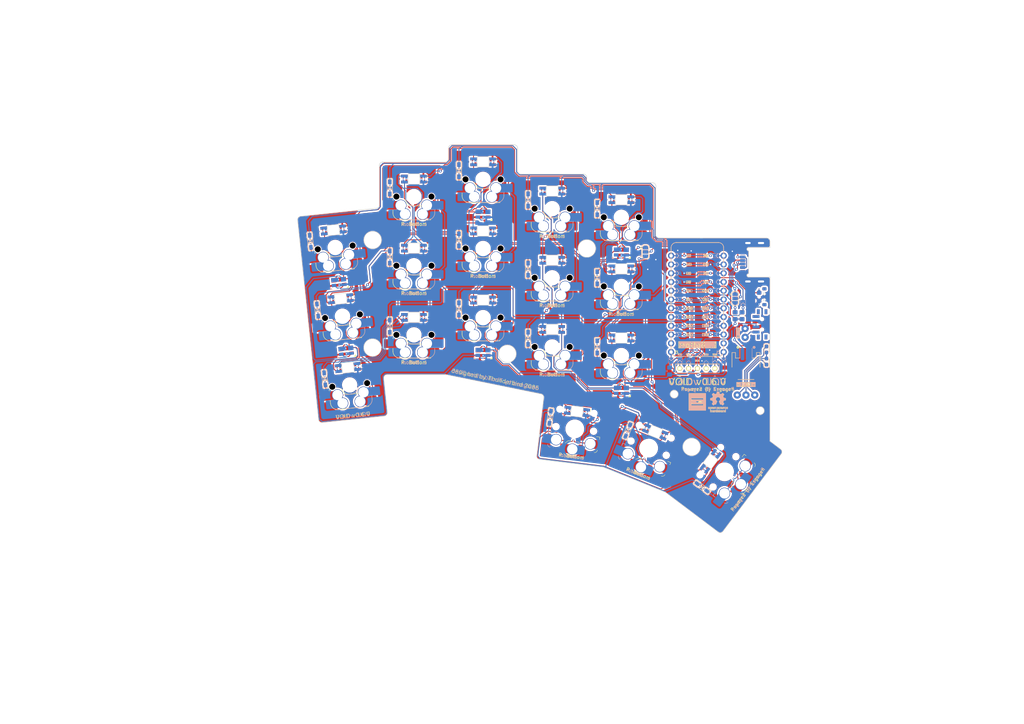
<source format=kicad_pcb>
(kicad_pcb (version 20240108) (generator "pcbnew") (generator_version "8.0")
  (title_block (title "void-3x5-cherry-mx") (date "2024-11-17") (rev "0.5.9") (company "Allen Choi"))
  (layers (0 "F.Cu" signal) (31 "B.Cu" signal) (34 "B.Paste" user) (35 "F.Paste" user) (36 "B.SilkS" user "B.Silkscreen") (37 "F.SilkS" user "F.Silkscreen") (38 "B.Mask" user) (39 "F.Mask" user) (44 "Edge.Cuts" user))
  (net 0 "")
  (net 1 "col_pinky")
  (net 2 "col_ring")
  (net 3 "col_middle")
  (net 4 "RESET")
  (net 5 "SDA")
  (net 6 "SCL")
  (net 7 "col_index")
  (net 8 "Net-(D1-A)")
  (net 9 "Net-(D2-A)")
  (net 10 "Net-(D3-A)")
  (net 11 "col_inner")
  (net 12 "Net-(D4-A)")
  (net 13 "Net-(D5-A)")
  (net 14 "Net-(D6-A)")
  (net 15 "Net-(D7-A)")
  (net 16 "Net-(D8-A)")
  (net 17 "Net-(D9-A)")
  (net 18 "row_bottom")
  (net 19 "row_home")
  (net 20 "row_top")
  (net 21 "row_thumb")
  (net 22 "VCC")
  (net 23 "GND")
  (net 24 "LED")
  (net 25 "LED_PER_KEY")
  (net 26 "Net-(D10-A)")
  (net 27 "Net-(D11-A)")
  (net 28 "Net-(D12-A)")
  (net 29 "Net-(D13-A)")
  (net 30 "Net-(D14-A)")
  (net 31 "Net-(D15-A)")
  (net 32 "Net-(D16-A)")
  (net 33 "Net-(D17-A)")
  (net 34 "Net-(D18-A)")
  (net 35 "Net-(J1-CC1)")
  (net 36 "Net-(J1-CC2)")
  (net 37 "LED_UNDERGLOW")
  (net 38 "DATA")
  (net 39 "IS_LEFT")
  (net 40 "CS")
  (net 41 "BAT")
  (net 42 "Net-(L23-DOUT)")
  (net 43 "Net-(L21-DOUT)")
  (net 44 "Net-(L22-DOUT)")
  (net 45 "Net-(L19-DOUT)")
  (net 46 "Net-(L20-DOUT)")
  (net 47 "Net-(L13-DIN)")
  (net 48 "Net-(L13-DOUT)")
  (net 49 "Net-(L14-DOUT)")
  (net 50 "Net-(L1-DOUT)")
  (net 51 "Net-(L1-DIN)")
  (net 52 "Net-(L16-DIN)")
  (net 53 "Net-(L16-DOUT)")
  (net 54 "Net-(L10-DOUT)")
  (net 55 "Net-(L12-DIN)")
  (net 56 "Net-(L11-DIN)")
  (net 57 "Net-(L10-DIN)")
  (net 58 "Net-(L6-DIN)")
  (net 59 "Net-(L8-DOUT)")
  (net 60 "Net-(L7-DOUT)")
  (net 61 "Net-(L2-DOUT)")
  (net 62 "Net-(L4-DIN)")
  (net 63 "Net-(L5-DIN)")
  (net 64 "Net-(J4-Pin_1)")
  (net 65 "Net-(J4-Pin_2)")
  (net 66 "Net-(J4-Pin_3)")
  (net 67 "Net-(J2-Pin_2)")
  (footprint "TB2086_SMD:D3_SMD_rev" (layer "F.Cu") (at 113.048124 94.607614 -90)
    (property "Reference" "D4" (hide yes))
    (property "Value" "D" (hide yes))
  )
  (footprint "TB2086_SMD:D3_SMD_rev" (layer "F.Cu") (at 159.560055 120.991059 -97)
    (property "Reference" "D16" (hide yes))
    (property "Value" "D" (hide yes))
  )
  (footprint "TB2086_KEYSWITCH:SW_MX_HS_1u_reversible" (layer "F.Cu") (at 180.198124 83.057614 180)
    (property "Reference" "S14" (hide yes))
    (property "Value" "SW_MX_HS" (hide yes))
  )
  (footprint "TB2086_MISC:Pogopin_1x03_P2.54mm" (layer "F.Cu") (at 216.348124 114.557614)
    (property "Reference" "J4" (hide yes))
    (property "Value" "Conn_01x03")
  )
  (footprint "TB2086_KEYSWITCH:SW_choc_v1_v2_HS_1u_reversible" (layer "F.Cu") (at 166.699478 124.386445 -7)
    (property "Reference" "S16" (hide yes))
    (property "Value" "SW_CHOC_HS")
  )
  (footprint "TB2086_SMD:D3_SMD_rev" (layer "F.Cu") (at 92.095796 89.940163 -84)
    (property "Reference" "D2" (hide yes))
    (property "Value" "D" (hide yes))
  )
  (footprint "ceoloide:utility_ergogen_logo" (layer "F.Cu") (at 202.248124 116.557614)
    (property "Reference" "LOGO1" (hide yes))
    (property "Value" "")
  )
  (footprint "TB2086_LED:LED_SK6812MINI-E_rev" (layer "F.Cu") (at 180.198124 57.927614)
    (property "Reference" "L15")
    (property "Value" "SK6812MINI-E" (hide yes))
    (fp_line (start -1.7 -1.5) (end 1.7 -1.5) (stroke (width 0.12)) (layer "Edge.Cuts"))
    (fp_line (start -1.7 1.5) (end -1.7 -1.5) (stroke (width 0.12)) (layer "Edge.Cuts"))
    (fp_line (start 1.7 -1.5) (end 1.7 1.5) (stroke (width 0.12)) (layer "Edge.Cuts"))
    (fp_line (start 1.7 1.5) (end -1.7 1.5) (stroke (width 0.12)) (layer "Edge.Cuts"))
  )
  (footprint "TB2086_KEYSWITCH:SW_MX_HS_1u_reversible" (layer "F.Cu") (at 160.148124 80.557614 180)
    (property "Reference" "S11" (hide yes))
    (property "Value" "SW_MX_HS" (hide yes))
  )
  (footprint "TB2086_KEYSWITCH:SW_MX_HS_1u_reversible" (layer "F.Cu") (at 180.198124 103.107614 180)
    (property "Reference" "S13" (hide yes))
    (property "Value" "SW_MX_HS" (hide yes))
  )
  (footprint "TB2086_SMD:SW_SPDT_PCM12" (layer "F.Cu") (at 220.698124 94.057614 90)
    (property "Reference" "SW_SPDT2" (hide yes))
    (property "Value" "SW_SPDT2" (hide yes))
  )
  (footprint "TB2086_LED:LED_SK6812MINI-E_rev" (layer "F.Cu") (at 100.883561 106.582762 6)
    (property "Reference" "L1")
    (property "Value" "SK6812MINI-E" (hide yes))
    (fp_line (start -1.7 -1.5) (end 1.7 -1.5) (stroke (width 0.12)) (layer "Edge.Cuts"))
    (fp_line (start -1.7 1.5) (end -1.7 -1.5) (stroke (width 0.12)) (layer "Edge.Cuts"))
    (fp_line (start 1.7 -1.5) (end 1.7 1.5) (stroke (width 0.12)) (layer "Edge.Cuts"))
    (fp_line (start 1.7 1.5) (end -1.7 1.5) (stroke (width 0.12)) (layer "Edge.Cuts"))
  )
  (footprint "TB2086_LED:LED_SK6812MINI_PLCC4_3.5x3.5mm_P1.75mm_rev_all" (layer "F.Cu") (at 140.098124 102.187614)
    (property "Reference" "L23" (hide yes))
    (property "Value" "SK6812MINI")
  )
  (footprint "TB2086_KEYSWITCH:SW_MX_HS_1u_reversible" (layer "F.Cu") (at 140.098124 72.057614 180)
    (property "Reference" "S8" (hide yes))
    (property "Value" "SW_MX_HS" (hide yes))
  )
  (footprint "Resistor_SMD:R_0805_2012Metric_Pad1.20x1.40mm_HandSolder" (layer "F.Cu") (at 210.198124 107.607614 -90)
    (property "Reference" "R2" (hide yes))
    (property "Value" "10k")
  )
  (footprint "TB2086_LED:LED_0603_1608Metric_Pad1.05x0.95mm_HandSolder" (layer "F.Cu") (at 222.298124 101.357614 90)
    (property "Reference" "LED2" (hide yes))
    (property "Value" "CHRG")
  )
  (footprint "TB2086_LED:LED_SK6812MINI-E_rev" (layer "F.Cu") (at 140.098124 87.027614)
    (property "Reference" "L7")
    (property "Value" "SK6812MINI-E" (hide yes))
    (fp_line (start -1.7 -1.5) (end 1.7 -1.5) (stroke (width 0.12)) (layer "Edge.Cuts"))
    (fp_line (start -1.7 1.5) (end -1.7 -1.5) (stroke (width 0.12)) (layer "Edge.Cuts"))
    (fp_line (start 1.7 -1.5) (end 1.7 1.5) (stroke (width 0.12)) (layer "Edge.Cuts"))
    (fp_line (start 1.7 1.5) (end -1.7 1.5) (stroke (width 0.12)) (layer "Edge.Cuts"))
  )
  (footprint "TB2086_LED:LED_SK6812MINI-E_rev" (layer "F.Cu") (at 160.148124 75.477614)
    (property "Reference" "L11")
    (property "Value" "SK6812MINI-E" (hide yes))
    (fp_line (start -1.7 -1.5) (end 1.7 -1.5) (stroke (width 0.12)) (layer "Edge.Cuts"))
    (fp_line (start -1.7 1.5) (end -1.7 -1.5) (stroke (width 0.12)) (layer "Edge.Cuts"))
    (fp_line (start 1.7 -1.5) (end 1.7 1.5) (stroke (width 0.12)) (layer "Edge.Cuts"))
    (fp_line (start 1.7 1.5) (end -1.7 1.5) (stroke (width 0.12)) (layer "Edge.Cuts"))
  )
  (footprint "TB2086_LED:LED_0603_1608Metric_Pad1.05x0.95mm_HandSolder" (layer "F.Cu") (at 222.298124 101.357614 -90)
    (property "Reference" "LED1" (hide yes))
    (property "Value" "CHRG")
  )
  (footprint "TB2086_LED:LED_SK6812MINI_PLCC4_3.5x3.5mm_P1.75mm_rev_all" (layer "F.Cu") (at 100.372417 101.71955 6)
    (property "Reference" "L22" (hide yes))
    (property "Value" "SK6812MINI")
  )
  (footprint "TB2086_LED:LED_SK6812MINI-E_rev" (layer "F.Cu") (at 120.048124 71.977614)
    (property "Reference" "L5")
    (property "Value" "SK6812MINI-E" (hide yes))
    (fp_line (start -1.7 -1.5) (end 1.7 -1.5) (stroke (width 0.12)) (layer "Edge.Cuts"))
    (fp_line (start -1.7 1.5) (end -1.7 -1.5) (stroke (width 0.12)) (layer "Edge.Cuts"))
    (fp_line (start 1.7 -1.5) (end 1.7 1.5) (stroke (width 0.12)) (layer "Edge.Cuts"))
    (fp_line (start 1.7 1.5) (end -1.7 1.5) (stroke (width 0.12)) (layer "Edge.Cuts"))
  )
  (footprint "TB2086_KEYSWITCH:SW_MX_HS_1u_reversible" (layer "F.Cu") (at 180.198124 63.007614 180)
    (property "Reference" "S15" (hide yes))
    (property "Value" "SW_MX_HS" (hide yes))
  )
  (footprint "TB2086_LED:LED_SK6812MINI-E_rev" (layer "F.Cu") (at 180.198124 77.977614)
    (property "Reference" "L14")
    (property "Value" "SK6812MINI-E" (hide yes))
    (fp_line (start -1.7 -1.5) (end 1.7 -1.5) (stroke (width 0.12)) (layer "Edge.Cuts"))
    (fp_line (start -1.7 1.5) (end -1.7 -1.5) (stroke (width 0.12)) (layer "Edge.Cuts"))
    (fp_line (start 1.7 -1.5) (end 1.7 1.5) (stroke (width 0.12)) (layer "Edge.Cuts"))
    (fp_line (start 1.7 1.5) (end -1.7 1.5) (stroke (width 0.12)) (layer "Edge.Cuts"))
  )
  (footprint "TB2086_SMD:D3_SMD_rev" (layer "F.Cu") (at 153.148124 78.057614 -90)
    (property "Reference" "D11" (hide yes))
    (property "Value" "D" (hide yes))
  )
  (footprint "TB2086_LED:LED_SK6812MINI-E_rev" (layer "F.Cu") (at 140.098124 46.927614)
    (property "Reference" "L9")
    (property "Value" "SK6812MINI-E" (hide yes))
    (fp_line (start -1.7 -1.5) (end 1.7 -1.5) (stroke (width 0.12)) (layer "Edge.Cuts"))
    (fp_line (start -1.7 1.5) (end -1.7 -1.5) (stroke (width 0.12)) (layer "Edge.Cuts"))
    (fp_line (start 1.7 -1.5) (end 1.7 1.5) (stroke (width 0.12)) (layer "Edge.Cuts"))
    (fp_line (start 1.7 1.5) (end -1.7 1.5) (stroke (width 0.12)) (layer "Edge.Cuts"))
  )
  (footprint "TB2086_SMD:D3_SMD_rev" (layer "F.Cu") (at 173.198124 100.607614 -90)
    (property "Reference" "D13" (hide yes))
    (property "Value" "D" (hide yes))
  )
  (footprint "TB2086_KEYSWITCH:SW_MX_HS_1u_reversible" (layer "F.Cu") (at 120.048124 97.107614 180)
    (property "Reference" "S4" (hide yes))
    (property "Value" "SW_MX_HS" (hide yes))
  )
  (footprint "TB2086_MISC:SolderJumper-3_P1.3mm_Open_RoundedPad1.0x1.5mm_rev" (layer "F.Cu") (at 187.198124 73.057614 -90)
    (property "Reference" "JP1" (hide yes))
    (property "Value" "Jumper_3_Bridged12")
  )
  (footprint "TB2086_SMD:USB-20C-F-6C16_rev" (layer "F.Cu") (at 219.908124 76.057614 90)
    (property "Reference" "J1" (hide yes))
    (property "Value" "USB_C_Receptacle_PowerOnly_6P")
    (fp_line (start 4.3 -2.8) (end 4.3 3.4) (stroke (width 0.15)) (layer "Edge.Cuts"))
    (fp_line (start -3.3 -2.8) (end 3.3 -2.8) (stroke (width 0.15)) (layer "Edge.Cuts"))
    (fp_line (start -4.3 3.4) (end -4.3 -2.8) (stroke (width 0.15)) (layer "Edge.Cuts"))
    (fp_arc (start 3.3 -2.8) (mid 3.8 -3.3) (end 4.3 -2.8) (stroke (width 0.15)) (layer "Edge.Cuts"))
    (fp_arc (start -4.3 -2.8) (mid -3.8 -3.3) (end -3.3 -2.8) (stroke (width 0.15)) (layer "Edge.Cuts"))
  )
  (footprint "TB2086_LED:LED_SK6812MINI_PLCC4_3.5x3.5mm_P1.75mm_rev_all" (layer "F.Cu") (at 140.098124 62.087614)
    (property "Reference" "L20" (hide yes))
    (property "Value" "SK6812MINI")
  )
  (footprint "TB2086_KEYSWITCH:SW_MX_HS_1u_reversible" (layer "F.Cu") (at 99.31877 91.694769 -174)
    (property "Reference" "S2" (hide yes))
    (property "Value" "SW_MX_HS" (hide yes))
  )
  (footprint "TB2086_LED:LED_SK6812MINI-E_rev" (layer "F.Cu") (at 160.148124 95.527614 180)
    (property "Reference" "L10")
    (property "Value" "SK6812MINI-E" (hide yes))
    (fp_line (start 1.7 1.5) (end -1.7 1.5) (stroke (width 0.12)) (layer "Edge.Cuts"))
    (fp_line (start 1.7 -1.5) (end 1.7 1.5) (stroke (width 0.12)) (layer "Edge.Cuts"))
    (fp_line (start -1.7 1.5) (end -1.7 -1.5) (stroke (width 0.12)) (layer "Edge.Cuts"))
    (fp_line (start -1.7 -1.5) (end 1.7 -1.5) (stroke (width 0.12)) (layer "Edge.Cuts"))
  )
  (footprint "TB2086_LED:LED_0603_1608Metric_Pad1.05x0.95mm_HandSolder" (layer "F.Cu") (at 222.298124 104.857614 90)
    (property "Reference" "LED3" (hide yes))
    (property "Value" "STDBY")
  )
  (footprint "TB2086_SMD:D3_SMD_rev" (layer "F.Cu") (at 90 70 -84)
    (property "Reference" "D3" (hide yes))
    (property "Value" "D" (hide yes))
  )
  (footprint "TB2086_SMD:D3_SMD_rev" (layer "F.Cu") (at 173.198124 80.557614 -90)
    (property "Reference" "D14" (hide yes))
    (property "Value" "D" (hide yes))
  )
  (footprint "TB2086_KEYSWITCH:SW_MX_HS_1u_reversible" (layer "F.Cu") (at 160.148124 100.607614 180)
    (property "Reference" "S10" (hide yes))
    (property "Value" "SW_MX_HS" (hide yes))
  )
  (footprint "TB2086_KEYSWITCH:SW_choc_v1_v2_HS_1u_reversible" (layer "F.Cu") (at 188.118109 129.972008 -22)
    (property "Reference" "S17" (hide yes))
    (property "Value" "SW_CHOC_HS")
  )
  (footprint "TB2086_SMD:SW_SPDT_PCM12" (layer "F.Cu") (at 220.698124 94.057614 90)
    (property "Reference" "SW_SPDT1" (hide yes))
    (property "Value" "SW_SPDT1")
  )
  (footprint "TB2086_SMD:D3_SMD_rev" (layer "F.Cu") (at 153.148124 58.007614 -90)
    (property "Reference" "D12" (hide yes))
    (property "Value" "D" (hide yes))
  )
  (footprint "TB2086_SMD:D3_SMD_rev" (layer "F.Cu") (at 94.191592 109.880327 -84)
    (property "Reference" "D1" (hide yes))
    (property "Value" "D" (hide yes))
  )
  (footprint "TB2086_KEYSWITCH:SW_MX_HS_1u_reversible" (layer "F.Cu") (at 97.222975 71.754605 -174)
    (property "Reference" "S3" (hide yes))
    (property "Value" "SW_MX_HS" (hide yes))
  )
  (footprint "TB2086_SMD:D3_SMD_rev" (layer "F.Cu") (at 113.048124 54.507614 -90)
    (property "Reference" "D6" (hide yes))
    (property "Value" "D" (hide yes))
  )
  (footprint "TB2086_LED:LED_0603_1608Metric_Pad1.05x0.95mm_HandSolder" (layer "F.Cu") (at 222.298124 104.857614 -90)
    (property "Reference" "LED4" (hide yes))
    (property "Value" "STDBY")
  )
  (footprint "TB2086_LED:LED_SK6812MINI-E_rev" (layer "F.Cu") (at 160.148124 55.427614)
    (property "Reference" "L12")
    (property "Value" "SK6812MINI-E" (hide yes))
    (fp_line (start -1.7 -1.5) (end 1.7 -1.5) (stroke (width 0.12)) (layer "Edge.Cuts"))
    (fp_line (start -1.7 1.5) (end -1.7 -1.5) (stroke (width 0.12)) (layer "Edge.Cuts"))
    (fp_line (start 1.7 -1.5) (end 1.7 1.5) (stroke (width 0.12)) (layer "Edge.Cuts"))
    (fp_line (start 1.7 1.5) (end -1.7 1.5) (stroke (width 0.12)) (layer "Edge.Cuts"))
  )
  (footprint "TB2086_KEYSWITCH:SW_MX_HS_1u_reversible" (layer "F.Cu") (at 160.148124 60.507614 180)
    (property "Reference" "S12" (hide yes))
    (property "Value" "SW_MX_HS" (hide yes))
  )
  (footprint "TB2086_MISC:Nice!View_rev" (layer "F.Cu") (at 202.248124 86.857614)
    (property "Reference" "DISP1" (hide yes))
    (property "Value" "Nice!View" (hide yes))
  )
  (footprint "TB2086_KEYSWITCH:SW_MX_HS_1u_reversible" (layer "F.Cu") (at 120.048124 57.007614 180)
    (property "Reference" "S6" (hide yes))
    (property "Value" "SW_MX_HS" (hide yes))
  )
  (footprint "TB2086_MISC:SolderJumper-2_P1.3mm_Open_TrianglePad1.0x1.2mm_rev" (layer "F.Cu") (at 215.498124 87.857614 -90)
    (property "Reference" "JP3" (hide yes))
    (property "Value" "~")
  )
  (footprint "TB2086_SMD:D3_SMD_rev" (layer "F.Cu") (at 133.098124 49.507614 -90)
    (property "Reference" "D9" (hide yes))
    (property "Value" "D" (hide yes))
  )
  (footprint "undefined" (layer "F.Cu") (at 208.248124 116.557614)
    (property "Reference" "LOGO2" (hide yes))
    (property "Value" "undefined" (hide yes))
  )
  (footprint "TB2086_KEYSWITCH:SW_MX_HS_1u_reversible" (layer "F.Cu") (at 120.048124 77.057614 180)
    (property "Reference" "S5" (hide yes))
    (property "Value" "SW_MX_HS" (hide yes))
  )
  (footprint "TB2086_LED:LED_SK6812MINI_PLCC4_3.5x3.5mm_P1.75mm_rev_all" (layer "F.Cu") (at 180.198124 73.087614)
    (property "Reference" "L19" (hide yes))
    (property "Value" "SK6812MINI")
  )
  (footprint "TB2086_SMD:R_0805_2012Metric_Pad1.20x1.40mm_HandSolder_rev" (layer "F.Cu") (at 213.198124 91.557614 -90)
    (property "Reference" "R3" (hide yes))
    (property "Value" "4.7k")
  )
  (footprint "TB2086_SMD:R_0805_2012Metric_Pad1.20x1.40mm_HandSolder_rev" (layer "F.Cu") (at 215.198124 91.557614 -90)
    (property "Reference" "R4" (hide yes))
    (property "Value" "4.7k")
  )
  (footprint "TB2086_SMD:SMT 2X4X3.5MM Tactile Tact Push Button rev" (layer "F.Cu") (at 221.698124 86.057614 -90)
    (property "Reference" "RSW1" (hide yes))
    (property "Value" "SMT 2X4X3.5MM Tactile Tact Push Button")
    (fp_circle (center -0.8 0) (end -0.45 0) (stroke (width 0.12)) (fill none) (layer "Edge.Cuts"))
    (fp_circle (center 0.85 0) (end 1.2 0) (stroke (width 0.12)) (fill none) (layer "Edge.Cuts"))
  )
  (footprint "TB2086_SMD:D3_SMD_rev" (layer "F.Cu") (at 173.198124 60.507614 -90)
    (property "Reference" "D15" (hide yes))
    (property "Value" "D" (hide yes))
  )
  (footprint "TB2086_LED:LED_SK6812MINI-E_rev" (layer "F.Cu") (at 96.69197 66.702434 6)
    (property "Reference" "L3")
    (property "Value" "SK6812MINI-E" (hide yes))
    (fp_line (start -1.7 -1.5) (end 1.7 -1.5) (stroke (width 0.12)) (layer "Edge.Cuts"))
    (fp_line (start -1.7 1.5) (end -1.7 -1.5) (stroke (width 0.12)) (layer "Edge.Cuts"))
    (fp_line (start 1.7 -1.5) (end 1.7 1.5) (stroke (width 0.12)) (layer "Edge.Cuts"))
    (fp_line (start 1.7 1.5) (end -1.7 1.5) (stroke (width 0.12)) (layer "Edge.Cuts"))
  )
  (footprint "TB2086_KEYSWITCH:SW_MX_HS_1u_reversible" (layer "F.Cu") (at 101.414566 111.634933 -174)
    (property "Reference" "S1" (hide yes))
    (property "Value" "SW_MX_HS" (hide yes))
  )
  (footprint "TB2086_LED:LED_SK6812MINI-E_rev" (layer "F.Cu") (at 190.02111 125.261914 158)
    (property "Reference" "L17")
    (property "Value" "SK6812MINI-E" (hide yes))
    (fp_line (start 1.699999 -1.5) (end 1.7 1.5) (stroke (width 0.12)) (layer "Edge.Cuts"))
    (fp_line (start 1.7 1.5) (end -1.699999 1.5) (stroke (width 0.12)) (layer "Edge.Cuts"))
    (fp_line (start -1.7 -1.5) (end 1.699999 -1.5) (stroke (width 0.12)) (layer "Edge.Cuts"))
    (fp_line (start -1.699999 1.5) (end -1.7 -1.5) (stroke (width 0.12)) (layer "Edge.Cuts"))
  )
  (footprint "TB2086_KEYSWITCH:SW_MX_HS_1u_reversible" (layer "F.Cu") (at 140.098124 52.007614 180)
    (property "Reference" "S9" (hide yes))
    (property "Value" "SW_MX_HS" (hide yes))
  )
  (footprint "TB2086_LED:LED_SK6812MINI_PLCC4_3.5x3.5mm_P1.75mm_rev_all" (layer "F.Cu") (at 98.276621 81.779386 6)
    (property "Reference" "L21" (hide yes))
    (property "Value" "SK6812MINI")
  )
  (footprint "TB2086_SMD:D3_SMD_rev" (layer "F.Cu") (at 203.606949 141.320224 -37)
    (property "Reference" "D18" (hide yes))
    (property "Value" "D" (hide yes))
  )
  (footprint "TB2086_SMD:D3_SMD_rev" (layer "F.Cu") (at 133.098124 69.557614 -90)
    (property "Reference" "D8" (hide yes))
    (property "Value" "D" (hide yes))
  )
  (footprint "TB2086_MISC:Pogopin_1x02_P2.54mm" (layer "F.Cu") (at 216.098124 96.557614 -90)
    (property "Reference" "J3" (hide yes))
    (property "Value" "Conn_01x02")
  )
  (footprint "TB2086_SMD:D3_SMD_rev" (layer "F.Cu") (at 153.148124 98.107614 -90)
    (property "Reference" "D10" (hide yes))
    (property "Value" "D" (hide yes))
  )
  (footprint "TB2086_KEYSWITCH:SW_MX_HS_1u_reversible" (layer "F.Cu") (at 140.098124 92.107614 180)
    (property "Reference" "S7" (hide yes))
    (property "Value" "SW_MX_HS" (hide yes))
  )
  (footprint "TB2086_SMD:D3_SMD_rev" (layer "F.Cu") (at 133.098124 89.607614 -90)
    (property "Reference" "D7" (hide yes))
    (property "Value" "D" (hide yes))
  )
  (footprint "TB2086_MISC:SolderJumper-3_P1.3mm_Open_RoundedPad1.0x1.5mm_rev" (layer "F.Cu") (at 213.198124 86.557614 -90)
    (property "Reference" "JP2" (hide yes))
    (property "Value" "Jumper_3_Bridged12")
  )
  (footprint "TB2086_SMD:D3_SMD_rev" (layer "F.Cu") (at 113.048124 74.557614 -90)
    (property "Reference" "D5" (hide yes))
    (property "Value" "D" (hide yes))
  )
  (footprint "TB2086_LED:LED_SK6812MINI-E_rev" (layer "F.Cu") (at 206.060082 133.777775 53)
    (property "Reference" "L18")
    (property "Value" "SK6812MINI-E" (hide yes))
    (fp_line (start -1.7 -1.5) (end 1.7 -1.5) (stroke (width 0.12)) (layer "Edge.Cuts"))
    (fp_line (start 1.7 -1.5) (end 1.7 1.5) (stroke (width 0.12)) (layer "Edge.Cuts"))
    (fp_line (start -1.7 1.5) (end -1.7 -1.5) (stroke (width 0.12)) (layer "Edge.Cuts"))
    (fp_line (start 1.7 1.5) (end -1.7 1.5) (stroke (width 0.12)) (layer "Edge.Cuts"))
  )
  (footprint "TB2086_SMD:JST_PH_S2B-PH-SM4-TB_1x02-1MP_P2.00mm_Horizontal_rev" (layer "F.Cu") (at 216.348124 105.557614)
    (property "Reference" "J2" (hide yes))
    (property "Value" "Conn_01x02")
  )
  (footprint "TB2086_KEYSWITCH:SW_choc_v1_v2_HS_1u_reversible" (layer "F.Cu") (at 210.117151 136.834995 53)
    (property "Reference" "S18" (hide yes))
    (property "Value" "SW_CHOC_HS" (hide yes))
  )
  (footprint "TB2086_LED:LED_SK6812MINI-E_rev" (layer "F.Cu") (at 98.787766 86.642598 6)
    (property "Reference" "L2")
    (property "Value" "SK6812MINI-E" (hide yes))
    (fp_line (start -1.7 -1.5) (end 1.7 -1.5) (stroke (width 0.12)) (layer "Edge.Cuts"))
    (fp_line (start -1.7 1.5) (end -1.7 -1.5) (stroke (width 0.12)) (layer "Edge.Cuts"))
    (fp_line (start 1.7 -1.5) (end 1.7 1.5) (stroke (width 0.12)) (layer "Edge.Cuts"))
    (fp_line (start 1.7 1.5) (end -1.7 1.5) (stroke (width 0.12)) (layer "Edge.Cuts"))
  )
  (footprint "TB2086_LED:LED_SK6812MINI-E_rev" (layer "F.Cu") (at 120.048124 51.927614)
    (property "Reference" "L6")
    (property "Value" "SK6812MINI-E" (hide yes))
    (fp_line (start -1.7 -1.5) (end 1.7 -1.5) (stroke (width 0.12)) (layer "Edge.Cuts"))
    (fp_line (start -1.7 1.5) (end -1.7 -1.5) (stroke (width 0.12)) (layer "Edge.Cuts"))
    (fp_line (start 1.7 -1.5) (end 1.7 1.5) (stroke (width 0.12)) (layer "Edge.Cuts"))
    (fp_line (start 1.7 1.5) (end -1.7 1.5) (stroke (width 0.12)) (layer "Edge.Cuts"))
  )
  (footprint "TB2086_LED:LED_SK6812MINI-E_rev" (layer "F.Cu") (at 140.098124 66.977614)
    (property "Reference" "L8")
    (property "Value" "SK6812MINI-E" (hide yes))
    (fp_line (start -1.7 -1.5) (end 1.7 -1.5) (stroke (width 0.12)) (layer "Edge.Cuts"))
    (fp_line (start -1.7 1.5) (end -1.7 -1.5) (stroke (width 0.12)) (layer "Edge.Cuts"))
    (fp_line (start 1.7 -1.5) (end 1.7 1.5) (stroke (width 0.12)) (layer "Edge.Cuts"))
    (fp_line (start 1.7 1.5) (end -1.7 1.5) (stroke (width 0.12)) (layer "Edge.Cuts"))
  )
  (footprint "TB2086_LED:LED_SK6812MINI-E_rev" (layer "F.Cu") (at 180.198124 98.027614)
    (property "Reference" "L13")
    (property "Value" "SK6812MINI-E" (hide yes))
    (fp_line (start -1.7 -1.5) (end 1.7 -1.5) (stroke (width 0.12)) (layer "Edge.Cuts"))
    (fp_line (start -1.7 1.5) (end -1.7 -1.5) (stroke (width 0.12)) (layer "Edge.Cuts"))
    (fp_line (start 1.7 -1.5) (end 1.7 1.5) (stroke (width 0.12)) (layer "Edge.Cuts"))
    (fp_line (start 1.7 1.5) (end -1.7 1.5) (stroke (width 0.12)) (layer "Edge.Cuts"))
  )
  (footprint "TB2086_MISC:ProMicro-dn-rev-unrouted" (layer "F.Cu") (at 202.248124 86.857614)
    (property "Reference" "MCU1" (hide yes))
    (property "Value" "nice!nano-ish" (hide yes))
  )
  (footprint "TB2086_LED:LED_SK6812MINI_PLCC4_3.5x3.5mm_P1.75mm_rev_all" (layer "F.Cu") (at 180.198124 113.187614)
    (property "Reference" "L24" (hide yes))
    (property "Value" "SK6812MINI")
  )
  (footprint "TB2086_LED:LED_SK6812MINI-E_rev" (layer "F.Cu") (at 120.048124 92.027614)
    (property "Reference" "L4")
    (property "Value" "SK6812MINI-E" (hide yes))
    (fp_line (start -1.7 -1.5) (end 1.7 -1.5) (stroke (width 0.12)) (layer "Edge.Cuts"))
    (fp_line (start -1.7 1.5) (end -1.7 -1.5) (stroke (width 0.12)) (layer "Edge.Cuts"))
    (fp_line (start 1.7 -1.5) (end 1.7 1.5) (stroke (width 0.12)) (layer "Edge.Cuts"))
    (fp_line (start 1.7 1.5) (end -1.7 1.5) (stroke (width 0.12)) (layer "Edge.Cuts"))
  )
  (footprint "TB2086_SMD:D3_SMD_rev" (layer "F.Cu") (at 182.100746 124.844499 -112)
    (property "Reference" "D17" (hide yes))
    (property "Value" "D" (hide yes))
  )
  (footprint "TB2086_LED:LED_SK6812MINI-E_rev" (layer "F.Cu") (at 167.318574 119.34431 -7)
    (property "Reference" "L16")
    (property "Value" "SK6812MINI-E" (hide yes))
    (fp_line (start -1.7 1.5) (end -1.7 -1.5) (stroke (width 0.12)) (layer "Edge.Cuts"))
    (fp_line (start -1.7 -1.5) (end 1.7 -1.5) (stroke (width 0.12)) (layer "Edge.Cuts"))
    (fp_line (start 1.7 1.5) (end -1.7 1.5) (stroke (width 0.12)) (layer "Edge.Cuts"))
    (fp_line (start 1.7 -1.5) (end 1.7 1.5) (stroke (width 0.12)) (layer "Edge.Cuts"))
  )
  (footprint "Resistor_SMD:R_0805_2012Metric_Pad1.20x1.40mm_HandSolder" (layer "B.Cu") (at 194.198124 107.607614 -90)
    (property "Reference" "R1" (hide yes))
    (property "Value" "10k")
  )
  (gr_circle (center 108.048124 100.807614) (end 110.598124 100.807614) (stroke (width 0.15)) (fill none) (layer "Edge.Cuts"))
  (gr_line (start 170.173124 51.982614) (end 170.173124 51.482614) (stroke (width 0.15)) (layer "Edge.Cuts"))
  (gr_line (start 90.396586 102.712749) (end 92.387853 121.658391) (stroke (width 0.15)) (layer "Edge.Cuts"))
  (gr_arc (start 222.305624 69.022614) (mid 223.012756 69.315482) (end 223.305624 70.022614) (stroke (width 0.15)) (layer "Edge.Cuts"))
  (gr_arc (start 226.37463 130.256894) (mid 226.763103 130.916352) (end 226.57145 131.657344) (stroke (width 0.15)) (layer "Edge.Cuts"))
  (gr_arc (start 189.223124 52.982614) (mid 189.930256 53.275482) (end 190.223124 53.982614) (stroke (width 0.15)) (layer "Edge.Cuts"))
  (gr_circle (center 220.477452 119.098474) (end 221.627452 119.098474) (stroke (width 0.15)) (fill none) (layer "Edge.Cuts"))
  (gr_line (start 150.123124 49.482614) (end 150.123124 42.982614) (stroke (width 0.15)) (layer "Edge.Cuts"))
  (gr_arc (start 191.223124 69.022614) (mid 190.516042 68.729696) (end 190.223124 68.022614) (stroke (width 0.15)) (layer "Edge.Cuts"))
  (gr_line (start 112.328017 119.562595) (end 111.295321 109.737142) (stroke (width 0.15)) (layer "Edge.Cuts"))
  (gr_line (start 222.305624 69.022614) (end 191.223124 69.022614) (stroke (width 0.15)) (layer "Edge.Cuts"))
  (gr_arc (start 129.240837 108.632614) (mid 129.341207 108.637662) (end 129.440563 108.652762) (stroke (width 0.15)) (layer "Edge.Cuts"))
  (gr_circle (center 147.148124 102.607614) (end 149.698124 102.607614) (stroke (width 0.15)) (fill none) (layer "Edge.Cuts"))
  (gr_line (start 226.37463 130.256894) (end 223.305624 127.944232) (stroke (width 0.15)) (layer "Edge.Cuts"))
  (gr_line (start 129.073124 46.982614) (end 111.023124 46.982614) (stroke (width 0.15)) (layer "Edge.Cuts"))
  (gr_arc (start 110.023124 59.42863) (mid 109.76627 60.097762) (end 109.127653 60.423152) (stroke (width 0.15)) (layer "Edge.Cuts"))
  (gr_arc (start 156.915326 114.253017) (mid 157.527253 114.648788) (end 157.708146 115.354738) (stroke (width 0.15)) (layer "Edge.Cuts"))
  (gr_arc (start 93.486904 122.548384) (mid 92.753055 122.331008) (end 92.387853 121.658391) (stroke (width 0.15)) (layer "Edge.Cuts"))
  (gr_arc (start 111.295321 109.737142) (mid 111.546705 108.963489) (end 112.289843 108.632614) (stroke (width 0.15)) (layer "Edge.Cuts"))
  (gr_line (start 223.308124 71.757614) (end 223.305624 70.022614) (stroke (width 0.15)) (layer "Edge.Cuts"))
  (gr_circle (center 170.198124 72.057614) (end 172.748124 72.057614) (stroke (width 0.15)) (fill none) (layer "Edge.Cuts"))
  (gr_line (start 112.289843 108.632614) (end 129.240837 108.632614) (stroke (width 0.15)) (layer "Edge.Cuts"))
  (gr_circle (center 195.525986 114.306334) (end 196.675986 114.306334) (stroke (width 0.15)) (fill none) (layer "Edge.Cuts"))
  (gr_line (start 157.708146 115.354738) (end 155.649332 132.122433) (stroke (width 0.15)) (layer "Edge.Cuts"))
  (gr_arc (start 169.173124 50.482614) (mid 169.880256 50.775482) (end 170.173124 51.482614) (stroke (width 0.15)) (layer "Edge.Cuts"))
  (gr_line (start 223.305624 127.944232) (end 223.308124 80.357614) (stroke (width 0.15)) (layer "Edge.Cuts"))
  (gr_line (start 106.145159 60.736625) (end 87.199517 62.727892) (stroke (width 0.15)) (layer "Edge.Cuts"))
  (gr_line (start 93.486904 122.548384) (end 111.438024 120.661646) (stroke (width 0.15)) (layer "Edge.Cuts"))
  (gr_line (start 193.078303 142.788367) (end 193.061036 142.811281) (stroke (width 0.15)) (layer "Edge.Cuts"))
  (gr_arc (start 156.520009 133.236849) (mid 155.85387 132.859962) (end 155.649332 132.122433) (stroke (width 0.15)) (layer "Edge.Cuts"))
  (gr_arc (start 86.309523 63.826943) (mid 86.526899 63.093094) (end 87.199517 62.727892) (stroke (width 0.15)) (layer "Edge.Cuts"))
  (gr_line (start 86.309523 63.826943) (end 88.30079 82.772585) (stroke (width 0.15)) (layer "Edge.Cuts"))
  (gr_line (start 171.173124 52.982614) (end 189.223124 52.982614) (stroke (width 0.15)) (layer "Edge.Cuts"))
  (gr_arc (start 174.946302 135.499313) (mid 175.074814 135.523706) (end 175.199039 135.564676) (stroke (width 0.15)) (layer "Edge.Cuts"))
  (gr_arc (start 130.073124 42.982614) (mid 130.366018 42.275508) (end 131.073124 41.982614) (stroke (width 0.15)) (layer "Edge.Cuts"))
  (gr_arc (start 110.023124 47.982614) (mid 110.316017 47.275507) (end 111.023124 46.982614) (stroke (width 0.15)) (layer "Edge.Cuts"))
  (gr_arc (start 209.675494 154.079036) (mid 209.016031 154.467489) (end 208.275043 154.275857) (stroke (width 0.15)) (layer "Edge.Cuts"))
  (gr_line (start 130.073124 42.982614) (end 130.073124 45.982614) (stroke (width 0.15)) (layer "Edge.Cuts"))
  (gr_line (start 209.675494 154.079036) (end 226.57145 131.657344) (stroke (width 0.15)) (layer "Edge.Cuts"))
  (gr_circle (center 108.08305 69.607657) (end 110.63305 69.607657) (stroke (width 0.15)) (fill none) (layer "Edge.Cuts"))
  (gr_line (start 156.520009 133.236849) (end 174.946302 135.499313) (stroke (width 0.15)) (layer "Edge.Cuts"))
  (gr_circle (center 200.588853 129.617842) (end 203.138853 129.617842) (stroke (width 0.15)) (fill none) (layer "Edge.Cuts"))
  (gr_line (start 193.061036 142.811281) (end 208.275043 154.275857) (stroke (width 0.15)) (layer "Edge.Cuts"))
  (gr_line (start 169.173124 50.482614) (end 151.123124 50.482614) (stroke (width 0.15)) (layer "Edge.Cuts"))
  (gr_arc (start 112.328017 119.562595) (mid 112.110652 120.296452) (end 111.438024 120.661646) (stroke (width 0.15)) (layer "Edge.Cuts"))
  (gr_line (start 149.123124 41.982614) (end 131.073124 41.982614) (stroke (width 0.15)) (layer "Edge.Cuts"))
  (gr_arc (start 171.173124 52.982614) (mid 170.466042 52.689696) (end 170.173124 51.982614) (stroke (width 0.15)) (layer "Edge.Cuts"))
  (gr_line (start 129.440563 108.652762) (end 156.915326 114.253017) (stroke (width 0.15)) (layer "Edge.Cuts"))
  (gr_line (start 175.199039 135.564676) (end 193.078303 142.788367) (stroke (width 0.15)) (layer "Edge.Cuts"))
  (gr_line (start 88.30079 82.772585) (end 90.396586 102.712749) (stroke (width 0.15)) (layer "Edge.Cuts"))
  (gr_line (start 109.127653 60.423152) (end 106.145159 60.736625) (stroke (width 0.15)) (layer "Edge.Cuts"))
  (gr_arc (start 130.073124 45.982614) (mid 129.780231 46.689721) (end 129.073124 46.982614) (stroke (width 0.15)) (layer "Edge.Cuts"))
  (gr_arc (start 149.123124 41.982614) (mid 149.830256 42.275482) (end 150.123124 42.982614) (stroke (width 0.15)) (layer "Edge.Cuts"))
  (gr_arc (start 151.123124 50.482614) (mid 150.416042 50.189696) (end 150.123124 49.482614) (stroke (width 0.15)) (layer "Edge.Cuts"))
  (gr_line (start 190.223124 68.022614) (end 190.223124 53.982614) (stroke (width 0.15)) (layer "Edge.Cuts"))
  (gr_line (start 110.023124 47.982614) (end 110.023124 59.42863) (stroke (width 0.15)) (layer "Edge.Cuts"))
  (gr_text "L. Bottom" (at 180.198124 91.057614 0) (layer "B.SilkS") (effects (font (size 1 1)) (justify mirror)))
  (gr_text "L. Bottom" (at 120.048124 85.057614 0) (layer "B.SilkS") (effects (font (size 1 1)) (justify mirror)))
  (gr_text "VOID v0.6.0" (at 202.248124 110.857614 0) (layer "B.SilkS") (effects (font (size 2 2)) (justify mirror)))
  (gr_text "L. Bottom" (at 120.048124 65.007614 0) (layer "B.SilkS") (effects (font (size 1 1)) (justify mirror)))
  (gr_text "Powered By Ergogen" (at 205.248124 112.857614 0) (layer "B.SilkS") (effects (font (size 1 1)) (justify mirror)))
  (gr_text "L. Bottom" (at 160.148124 108.607614 0) (layer "B.SilkS") (effects (font (size 1 1)) (justify mirror)))
  (gr_text "designed by Thunderbird 2086" (at 143.598124 110.107614 -11.5) (layer "B.SilkS") (effects (font (size 1.2 1.2)) (justify mirror)))
  (gr_text "L. Bottom" (at 160.148124 68.507614 0) (layer "B.SilkS") (effects (font (size 1 1)) (justify mirror)))
  (gr_text "-MCU+" (at 216.348124 111.557614 0) (layer "B.SilkS" knockout) (effects (font (size 1 1)) (justify mirror)))
  (gr_text "L. Bottom" (at 202.248124 100.057614 0) (layer "B.SilkS" knockout) (effects (font (size 1.5 1.5)) (justify mirror)))
  (gr_text "Powered By Ergogen" (at 216.905553 141.950423 53) (layer "B.SilkS") (effects (font (size 1 1)) (justify mirror)))
  (gr_text "VOID v0.6.0" (at 102.355322 120.58563 6) (layer "B.SilkS") (effects (font (size 1.2 1.2)) (justify mirror)))
  (gr_text "- +" (at 214.098124 96.557614 -90) (layer "B.SilkS" knockout) (effects (font (size 1 1))))
  (gr_text "L. Bottom" (at 165.724523 132.326814 -7) (layer "B.SilkS") (effects (font (size 1 1)) (justify mirror)))
  (gr_text "L. Bottom" (at 160.148124 88.557614 0) (layer "B.SilkS") (effects (font (size 1 1)) (justify mirror)))
  (gr_text "L. Bottom" (at 120.048124 105.107614 0) (layer "B.SilkS") (effects (font (size 1 1)) (justify mirror)))
  (gr_text "L. Bottom" (at 185.121256 137.389479 -22) (layer "B.SilkS") (effects (font (size 1 1)) (justify mirror)))
  (gr_text "L. Bottom" (at 140.098124 80.057614 0) (layer "B.SilkS") (effects (font (size 1 1)) (justify mirror)))
  (gr_text "-MCU+" (at 216.348124 111.557614 0) (layer "F.SilkS" knockout) (effects (font (size 1 1))))
  (gr_text "R. Bottom" (at 120.048124 65.007614 0) (layer "F.SilkS") (effects (font (size 1 1))))
  (gr_text "R. Bottom" (at 160.148124 88.557614 0) (layer "F.SilkS") (effects (font (size 1 1))))
  (gr_text "designed by Thunderbird 2086" (at 143.598124 110.107614 -11.5) (layer "F.SilkS") (effects (font (size 1.2 1.2))))
  (gr_text "R. Bottom" (at 180.198124 91.057614 0) (layer "F.SilkS") (effects (font (size 1 1))))
  (gr_text "R. Bottom" (at 120.048124 105.107614 0) (layer "F.SilkS") (effects (font (size 1 1))))
  (gr_text "R. Bottom" (at 165.724523 132.326814 -7) (layer "F.SilkS") (effects (font (size 1 1))))
  (gr_text "R. Bottom" (at 202.248124 100.057614 0) (layer "F.SilkS" knockout) (effects (font (size 1.5 1.5))))
  (gr_text "VOID v0.6.0" (at 102.355322 120.58563 6) (layer "F.SilkS") (effects (font (size 1.2 1.2))))
  (gr_text "R. Bottom" (at 160.148124 108.607614 0) (layer "F.SilkS") (effects (font (size 1 1))))
  (gr_text "R. Bottom" (at 140.098124 80.057614 0) (layer "F.SilkS") (effects (font (size 1 1))))
  (gr_text "Powered By Ergogen" (at 205.248124 112.857614 0) (layer "F.SilkS") (effects (font (size 1 1))))
  (gr_text "R. Bottom" (at 120.048124 85.057614 0) (layer "F.SilkS") (effects (font (size 1 1))))
  (gr_text "R. Bottom" (at 185.121256 137.389479 -22) (layer "F.SilkS") (effects (font (size 1 1))))
  (gr_text "- +" (at 214.098124 96.557614 -90) (layer "F.SilkS" knockout) (effects (font (size 1 1))))
  (gr_text "Powered By Ergogen" (at 216.905553 141.950423 53) (layer "F.SilkS") (effects (font (size 1 1))))
  (gr_text "R. Bottom" (at 160.148124 68.507614 0) (layer "F.SilkS") (effects (font (size 1 1))))
  (gr_text "VOID v0.6.0" (at 202.248124 110.857614 0) (layer "F.SilkS") (effects (font (size 2 2))))
  (segment (start 131.14827 42.194352) (end 148.655661 42.194353) (width 0.25) (layer "F.Cu") (net 1))
  (segment (start 150.740707 50.794353) (end 169.130662 50.794352) (width 0.25) (layer "F.Cu") (net 1))
  (segment (start 108.294616 114.756809) (end 107.182124 116.130625) (width 0.25) (layer "F.Cu") (net 1))
  (segment (start 107.001425 93.82551) (end 106.357719 87.70105) (width 0.25) (layer "F.Cu") (net 1))
  (segment (start 110.225445 60.124562) (end 110.225447 48.449567) (width 0.25) (layer "F.Cu") (net 1))
  (segment (start 129.456546 47.294352) (end 130.273517 46.477376) (width 0.25) (layer "F.Cu") (net 1))
  (segment (start 204.18066 70.585162) (end 204.180659 84.963615) (width 0.25) (layer "F.Cu") (net 1))
  (segment (start 106.357719 87.70105) (end 104.846527 86.477308) (width 0.25) (layer "F.Cu") (net 1))
  (segment (start 149.780661 43.319352) (end 149.780657 49.834308) (width 0.25) (layer "F.Cu") (net 1))
  (segment (start 105.086327 96.190461) (end 107.001425 93.82551) (width 0.25) (layer "F.Cu") (net 1))
  (segment (start 109.694891 60.77974) (end 110.225445 60.124562) (width 0.25) (layer "F.Cu") (net 1))
  (segment (start 103.422632 62.645592) (end 104.490624 61.326734) (width 0.25) (layer "F.Cu") (net 1))
  (segment (start 130.273517 46.477376) (end 130.273519 43.0691) (width 0.25) (layer "F.Cu") (net 1))
  (segment (start 104.373338 97.07093) (end 103.149595 98.582124) (width 0.25) (layer "F.Cu") (net 1))
  (segment (start 170.715703 53.21935) (end 188.664848 53.219353) (width 0.25) (layer "F.Cu") (net 1))
  (segment (start 204.180659 84.963615) (end 206.06852 86.851476) (width 0.25) (layer "F.Cu") (net 1))
  (segment (start 103.942355 77.874695) (end 102.573044 76.765851) (width 0.25) (layer "F.Cu") (net 1))
  (segment (start 190.313497 69.223497) (end 202.818994 69.223497) (width 0.25) (layer "F.Cu") (net 1))
  (segment (start 107.305433 105.34539) (end 108.294616 114.756809) (width 0.25) (layer "F.Cu") (net 1))
  (segment (start 111.38066 47.294351) (end 129.456546 47.294352) (width 0.25) (layer "F.Cu") (net 1))
  (segment (start 189.930659 68.840659) (end 190.313497 69.223497) (width 0.25) (layer "F.Cu") (net 1))
  (segment (start 130.273519 43.0691) (end 131.14827 42.194352) (width 0.25) (layer "F.Cu") (net 1))
  (segment (start 149.780657 49.834308) (end 150.740707 50.794353) (width 0.25) (layer "F.Cu") (net 1))
  (segment (start 169.930661 51.594351) (end 169.930662 52.43431) (width 0.25) (layer "F.Cu") (net 1))
  (segment (start 103.149595 98.582124) (end 103.204938 99.108662) (width 0.25) (layer "F.Cu") (net 1))
  (segment (start 104.846527 86.477308) (end 103.942355 77.874695) (width 0.25) (layer "F.Cu") (net 1))
  (segment (start 202.818994 69.223497) (end 204.18066 70.585162) (width 0.25) (layer "F.Cu") (net 1))
  (segment (start 206.06852 86.851476) (end 207.074518 86.851473) (width 0.25) (layer "F.Cu") (net 1))
  (segment (start 169.930662 52.43431) (end 170.715703 53.21935) (width 0.25) (layer "F.Cu") (net 1))
  (segment (start 104.638632 74.215062) (end 103.422632 62.645592) (width 0.25) (layer "F.Cu") (net 1))
  (segment (start 104.490624 61.326734) (end 109.694891 60.77974) (width 0.25) (layer "F.Cu") (net 1))
  (segment (start 189.930659 54.485164) (end 189.930659 68.840659) (width 0.25) (layer "F.Cu") (net 1))
  (segment (start 188.664848 53.219353) (end 189.930659 54.485164) (width 0.25) (layer "F.Cu") (net 1))
  (segment (start 148.655661 42.194353) (end 149.780661 43.319352) (width 0.25) (layer "F.Cu") (net 1))
  (segment (start 102.573044 76.765851) (end 104.638632 74.215062) (width 0.25) (layer "F.Cu") (net 1))
  (segment (start 104.417114 100.090265) (end 104.752132 103.277766) (width 0.25) (layer "F.Cu") (net 1))
  (segment (start 104.752132 103.277766) (end 107.305433 105.34539) (width 0.25) (layer "F.Cu") (net 1))
  (segment (start 110.225447 48.449567) (end 111.38066 47.294351) (width 0.25) (layer "F.Cu") (net 1))
  (segment (start 169.130662 50.794352) (end 169.930661 51.594351) (width 0.25) (layer "F.Cu") (net 1))
  (segment (start 103.204938 99.108662) (end 104.417114 100.090265) (width 0.25) (layer "F.Cu") (net 1))
  (segment (start 199.003824 87.301475) (end 204.384933 87.301477) (width 0.25) (layer "B.Cu") (net 1))
  (segment (start 204.817059 86.869347) (end 206.050644 86.869352) (width 0.25) (layer "B.Cu") (net 1))
  (segment (start 197.42252 86.851476) (end 197.422519 86.87078) (width 0.25) (layer "B.Cu") (net 1))
  (segment (start 198.128214 87.576473) (end 198.728824 87.576474) (width 0.25) (layer "B.Cu") (net 1))
  (segment (start 204.384933 87.301477) (end 204.817059 86.869347) (width 0.25) (layer "B.Cu") (net 1))
  (segment (start 197.422519 86.87078) (end 198.128214 87.576473) (width 0.25) (layer "B.Cu") (net 1))
  (segment (start 206.050644 86.869352) (end 206.06852 86.851476) (width 0.25) (layer "B.Cu") (net 1))
  (segment (start 198.728824 87.576474) (end 199.003824 87.301475) (width 0.25) (layer "B.Cu") (net 1))
  (segment (start 126.980662 60.414334) (end 125.313517 62.081474) (width 0.25) (layer "F.Cu") (net 2))
  (segment (start 130.723518 46.663771) (end 129.642943 47.744352) (width 0.25) (layer "F.Cu") (net 2))
  (segment (start 129.255663 83.994351) (end 129.25566 100.669352) (width 0.25) (layer "F.Cu") (net 2))
  (segment (start 127.40535 48.894504) (end 126.980663 49.319195) (width 0.25) (layer "F.Cu") (net 2))
  (segment (start 169.480661 52.620705) (end 169.480661 51.794353) (width 0.25) (layer "F.Cu") (net 2))
  (segment (start 202.632597 69.673496) (end 189.933496 69.673496) (width 0.25) (layer "F.Cu") (net 2))
  (segment (start 169.480661 51.794353) (end 168.93066 51.244353) (width 0.25) (layer "F.Cu") (net 2))
  (segment (start 189.40566 69.14566) (end 189.40566 54.596561) (width 0.25) (layer "F.Cu") (net 2))
  (segment (start 203.73066 85.150014) (end 203.730665 70.77156) (width 0.25) (layer "F.Cu") (net 2))
  (segment (start 168.93066 51.244353) (end 150.554309 51.244354) (width 0.25) (layer "F.Cu") (net 2))
  (segment (start 128.969265 47.744353) (end 127.819113 48.894503) (width 0.25) (layer "F.Cu") (net 2))
  (segment (start 129.25566 100.669352) (end 127.743541 102.181476) (width 0.25) (layer "F.Cu") (net 2))
  (segment (start 127.819113 48.894503) (end 127.40535 48.894504) (width 0.25) (layer "F.Cu") (net 2))
  (segment (start 131.334665 42.644351) (end 130.723519 43.2555) (width 0.25) (layer "F.Cu") (net 2))
  (segment (start 150.554309 51.244354) (end 149.230662 49.9207) (width 0.25) (layer "F.Cu") (net 2))
  (segment (start 205.205659 86.625009) (end 203.73066 85.150014) (width 0.25) (layer "F.Cu") (net 2))
  (segment (start 170.529308 53.669353) (end 169.480661 52.620705) (width 0.25) (layer "F.Cu") (net 2))
  (segment (start 189.933496 69.673496) (end 189.40566 69.14566) (width 0.25) (layer "F.Cu") (net 2))
  (segment (start 149.230661 43.419351) (end 148.45566 42.644352) (width 0.25) (layer "F.Cu") (net 2))
  (segment (start 125.313519 82.131477) (end 127.392784 82.131476) (width 0.25) (layer "F.Cu") (net 2))
  (segment (start 148.45566 42.644352) (end 131.334665 42.644351) (width 0.25) (layer "F.Cu") (net 2))
  (segment (start 129.642943 47.744352) (end 128.969265 47.744353) (width 0.25) (layer "F.Cu") (net 2))
  (segment (start 126.980663 49.319195) (end 126.980662 60.414334) (width 0.25) (layer "F.Cu") (net 2))
  (segment (start 206.068519 89.391474) (end 205.205661 88.528617) (width 0.25) (layer "F.Cu") (net 2))
  (segment (start 205.205661 88.528617) (end 205.205659 86.625009) (width 0.25) (layer "F.Cu") (net 2))
  (segment (start 203.730665 70.77156) (end 202.632597 69.673496) (width 0.25) (layer "F.Cu") (net 2))
  (segment (start 189.40566 54.596561) (end 188.478453 53.669353) (width 0.25) (layer "F.Cu") (net 2))
  (segment (start 149.230662 49.9207) (end 149.230661 43.419351) (width 0.25) (layer "F.Cu") (net 2))
  (segment (start 130.723519 43.2555) (end 130.723518 46.663771) (width 0.25) (layer "F.Cu") (net 2))
  (segment (start 188.478453 53.669353) (end 170.529308 53.669353) (width 0.25) (layer "F.Cu") (net 2))
  (segment (start 127.743541 102.181476) (end 125.31352 102.181475) (width 0.25) (layer "F.Cu") (net 2))
  (segment (start 207.074518 89.391478) (end 206.068519 89.391474) (width 0.25) (layer "F.Cu") (net 2))
  (segment (start 127.392784 82.131476) (end 129.255663 83.994351) (width 0.25) (layer "F.Cu") (net 2))
  (segment (start 206.065643 89.394351) (end 206.068519 89.391474) (width 0.25) (layer "B.Cu") (net 2))
  (segment (start 205.142054 89.394351) (end 206.065643 89.394351) (width 0.25) (layer "B.Cu") (net 2))
  (segment (start 128.980661 77.133937) (end 126.533345 79.581251) (width 0.25) (layer "B.Cu") (net 2))
  (segment (start 197.422519 89.996473) (end 197.54252 90.116474) (width 0.25) (layer "B.Cu") (net 2))
  (segment (start 128.980659 61.978573) (end 128.980661 77.133937) (width 0.25) (layer "B.Cu") (net 2))
  (segment (start 198.728824 90.116477) (end 199.003825 89.841475) (width 0.25) (layer "B.Cu") (net 2))
  (segment (start 126.533342 59.531254) (end 128.980659 61.978573) (width 0.25) (layer "B.Cu") (net 2))
  (segment (start 199.003825 89.841475) (end 204.694936 89.841475) (width 0.25) (layer "B.Cu") (net 2))
  (segment (start 197.54252 90.116474) (end 198.728824 90.116477) (width 0.25) (layer "B.Cu") (net 2))
  (segment (start 204.694936 89.841475) (end 205.142054 89.394351) (width 0.25) (layer "B.Cu") (net 2))
  (segment (start 197.42252 89.391475) (end 197.422519 89.996473) (width 0.25) (layer "B.Cu") (net 2))
  (segment (start 188.292057 54.119351) (end 170.342911 54.119351) (width 0.25) (layer "F.Cu") (net 3))
  (segment (start 188.95566 69.37066) (end 188.95566 54.782956) (width 0.25) (layer "F.Cu") (net 3))
  (segment (start 203.280661 70.957956) (end 202.446199 70.123496) (width 0.25) (layer "F.Cu") (net 3))
  (segment (start 144.22726 101.10229) (end 144.22726 103.871049) (width 0.25) (layer "F.Cu") (net 3))
  (segment (start 164.442275 117.272193) (end 172.699732 118.286081) (width 0.25) (layer "F.Cu") (net 3))
  (segment (start 148.83066 93.714334) (end 145.363519 97.181476) (width 0.25) (layer "F.Cu") (net 3))
  (segment (start 147.45566 52.869352) (end 147.45566 54.989334) (width 0.25) (layer "F.Cu") (net 3))
  (segment (start 145.902265 105.54605) (end 147.680152 105.546052) (width 0.25) (layer "F.Cu") (net 3))
  (segment (start 189.708496 70.123496) (end 188.95566 69.37066) (width 0.25) (layer "F.Cu") (net 3))
  (segment (start 152.653452 110.519352) (end 157.689439 110.519352) (width 0.25) (layer "F.Cu") (net 3))
  (segment (start 204.755661 86.811407) (end 203.280662 85.336407) (width 0.25) (layer "F.Cu") (net 3))
  (segment (start 148.630659 51.694352) (end 147.45566 52.869352) (width 0.25) (layer "F.Cu") (net 3))
  (segment (start 145.363519 77.131476) (end 148.830659 80.598616) (width 0.25) (layer "F.Cu") (net 3))
  (segment (start 148.830659 80.598616) (end 148.83066 93.714334) (width 0.25) (layer "F.Cu") (net 3))
  (segment (start 157.689439 110.519352) (end 164.442275 117.272193) (width 0.25) (layer "F.Cu") (net 3))
  (segment (start 145.363521 97.181475) (end 143.436877 99.108117) (width 0.25) (layer "F.Cu") (net 3))
  (segment (start 204.75566 89.103922) (end 204.755661 86.811407) (width 0.25) (layer "F.Cu") (net 3))
  (segment (start 207.074519 91.931474) (end 206.068519 91.931475) (width 0.25) (layer "F.Cu") (net 3))
  (segment (start 172.699732 118.286081) (end 173.59648 119.433865) (width 0.25) (layer "F.Cu") (net 3))
  (segment (start 173.59648 119.433865) (end 173.333585 121.574953) (width 0.25) (layer "F.Cu") (net 3))
  (segment (start 144.22726 100.817673) (end 144.22726 101.10229) (width 0.25) (layer "F.Cu") (net 3))
  (segment (start 173.333585 121.574953) (end 173.222714 121.661572) (width 0.25) (layer "F.Cu") (net 3))
  (segment (start 205.38066 89.728921) (end 204.75566 89.103922) (width 0.25) (layer "F.Cu") (net 3))
  (segment (start 143.436877 99.108117) (end 143.436878 100.02729) (width 0.25) (layer "F.Cu") (net 3))
  (segment (start 169.030661 51.980748) (end 168.744265 51.694353) (width 0.25) (layer "F.Cu") (net 3))
  (segment (start 147.680152 105.546052) (end 152.653452 110.519352) (width 0.25) (layer "F.Cu") (net 3))
  (segment (start 169.030661 52.807101) (end 169.030661 51.980748) (width 0.25) (layer "F.Cu") (net 3))
  (segment (start 206.068519 91.931475) (end 205.38066 91.243617) (width 0.25) (layer "F.Cu") (net 3))
  (segment (start 203.280662 85.336407) (end 203.280661 70.957956) (width 0.25) (layer "F.Cu") (net 3))
  (segment (start 205.38066 91.243617) (end 205.38066 89.728921) (width 0.25) (layer "F.Cu") (net 3))
  (segment (start 188.95566 54.782956) (end 188.292057 54.119351) (width 0.25) (layer "F.Cu") (net 3))
  (segment (start 202.446199 70.123496) (end 189.708496 70.123496) (width 0.25) (layer "F.Cu") (net 3))
  (segment (start 168.744265 51.694353) (end 148.630659 51.694352) (width 0.25) (layer "F.Cu") (net 3))
  (segment (start 144.22726 103.871049) (end 145.902265 105.54605) (width 0.25) (layer "F.Cu") (net 3))
  (segment (start 147.45566 54.989334) (end 145.363521 57.081474) (width 0.25) (layer "F.Cu") (net 3))
  (segment (start 170.342911 54.119351) (end 169.030661 52.807101) (width 0.25) (layer "F.Cu") (net 3))
  (segment (start 143.436878 100.02729) (end 144.22726 100.817673) (width 0.25) (layer "F.Cu") (net 3))
  (via (at 173.222714 121.661572) (size 0.8) (drill 0.4) (layers "F.Cu" "B.Cu") (net 3))
  (segment (start 206.005642 91.994351) (end 206.068519 91.931475) (width 0.25) (layer "B.Cu") (net 3))
  (segment (start 146.583344 54.531254) (end 149.23066 57.178572) (width 0.25) (layer "B.Cu") (net 3))
  (segment (start 197.54252 92.656477) (end 198.728824 92.656475) (width 0.25) (layer "B.Cu") (net 3))
  (segment (start 204.354933 92.381474) (end 204.742055 91.994351) (width 0.25) (layer "B.Cu") (net 3))
  (segment (start 168.753818 129.949751) (end 168.004508 130.535177) (width 0.25) (layer "B.Cu") (net 3))
  (segment (start 197.42252 92.536477) (end 197.54252 92.656477) (width 0.25) (layer "B.Cu") (net 3))
  (segment (start 170.603268 123.708111) (end 170.384777 125.487579) (width 0.25) (layer "B.Cu") (net 3))
  (segment (start 204.742055 91.994351) (end 206.005642 91.994351) (width 0.25) (layer "B.Cu") (net 3))
  (segment (start 197.422521 91.931475) (end 197.42252 92.536477) (width 0.25) (layer "B.Cu") (net 3))
  (segment (start 149.23066 57.178572) (end 149.23066 71.933937) (width 0.25) (layer "B.Cu") (net 3))
  (segment (start 149.23066 71.933937) (end 146.583341 74.581254) (width 0.25) (layer "B.Cu") (net 3))
  (segment (start 170.384777 125.487579) (end 169.186781 126.423558) (width 0.25) (layer "B.Cu") (net 3))
  (segment (start 199.003822 92.381476) (end 204.354933 92.381474) (width 0.25) (layer "B.Cu") (net 3))
  (segment (start 173.222714 121.661572) (end 170.603268 123.708111) (width 0.25) (layer "B.Cu") (net 3))
  (segment (start 169.186781 126.423558) (end 168.753818 129.949751) (width 0.25) (layer "B.Cu") (net 3))
  (segment (start 198.728824 92.656475) (end 199.003822 92.381476) (width 0.25) (layer "B.Cu") (net 3))
  (segment (start 214.406472 81.815885) (end 214.406472 82.204794) (width 0.25) (layer "F.Cu") (net 4))
  (segment (start 207.074518 79.231474) (end 208.374234 80.53119) (width 0.25) (layer "F.Cu") (net 4))
  (segment (start 213.121777 80.53119) (end 214.406472 81.815885) (width 0.25) (layer "F.Cu") (net 4))
  (segment (start 214.406472 82.204794) (end 217.102868 84.90119) (width 0.25) (layer "F.Cu") (net 4))
  (segment (start 206.068518 79.231475) (end 207.074518 79.231474) (width 0.25) (layer "F.Cu") (net 4))
  (segment (start 208.374234 80.53119) (end 213.121777 80.53119) (width 0.25) (layer "F.Cu") (net 4))
  (segment (start 220.137944 84.90119) (end 220.148522 84.890612) (width 0.25) (layer "F.Cu") (net 4))
  (segment (start 217.102868 84.90119) (end 220.137944 84.90119) (width 0.25) (layer "F.Cu") (net 4))
  (segment (start 197.422518 79.231476) (end 197.422519 79.836475) (width 0.25) (layer "B.Cu") (net 4))
  (segment (start 197.542521 79.956474) (end 201.868537 79.956474) (width 0.25) (layer "B.Cu") (net 4))
  (segment (start 202.593538 79.231474) (end 206.068518 79.231475) (width 0.25) (layer "B.Cu") (net 4))
  (segment (start 201.868537 79.956474) (end 202.593538 79.231474) (width 0.25) (layer "B.Cu") (net 4))
  (segment (start 197.422519 79.836475) (end 197.542521 79.956474) (width 0.25) (layer "B.Cu") (net 4))
  (segment (start 213.198518 89.221188) (end 213.19852 89.22119) (width 0.25) (layer "F.Cu") (net 5))
  (segment (start 200.905661 102.119352) (end 200.90566 88.69222) (width 0.25) (layer "F.Cu") (net 5))
  (segment (start 202.655659 102.219352) (end 203.907782 103.471473) (width 0.25) (layer "F.Cu") (net 5))
  (segment (start 201.005659 102.219352) (end 202.655659 102.219352) (width 0.25) (layer "F.Cu") (net 5))
  (segment (start 199.155661 86.942219) (end 199.15566 85.038615) (width 0.25) (layer "F.Cu") (net 5))
  (segment (start 213.198518 87.851476) (end 213.198518 89.221188) (width 0.25) (layer "F.Cu") (net 5))
  (segment (start 213.19852 89.22119) (end 213.19852 90.551476) (width 0.25) (layer "F.Cu") (net 5))
  (segment (start 201.005659 102.219352) (end 200.905661 102.119352) (width 0.25) (layer "F.Cu") (net 5))
  (segment (start 199.15566 85.038615) (end 198.42852 84.311476) (width 0.25) (layer "F.Cu") (net 5))
  (segment (start 198.42852 84.311476) (end 197.422519 84.311474) (width 0.25) (layer "F.Cu") (net 5))
  (segment (start 203.907782 103.471473) (end 206.84852 103.471475) (width 0.25) (layer "F.Cu") (net 5))
  (segment (start 200.90566 88.69222) (end 199.155661 86.942219) (width 0.25) (layer "F.Cu") (net 5))
  (segment (start 206.84852 103.471475) (end 207.32852 103.951473) (width 0.25) (layer "F.Cu") (net 5))
  (via (at 201.005659 102.219352) (size 0.8) (drill 0.4) (layers "F.Cu" "B.Cu") (net 5))
  (via (at 213.19852 89.22119) (size 0.8) (drill 0.4) (layers "F.Cu" "B.Cu") (net 5))
  (segment (start 213.19852 87.85148) (end 213.198519 87.851479) (width 0.25) (layer "B.Cu") (net 5))
  (segment (start 208.299519 85.536475) (end 207.074518 84.311475) (width 0.25) (layer "B.Cu") (net 5))
  (segment (start 213.19852 89.22119) (end 213.19852 87.85148) (width 0.25) (layer "B.Cu") (net 5))
  (segment (start 213.198519 87.851479) (end 212.662782 87.851479) (width 0.25) (layer "B.Cu") (net 5))
  (segment (start 213.19852 89.22119) (end 213.19852 90.551476) (width 0.25) (layer "B.Cu") (net 5))
  (segment (start 205.043215 84.311476) (end 198.42852 84.311476) (width 0.25) (layer "B.Cu") (net 5))
  (segment (start 206.368825 83.586474) (end 205.768213 83.586475) (width 0.25) (layer "B.Cu") (net 5))
  (segment (start 199.23066 102.21935) (end 197.498536 103.951474) (width 0.25) (layer "B.Cu") (net 5))
  (segment (start 210.34778 85.536477) (end 208.299519 85.536475) (width 0.25) (layer "B.Cu") (net 5))
  (segment (start 207.074519 84.29217) (end 206.368825 83.586474) (width 0.25) (layer "B.Cu") (net 5))
  (segment (start 201.005659 102.219352) (end 199.23066 102.21935) (width 0.25) (layer "B.Cu") (net 5))
  (segment (start 197.498536 103.951474) (end 197.168519 103.951476) (width 0.25) (layer "B.Cu") (net 5))
  (segment (start 205.768213 83.586475) (end 205.043215 84.311476) (width 0.25) (layer "B.Cu") (net 5))
  (segment (start 207.074518 84.311475) (end 207.074519 84.29217) (width 0.25) (layer "B.Cu") (net 5))
  (segment (start 212.662782 87.851479) (end 210.34778 85.536477) (width 0.25) (layer "B.Cu") (net 5))
  (segment (start 200.15566 102.944351) (end 202.744263 102.944353) (width 0.25) (layer "F.Cu") (net 6))
  (segment (start 200.15566 102.944351) (end 200.15566 102.044045) (width 0.25) (layer "F.Cu") (net 6))
  (segment (start 215.498319 90.251673) (end 215.498319 88.284876) (width 0.25) (layer "F.Cu") (net 6))
  (segment (start 215.198518 90.551474) (end 215.498319 90.251673) (width 0.25) (layer "F.Cu") (net 6))
  (segment (start 203.751389 103.951473) (end 204.788518 103.951475) (width 0.25) (layer "F.Cu") (net 6))
  (segment (start 200.455661 88.878616) (end 198.42852 86.851475) (width 0.25) (layer "F.Cu") (net 6))
  (segment (start 200.15566 102.044045) (end 200.455658 101.744048) (width 0.25) (layer "F.Cu") (net 6))
  (segment (start 202.744263 102.944353) (end 203.751389 103.951473) (width 0.25) (layer "F.Cu") (net 6))
  (segment (start 197.42252 86.851476) (end 198.42852 86.851475) (width 0.25) (layer "F.Cu") (net 6))
  (segment (start 200.455658 101.744048) (end 200.455661 88.878616) (width 0.25) (layer "F.Cu") (net 6))
  (via (at 215.498319 89.27119) (size 0.8) (drill 0.4) (layers "F.Cu" "B.Cu") (net 6))
  (via (at 200.15566 102.944351) (size 0.8) (drill 0.4) (layers "F.Cu" "B.Cu") (net 6))
  (segment (start 205.475339 86.419352) (end 204.630662 86.419353) (width 0.25) (layer "B.Cu") (net 6))
  (segment (start 200.15566 102.944351) (end 199.708519 103.391493) (width 0.25) (layer "B.Cu") (net 6))
  (segment (start 215.198518 90.551474) (end 214.273513 91.476479) (width 0.25) (layer "B.Cu") (net 6))
  (segment (start 205.768214 86.126475) (end 205.475339 86.419352) (width 0.25) (layer "B.Cu") (net 6))
  (segment (start 215.498319 89.27119) (end 215.498319 88.284876) (width 0.25) (layer "B.Cu") (net 6))
  (segment (start 207.074518 86.851473) (end 207.07452 86.246474) (width 0.25) (layer "B.Cu") (net 6))
  (segment (start 214.273513 91.476479) (end 211.687787 91.476479) (width 0.25) (layer "B.Cu") (net 6))
  (segment (start 208.29952 88.076476) (end 207.074518 86.851473) (width 0.25) (layer "B.Cu") (net 6))
  (segment (start 211.380661 89.171204) (end 210.285931 88.076476) (width 0.25) (layer "B.Cu") (net 6))
  (segment (start 211.38066 91.169354) (end 211.380661 89.171204) (width 0.25) (layer "B.Cu") (net 6))
  (segment (start 204.198541 86.851474) (end 198.42852 86.851475) (width 0.25) (layer "B.Cu") (net 6))
  (segment (start 215.498319 90.251673) (end 215.498319 89.27119) (width 0.25) (layer "B.Cu") (net 6))
  (segment (start 210.285931 88.076476) (end 208.29952 88.076476) (width 0.25) (layer "B.Cu") (net 6))
  (segment (start 211.687787 91.476479) (end 211.38066 91.169354) (width 0.25) (layer "B.Cu") (net 6))
  (segment (start 207.07452 86.246474) (end 206.954518 86.126476) (width 0.25) (layer "B.Cu") (net 6))
  (segment (start 215.198518 90.551474) (end 215.498319 90.251673) (width 0.25) (layer "B.Cu") (net 6))
  (segment (start 199.708519 103.391493) (end 199.708519 103.951474) (width 0.25) (layer "B.Cu") (net 6))
  (segment (start 204.630662 86.419353) (end 204.198541 86.851474) (width 0.25) (layer "B.Cu") (net 6))
  (segment (start 206.954518 86.126476) (end 205.768214 86.126475) (width 0.25) (layer "B.Cu") (net 6))
  (segment (start 189.433496 70.573496) (end 188.455661 69.595661) (width 0.25) (layer "F.Cu") (net 7))
  (segment (start 169.55566 54.569351) (end 167.605661 56.519354) (width 0.25) (layer "F.Cu") (net 7))
  (segment (start 168.005661 108.144352) (end 165.54278 105.681476) (width 0.25) (layer "F.Cu") (net 7))
  (segment (start 204.305662 89.290316) (end 204.305659 86.997803) (width 0.25) (layer "F.Cu") (net 7))
  (segment (start 202.83066 85.522804) (end 202.830662 71.144353) (width 0.25) (layer "F.Cu") (net 7))
  (segment (start 202.259805 70.573496) (end 189.433496 70.573496) (width 0.25) (layer "F.Cu") (net 7))
  (segment (start 205.780659 94.183616) (end 205.780661 92.794351) (width 0.25) (layer "F.Cu") (net 7))
  (segment (start 165.41352 85.631474) (end 168.78066 88.998617) (width 0.25) (layer "F.Cu") (net 7))
  (segment (start 168.780662 102.314333) (end 165.413518 105.681475) (width 0.25) (layer "F.Cu") (net 7))
  (segment (start 168.005661 110.357957) (end 168.005661 108.144352) (width 0.25) (layer "F.Cu") (net 7))
  (segment (start 207.074519 94.471474) (end 206.068519 94.471479) (width 0.25) (layer "F.Cu") (net 7))
  (segment (start 167.605661 63.389334) (end 165.413518 65.581475) (width 0.25) (layer "F.Cu") (net 7))
  (segment (start 204.93066 91.944352) (end 204.930661 89.915317) (width 0.25) (layer "F.Cu") (net 7))
  (segment (start 188.455661 54.919352) (end 188.105661 54.569356) (width 0.25) (layer "F.Cu") (net 7))
  (segment (start 206.068519 94.471479) (end 205.780659 94.183616) (width 0.25) (layer "F.Cu") (net 7))
  (segment (start 167.605661 56.519354) (end 167.605661 63.389334) (width 0.25) (layer "F.Cu") (net 7))
  (segment (start 188.455661 69.595661) (end 188.455661 54.919352) (width 0.25) (layer "F.Cu") (net 7))
  (segment (start 205.780661 92.794351) (end 204.93066 91.944352) (width 0.25) (layer "F.Cu") (net 7))
  (segment (start 202.830662 71.144353) (end 202.259805 70.573496) (width 0.25) (layer "F.Cu") (net 7))
  (segment (start 176.167056 118.519352) (end 168.005661 110.357957) (width 0.25) (layer "F.Cu") (net 7))
  (segment (start 165.54278 105.681476) (end 165.413518 105.681475) (width 0.25) (layer "F.Cu") (net 7))
  (segment (start 180.455661 117.869353) (end 179.805659 118.519351) (width 0.25) (layer "F.Cu") (net 7))
  (segment (start 168.78066 88.998617) (end 168.780662 102.314333) (width 0.25) (layer "F.Cu") (net 7))
  (segment (start 204.305659 86.997803) (end 202.83066 85.522804) (width 0.25) (layer "F.Cu") (net 7))
  (segment (start 179.805659 118.519351) (end 176.167056 118.519352) (width 0.25) (layer "F.Cu") (net 7))
  (segment (start 188.105661 54.569356) (end 169.55566 54.569351) (width 0.25) (layer "F.Cu") (net 7))
  (segment (start 204.930661 89.915317) (end 204.305662 89.290316) (width 0.25) (layer "F.Cu") (net 7))
  (via (at 180.455661 117.869353) (size 0.8) (drill 0.4) (layers "F.Cu" "B.Cu") (net 7))
  (segment (start 199.003824 94.921476) (end 205.618519 94.921476) (width 0.25) (layer "B.Cu") (net 7))
  (segment (start 184.106065 123.24779) (end 185.342267 120.188082) (width 0.25) (layer "B.Cu") (net 7))
  (segment (start 197.422521 94.471477) (end 197.422521 95.076472) (width 0.25) (layer "B.Cu") (net 7))
  (segment (start 166.633345 63.031255) (end 167.22726 63.625172) (width 0.25) (layer "B.Cu") (net 7))
  (segment (start 197.422521 95.076472) (end 197.542517 95.196476) (width 0.25) (layer "B.Cu") (net 7))
  (segment (start 167.227261 82.48734) (end 166.633344 83.081253) (width 0.25) (layer "B.Cu") (net 7))
  (segment (start 167.22726 63.625172) (end 167.227261 82.48734) (width 0.25) (layer "B.Cu") (net 7))
  (segment (start 184.843732 130.031031) (end 185.888126 127.446065) (width 0.25) (layer "B.Cu") (net 7))
  (segment (start 180.535005 117.835672) (end 180.455661 117.869353) (width 0.25) (layer "B.Cu") (net 7))
  (segment (start 197.542517 95.196476) (end 198.728825 95.196475) (width 0.25) (layer "B.Cu") (net 7))
  (segment (start 198.728825 95.196475) (end 199.003824 94.921476) (width 0.25) (layer "B.Cu") (net 7))
  (segment (start 185.13213 119.69303) (end 180.535005 117.835672) (width 0.25) (layer "B.Cu") (net 7))
  (segment (start 185.888126 127.446065) (end 184.106065 123.24779) (width 0.25) (layer "B.Cu") (net 7))
  (segment (start 186.508046 133.951902) (end 184.843732 130.031031) (width 0.25) (layer "B.Cu") (net 7))
  (segment (start 185.342267 120.188082) (end 185.13213 119.69303) (width 0.25) (layer "B.Cu") (net 7))
  (segment (start 205.618519 94.921476) (end 206.068519 94.471479) (width 0.25) (layer "B.Cu") (net 7))
  (segment (start 185.889595 135.482615) (end 186.508046 133.951902) (width 0.25) (layer "B.Cu") (net 7))
  (segment (start 94.670208 114.424127) (end 95.181263 114.837971) (width 0.25) (layer "F.Cu") (net 8))
  (segment (start 94.377524 111.639463) (end 94.670208 114.424127) (width 0.25) (layer "F.Cu") (net 8))
  (segment (start 92.574411 94.483963) (end 93.085466 94.897808) (width 0.25) (layer "F.Cu") (net 9))
  (segment (start 92.281729 91.699301) (end 92.574411 94.483963) (width 0.25) (layer "F.Cu") (net 9))
  (segment (start 90.185934 71.759138) (end 90.478612 74.543796) (width 0.25) (layer "F.Cu") (net 10))
  (segment (start 90.478612 74.543796) (end 90.989673 74.957645) (width 0.25) (layer "F.Cu") (net 10))
  (segment (start 202.38066 71.330749) (end 202.073409 71.023496) (width 0.25) (layer "F.Cu") (net 11))
  (segment (start 186.206472 104.68119) (end 186.206472 107.438525) (width 0.25) (layer "F.Cu") (net 11))
  (segment (start 205.25566 93.044351) (end 204.480659 92.269352) (width 0.25) (layer "F.Cu") (net 11))
  (segment (start 203.855663 89.476712) (end 203.85566 87.184197) (width 0.25) (layer "F.Cu") (net 11))
  (segment (start 185.463124 68.087614) (end 185.463124 68.08187) (width 0.25) (layer "F.Cu") (net 11))
  (segment (start 213.543446 135.355891) (end 214.180775 139.89072) (width 0.25) (layer "F.Cu") (net 11))
  (segment (start 187.097721 111.57729) (end 197.506041 119.420522) (width 0.25) (layer "F.Cu") (net 11))
  (segment (start 186.206472 107.438525) (end 185.46352 108.181477) (width 0.25) (layer "F.Cu") (net 11))
  (segment (start 214.180775 139.89072) (end 214.869428 140.409656) (width 0.25) (layer "F.Cu") (net 11))
  (segment (start 185.463519 108.181475) (end 183.022681 110.622314) (width 0.25) (layer "F.Cu") (net 11))
  (segment (start 187.206472 103.68119) (end 186.206472 104.68119) (width 0.25) (layer "F.Cu") (net 11))
  (segment (start 204.480661 90.101713) (end 203.855663 89.476712) (width 0.25) (layer "F.Cu") (net 11))
  (segment (start 207.07452 97.011476) (end 206.06852 97.011475) (width 0.25) (layer "F.Cu") (net 11))
  (segment (start 205.255661 96.419353) (end 205.25566 93.044351) (width 0.25) (layer "F.Cu") (net 11))
  (segment (start 189.203496 71.023496) (end 186.267614 68.087614) (width 0.25) (layer "F.Cu") (net 11))
  (segment (start 185.463124 68.08187) (end 185.463519 68.081475) (width 0.25) (layer "F.Cu") (net 11))
  (segment (start 183.977657 111.57729) (end 187.097721 111.57729) (width 0.25) (layer "F.Cu") (net 11))
  (segment (start 205.847784 97.011475) (end 205.255661 96.419353) (width 0.25) (layer "F.Cu") (net 11))
  (segment (start 210.775187 127.979586) (end 211.606755 133.896489) (width 0.25) (layer "F.Cu") (net 11))
  (segment (start 206.06852 97.011475) (end 205.847784 97.011475) (width 0.25) (layer "F.Cu") (net 11))
  (segment (start 204.480659 92.269352) (end 204.480661 90.101713) (width 0.25) (layer "F.Cu") (net 11))
  (segment (start 202.380661 85.709199) (end 202.38066 71.330749) (width 0.25) (layer "F.Cu") (net 11))
  (segment (start 187.206472 89.874432) (end 187.206472 103.68119) (width 0.25) (layer "F.Cu") (net 11))
  (segment (start 197.506041 119.420522) (end 199.11656 119.194179) (width 0.25) (layer "F.Cu") (net 11))
  (segment (start 202.073409 71.023496) (end 189.203496 71.023496) (width 0.25) (layer "F.Cu") (net 11))
  (segment (start 186.267614 68.087614) (end 185.463124 68.087614) (width 0.25) (layer "F.Cu") (net 11))
  (segment (start 183.022681 110.622314) (end 183.977657 111.57729) (width 0.25) (layer "F.Cu") (net 11))
  (segment (start 211.606755 133.896489) (end 213.543446 135.355891) (width 0.25) (layer "F.Cu") (net 11))
  (segment (start 203.85566 87.184197) (end 202.380661 85.709199) (width 0.25) (layer "F.Cu") (net 11))
  (segment (start 185.463519 88.131479) (end 187.206472 89.874432) (width 0.25) (layer "F.Cu") (net 11))
  (segment (start 199.11656 119.194179) (end 210.775187 127.979586) (width 0.25) (layer "F.Cu") (net 11))
  (segment (start 197.422519 97.011474) (end 197.42252 97.616476) (width 0.25) (layer "B.Cu") (net 11))
  (segment (start 190.539311 69.669351) (end 192.119265 69.669351) (width 0.25) (layer "B.Cu") (net 11))
  (segment (start 189.693758 85.581256) (end 186.683344 85.581256) (width 0.25) (layer "B.Cu") (net 11))
  (segment (start 192.580661 70.130749) (end 192.58066 82.694353) (width 0.25) (layer "B.Cu") (net 11))
  (segment (start 189.480661 66.694351) (end 189.480661 68.610702) (width 0.25) (layer "B.Cu") (net 11))
  (segment (start 198.728823 97.736472) (end 199.003824 97.461475) (width 0.25) (layer "B.Cu") (net 11))
  (segment (start 188.317562 65.531252) (end 189.480661 66.694351) (width 0.25) (layer "B.Cu") (net 11))
  (segment (start 186.683344 65.531257) (end 188.317562 65.531252) (width 0.25) (layer "B.Cu") (net 11))
  (segment (start 189.480661 68.610702) (end 190.539311 69.669351) (width 0.25) (layer "B.Cu") (net 11))
  (segment (start 205.618521 97.461474) (end 206.06852 97.011475) (width 0.25) (layer "B.Cu") (net 11))
  (segment (start 197.42252 97.616476) (end 197.54252 97.736475) (width 0.25) (layer "B.Cu") (net 11))
  (segment (start 199.003824 97.461475) (end 205.618521 97.461474) (width 0.25) (layer "B.Cu") (net 11))
  (segment (start 192.119265 69.669351) (end 192.580661 70.130749) (width 0.25) (layer "B.Cu") (net 11))
  (segment (start 192.58066 82.694353) (end 189.693758 85.581256) (width 0.25) (layer "B.Cu") (net 11))
  (segment (start 197.54252 97.736475) (end 198.728823 97.736472) (width 0.25) (layer "B.Cu") (net 11))
  (segment (start 113.048519 96.376475) (end 113.048521 99.176477) (width 0.25) (layer "F.Cu") (net 12))
  (segment (start 113.048521 99.176477) (end 113.51352 99.641475) (width 0.25) (layer "F.Cu") (net 12))
  (segment (start 113.04852 79.126475) (end 113.51352 79.591475) (width 0.25) (layer "F.Cu") (net 13))
  (segment (start 113.04852 76.326474) (end 113.04852 79.126475) (width 0.25) (layer "F.Cu") (net 13))
  (segment (start 113.048519 59.076475) (end 113.513519 59.541475) (width 0.25) (layer "F.Cu") (net 14))
  (segment (start 113.04852 56.276475) (end 113.048519 59.076475) (width 0.25) (layer "F.Cu") (net 14))
  (segment (start 133.098519 94.176475) (end 133.563519 94.641474) (width 0.25) (layer "F.Cu") (net 15))
  (segment (start 133.09852 91.376474) (end 133.098519 94.176475) (width 0.25) (layer "F.Cu") (net 15))
  (segment (start 133.098516 74.126473) (end 133.563519 74.591474) (width 0.25) (layer "F.Cu") (net 16))
  (segment (start 133.098519 71.326475) (end 133.098516 74.126473) (width 0.25) (layer "F.Cu") (net 16))
  (segment (start 133.098519 51.276475) (end 133.098521 54.076477) (width 0.25) (layer "F.Cu") (net 17))
  (segment (start 133.098521 54.076477) (end 133.563517 54.541474) (width 0.25) (layer "F.Cu") (net 17))
  (segment (start 197.422521 94.471477) (end 198.428519 94.471472) (width 0.25) (layer "F.Cu") (net 18))
  (segment (start 198.428516 94.017211) (end 197.567786 93.156474) (width 0.25) (layer "B.Cu") (net 18))
  (segment (start 127.772723 87.902293) (end 113.722724 87.902291) (width 0.25) (layer "B.Cu") (net 18))
  (segment (start 174.780659 94.881476) (end 174.780661 97.244335) (width 0.25) (layer "B.Cu") (net 18))
  (segment (start 153.14852 96.326474) (end 153.148518 94.201492) (width 0.25) (layer "B.Cu") (net 18))
  (segment (start 128.180659 84.144353) (end 128.180659 87.494353) (width 0.25) (layer "B.Cu") (net 18))
  (segment (start 198.428519 94.471472) (end 205.028537 94.471476) (width 0.25) (layer "B.Cu") (net 18))
  (segment (start 98.584257 104.656483) (end 98.197837 105.042902) (width 0.25) (layer "B.Cu") (net 18))
  (segment (start 103.791971 104.109127) (end 103.460189 104.109127) (width 0.25) (layer "B.Cu") (net 18))
  (segment (start 110.936876 101.982022) (end 109.718823 103.486191) (width 0.25) (layer "B.Cu") (net 18))
  (segment (start 153.148518 94.201492) (end 155.505662 91.844352) (width 0.25) (layer "B.Cu") (net 18))
  (segment (start 111.93066 94.107955) (end 110.936877 95.101738) (width 0.25) (layer "B.Cu") (net 18))
  (segment (start 109.718823 103.486191) (end 103.791971 104.109127) (width 0.25) (layer "B.Cu") (net 18))
  (segment (start 176.505661 93.156476) (end 174.780659 94.881476) (width 0.25) (layer "B.Cu") (net 18))
  (segment (start 98.197837 105.042902) (end 94.907713 105.042903) (width 0.25) (layer "B.Cu") (net 18))
  (segment (start 133.09852 87.826475) (end 133.098519 84.601491) (width 0.25) (layer "B.Cu") (net 18))
  (segment (start 113.722724 87.902291) (end 113.048522 88.576494) (width 0.25) (layer "B.Cu") (net 18))
  (segment (start 207.074519 94.288209) (end 207.074519 94.471474) (width 0.25) (layer "B.Cu") (net 18))
  (segment (start 155.60566 91.84435) (end 167.930662 91.844353) (width 0.25) (layer "B.Cu") (net 18))
  (segment (start 113.048522 88.576494) (end 113.048519 92.826474) (width 0.25) (layer "B.Cu") (net 18))
  (segment (start 197.567786 93.156474) (end 175.28066 93.156474) (width 0.25) (layer "B.Cu") (net 18))
  (segment (start 206.532784 93.746475) (end 207.074519 94.288209) (width 0.25) (layer "B.Cu") (net 18))
  (segment (start 148.305664 83.519351) (end 148.80566 84.019352) (width 0.25) (layer "B.Cu") (net 18))
  (segment (start 93.824758 106.380239) (end 94.006449 108.10891) (width 0.25) (layer "B.Cu") (net 18))
  (segment (start 128.805663 83.51935) (end 128.180659 84.144353) (width 0.25) (layer "B.Cu") (net 18))
  (segment (start 113.048519 92.826474) (end 112.298537 92.826473) (width 0.25) (layer "B.Cu") (net 18))
  (segment (start 134.18066 83.519352) (end 148.305664 83.519351) (width 0.25) (layer "B.Cu") (net 18))
  (segment (start 175.28066 93.156474) (end 176.505661 93.156476) (width 0.25) (layer "B.Cu") (net 18))
  (segment (start 167.930662 91.844353) (end 169.242782 93.156475) (width 0.25) (layer "B.Cu") (net 18))
  (segment (start 174.780661 97.244335) (end 173.198521 98.826476) (width 0.25) (layer "B.Cu") (net 18))
  (segment (start 133.098519 84.601491) (end 134.18066 83.519352) (width 0.25) (layer "B.Cu") (net 18))
  (segment (start 111.93066 93.194351) (end 111.93066 94.107955) (width 0.25) (layer "B.Cu") (net 18))
  (segment (start 128.180659 87.494353) (end 127.772723 87.902293) (width 0.25) (layer "B.Cu") (net 18))
  (segment (start 110.936877 95.101738) (end 110.936876 101.982022) (width 0.25) (layer "B.Cu") (net 18))
  (segment (start 94.907713 105.042903) (end 93.824758 106.380239) (width 0.25) (layer "B.Cu") (net 18))
  (segment (start 148.805661 91.444352) (end 149.205659 91.844352) (width 0.25) (layer "B.Cu") (net 18))
  (segment (start 205.028537 94.471476) (end 205.753537 93.746476) (width 0.25) (layer "B.Cu") (net 18))
  (segment (start 103.460189 104.109127) (end 103.421222 104.148097) (width 0.25) (layer "B.Cu") (net 18))
  (segment (start 149.205659 91.844352) (end 155.60566 91.84435) (width 0.25) (layer "B.Cu") (net 18))
  (segment (start 103.421222 104.148097) (end 98.584257 104.656483) (width 0.25) (layer "B.Cu") (net 18))
  (segment (start 198.428519 94.471472) (end 198.428516 94.017211) (width 0.25) (layer "B.Cu") (net 18))
  (segment (start 169.242782 93.156475) (end 175.28066 93.156474) (width 0.25) (layer "B.Cu") (net 18))
  (segment (start 112.298537 92.826473) (end 111.93066 93.194351) (width 0.25) (layer "B.Cu") (net 18))
  (segment (start 155.505662 91.844352) (end 155.60566 91.84435) (width 0.25) (layer "B.Cu") (net 18))
  (segment (start 148.80566 84.019352) (end 148.805661 91.444352) (width 0.25) (layer "B.Cu") (net 18))
  (segment (start 205.753537 93.746476) (end 206.532784 93.746475) (width 0.25) (layer "B.Cu") (net 18))
  (segment (start 134.18066 83.519352) (end 128.805663 83.51935) (width 0.25) (layer "B.Cu") (net 18))
  (segment (start 134.180662 64.644351) (end 147.23066 64.644353) (width 0.25) (layer "F.Cu") (net 19))
  (segment (start 133.098519 65.726493) (end 133.968159 64.856851) (width 0.25) (layer "F.Cu") (net 19))
  (segment (start 113.048518 72.776475) (end 113.04852 68.751493) (width 0.25) (layer "F.Cu") (net 19))
  (segment (start 188.242498 75.38119) (end 186.805201 75.38119) (width 0.25) (layer "F.Cu") (net 19))
  (segment (start 174.880661 75.769352) (end 174.28066 76.369353) (width 0.25) (layer "F.Cu") (net 19))
  (segment (start 113.04852 68.751493) (end 113.755662 68.04435) (width 0.25) (layer "F.Cu") (net 19))
  (segment (start 197.406123 90.616475) (end 194.077784 90.616475) (width 0.25) (layer "F.Cu") (net 19))
  (segment (start 153.148521 76.276474) (end 153.148522 72.026493) (width 0.25) (layer "F.Cu") (net 19))
  (segment (start 133.09852 67.776475) (end 133.098519 65.726493) (width 0.25) (layer "F.Cu") (net 19))
  (segment (start 133.968159 64.856851) (end 134.180662 64.644351) (width 0.25) (layer "F.Cu") (net 19))
  (segment (start 164.164162 70.894351) (end 169.039165 75.769351) (width 0.25) (layer "F.Cu") (net 19))
  (segment (start 192.555661 79.694353) (end 188.242498 75.38119) (width 0.25) (layer "F.Cu") (net 19))
  (segment (start 198.42852 91.931475) (end 198.428519 91.638871) (width 0.25) (layer "F.Cu") (net 19))
  (segment (start 153.148522 72.026493) (end 154.280661 70.894351) (width 0.25) (layer "F.Cu") (net 19))
  (segment (start 169.039165 75.769351) (end 175.355658 75.769352) (width 0.25) (layer "F.Cu") (net 19))
  (segment (start 174.28066 76.369353) (end 174.280662 77.694336) (width 0.25) (layer "F.Cu") (net 19))
  (segment (start 133.098519 65.726493) (end 134.180662 64.644351) (width 0.25) (layer "F.Cu") (net 19))
  (segment (start 147.85566 70.219352) (end 148.530662 70.894353) (width 0.25) (layer "F.Cu") (net 19))
  (segment (start 198.428519 91.638871) (end 197.406123 90.616475) (width 0.25) (layer "F.Cu") (net 19))
  (segment (start 154.280661 70.894351) (end 164.164162 70.894351) (width 0.25) (layer "F.Cu") (net 19))
  (segment (start 175.355658 75.769352) (end 174.880661 75.769352) (width 0.25) (layer "F.Cu") (net 19))
  (segment (start 192.555659 89.094352) (end 192.555661 79.694353) (width 0.25) (layer "F.Cu") (net 19))
  (segment (start 174.280662 77.694336) (end 173.198519 78.776476) (width 0.25) (layer "F.Cu") (net 19))
  (segment (start 133.098521 68.044351) (end 133.098519 65.726493) (width 0.25) (layer "F.Cu") (net 19))
  (segment (start 147.23066 64.644353) (end 147.85566 65.269352) (width 0.25) (layer "F.Cu") (net 19))
  (segment (start 147.85566 65.269352) (end 147.85566 70.219352) (width 0.25) (layer "F.Cu") (net 19))
  (segment (start 186.805201 75.38119) (end 186.692039 75.494352) (width 0.25) (layer "F.Cu") (net 19))
  (segment (start 197.422521 91.931475) (end 198.42852 91.931475) (width 0.25) (layer "F.Cu") (net 19))
  (segment (start 194.077784 90.616475) (end 192.555659 89.094352) (width 0.25) (layer "F.Cu") (net 19))
  (segment (start 185.656777 75.769352) (end 175.355658 75.769352) (width 0.25) (layer "F.Cu") (net 19))
  (segment (start 185.931777 75.494352) (end 185.656777 75.769352) (width 0.25) (layer "F.Cu") (net 19))
  (segment (start 148.530662 70.894353) (end 154.280661 70.894351) (width 0.25) (layer "F.Cu") (net 19))
  (segment (start 186.692039 75.494352) (end 185.931777 75.494352) (width 0.25) (layer "F.Cu") (net 19))
  (segment (start 113.755662 68.04435) (end 133.098521 68.044351) (width 0.25) (layer "F.Cu") (net 19))
  (segment (start 91.676698 85.942811) (end 92.448157 84.990144) (width 0.25) (layer "B.Cu") (net 19))
  (segment (start 91.910653 88.168747) (end 91.676698 85.942811) (width 0.25) (layer "B.Cu") (net 19))
  (segment (start 205.768215 91.206473) (end 206.95452 91.206476) (width 0.25) (layer "B.Cu") (net 19))
  (segment (start 204.168537 91.931476) (end 204.55566 91.544352) (width 0.25) (layer "B.Cu") (net 19))
  (segment (start 198.42852 91.931475) (end 204.168537 91.931476) (width 0.25) (layer "B.Cu") (net 19))
  (segment (start 106.991403 77.227441) (end 110.26213 73.188426) (width 0.25) (layer "B.Cu") (net 19))
  (segment (start 110.26213 73.188426) (end 110.674079 72.776475) (width 0.25) (layer "B.Cu") (net 19))
  (segment (start 107.568921 82.72217) (end 106.991403 77.227441) (width 0.25) (layer "B.Cu") (net 19))
  (segment (start 204.55566 91.544352) (end 205.430337 91.544351) (width 0.25) (layer "B.Cu") (net 19))
  (segment (start 92.448157 84.990144) (end 106.968174 83.464032) (width 0.25) (layer "B.Cu") (net 19))
  (segment (start 206.95452 91.206476) (end 207.074521 91.326475) (width 0.25) (layer "B.Cu") (net 19))
  (segment (start 205.430337 91.544351) (end 205.768215 91.206473) (width 0.25) (layer "B.Cu") (net 19))
  (segment (start 207.074521 91.326475) (end 207.074519 91.931474) (width 0.25) (layer "B.Cu") (net 19))
  (segment (start 110.674079 72.776475) (end 113.048518 72.776475) (width 0.25) (layer "B.Cu") (net 19))
  (segment (start 106.968174 83.464032) (end 107.568921 82.72217) (width 0.25) (layer "B.Cu") (net 19))
  (segment (start 197.42252 89.391475) (end 198.428519 89.391474) (width 0.25) (layer "F.Cu") (net 20))
  (segment (start 198.428519 89.391474) (end 204.508537 89.391475) (width 0.25) (layer "B.Cu") (net 20))
  (segment (start 194.121105 88.076475) (end 193.03066 86.986027) (width 0.25) (layer "B.Cu") (net 20))
  (segment (start 197.679204 88.076476) (end 194.121105 88.076475) (width 0.25) (layer "B.Cu") (net 20))
  (segment (start 129.405659 47.419352) (end 130.480659 46.344352) (width 0.25) (layer "B.Cu") (net 20))
  (segment (start 131.055661 42.269351) (end 134.23066 42.269351) (width 0.25) (layer "B.Cu") (net 20))
  (segment (start 130.480662 42.844354) (end 131.055661 42.269351) (width 0.25) (layer "B.Cu") (net 20))
  (segment (start 150.622825 50.676474) (end 153.748537 50.676476) (width 0.25) (layer "B.Cu") (net 20))
  (segment (start 204.955659 88.944351) (end 205.490336 88.944351) (width 0.25) (layer "B.Cu") (net 20))
  (segment (start 170.672826 53.176475) (end 174.773538 53.176475) (width 0.25) (layer "B.Cu") (net 20))
  (segment (start 153.148519 51.276493) (end 153.748537 50.676476) (width 0.25) (layer "B.Cu") (net 20))
  (segment (start 174.773538 53.176475) (end 174.33066 53.61935) (width 0.25) (layer "B.Cu") (net 20))
  (segment (start 114.205658 47.419353) (end 129.405659 47.419352) (width 0.25) (layer "B.Cu") (net 20))
  (segment (start 193.03066 86.986027) (end 193.03066 69.944352) (width 0.25) (layer "B.Cu") (net 20))
  (segment (start 207.07452 89.37217) (end 207.074518 89.391478) (width 0.25) (layer "B.Cu") (net 20))
  (segment (start 134.23066 42.269351) (end 134.080661 42.269353) (width 0.25) (layer "B.Cu") (net 20))
  (segment (start 110.355662 48.044351) (end 110.355663 59.889414) (width 0.25) (layer "B.Cu") (net 20))
  (segment (start 193.03066 69.944352) (end 192.305661 69.219352) (width 0.25) (layer "B.Cu") (net 20))
  (segment (start 134.23066 42.269351) (end 148.730662 42.269349) (width 0.25) (layer "B.Cu") (net 20))
  (segment (start 174.330661 57.594335) (end 173.198519 58.726475) (width 0.25) (layer "B.Cu") (net 20))
  (segment (start 204.508537 89.391475) (end 204.955659 88.944351) (width 0.25) (layer "B.Cu") (net 20))
  (segment (start 205.490336 88.944351) (end 205.768216 88.666475) (width 0.25) (layer "B.Cu") (net 20))
  (segment (start 169.880662 51.494354) (end 169.880661 52.384309) (width 0.25) (layer "B.Cu") (net 20))
  (segment (start 206.368824 88.666474) (end 207.07452 89.37217) (width 0.25) (layer "B.Cu") (net 20))
  (segment (start 130.480659 46.344352) (end 130.480662 42.844354) (width 0.25) (layer "B.Cu") (net 20))
  (segment (start 153.748537 50.676476) (end 169.062783 50.676476) (width 0.25) (layer "B.Cu") (net 20))
  (segment (start 174.33066 53.61935) (end 174.330661 57.594335) (width 0.25) (layer "B.Cu") (net 20))
  (segment (start 169.880661 52.384309) (end 170.672826 53.176475) (width 0.25) (layer "B.Cu") (net 20))
  (segment (start 153.14852 56.801475) (end 153.148519 51.276493) (width 0.25) (layer "B.Cu") (net 20))
  (segment (start 110.98066 47.41935) (end 110.355662 48.044351) (width 0.25) (layer "B.Cu") (net 20))
  (segment (start 90.517592 62.795358) (end 89.390137 64.187649) (width 0.25) (layer "B.Cu") (net 20))
  (segment (start 133.09852 43.251492) (end 133.098519 47.726475) (width 0.25) (layer "B.Cu") (net 20))
  (segment (start 113.04852 48.576492) (end 114.205658 47.419353) (width 0.25) (layer "B.Cu") (net 20))
  (segment (start 149.780661 43.319352) (end 149.780659 49.834308) (width 0.25) (layer "B.Cu") (net 20))
  (segment (start 190.725706 69.219353) (end 189.930658 68.424308) (width 0.25) (layer "B.Cu") (net 20))
  (segment (start 148.730662 42.269349) (end 149.780661 43.319352) (width 0.25) (layer "B.Cu") (net 20))
  (segment (start 89.390137 64.187649) (end 89.814856 68.228584) (width 0.25) (layer "B.Cu") (net 20))
  (segment (start 198.428519 89.391474) (end 198.428517 88.82579) (width 0.25) (layer "B.Cu") (net 20))
  (segment (start 198.428517 88.82579) (end 197.679204 88.076476) (width 0.25) (layer "B.Cu") (net 20))
  (segment (start 110.355663 59.889414) (end 109.438372 60.806704) (width 0.25) (layer "B.Cu") (net 20))
  (segment (start 134.080661 42.269353) (end 133.09852 43.251492) (width 0.25) (layer "B.Cu") (net 20))
  (segment (start 189.93066 54.49435) (end 188.612785 53.176474) (width 0.25) (layer "B.Cu") (net 20))
  (segment (start 114.205658 47.419353) (end 110.98066 47.41935) (width 0.25) (layer "B.Cu") (net 20))
  (segment (start 169.062783 50.676476) (end 169.880662 51.494354) (width 0.25) (layer "B.Cu") (net 20))
  (segment (start 109.438372 60.806704) (end 90.517592 62.795358) (width 0.25) (layer "B.Cu") (net 20))
  (segment (start 149.780659 49.834308) (end 150.622825 50.676474) (width 0.25) (layer "B.Cu") (net 20))
  (segment (start 205.768216 88.666475) (end 206.368824 88.666474) (width 0.25) (layer "B.Cu") (net 20))
  (segment (start 192.305661 69.219352) (end 190.725706 69.219353) (width 0.25) (layer "B.Cu") (net 20))
  (segment (start 113.04852 52.726474) (end 113.04852 48.576492) (width 0.25) (layer "B.Cu") (net 20))
  (segment (start 188.612785 53.176474) (end 174.773538 53.176475) (width 0.25) (layer "B.Cu") (net 20))
  (segment (start 189.930658 68.424308) (end 189.93066 54.49435) (width 0.25) (layer "B.Cu") (net 20))
  (segment (start 197.20352 95.786475) (end 198.42852 97.011473) (width 0.25) (layer "F.Cu") (net 21))
  (segment (start 189.116472 110.72119) (end 188.955659 110.560377) (width 0.25) (layer "F.Cu") (net 21))
  (segment (start 188.955659 110.560377) (end 188.955659 100.919353) (width 0.25) (layer "F.Cu") (net 21))
  (segment (start 197.422519 97.011474) (end 198.428519 97.011476) (width 0.25) (layer "F.Cu") (net 21))
  (segment (start 188.955659 100.919353) (end 194.088538 95.786475) (width 0.25) (layer "F.Cu") (net 21))
  (segment (start 194.088538 95.786475) (end 197.20352 95.786475) (width 0.25) (layer "F.Cu") (net 21))
  (via (at 189.116472 110.72119) (size 0.8) (drill 0.4) (layers "F.Cu" "B.Cu") (net 21))
  (segment (start 156.592638 132.99435) (end 175.344464 135.296786) (width 0.25) (layer "B.Cu") (net 21))
  (segment (start 160.273039 119.284086) (end 158.065926 119.284083) (width 0.25) (layer "B.Cu") (net 21))
  (segment (start 175.91832 135.633282) (end 175.695167 135.107565) (width 0.25) (layer "B.Cu") (net 21))
  (segment (start 192.012604 117.910404) (end 209.899942 131.389481) (width 0.25) (layer "B.Cu") (net 21))
  (segment (start 175.463925 135.44969) (end 192.946495 142.513109) (width 0.25) (layer "B.Cu") (net 21))
  (segment (start 189.40566 111.010378) (end 189.40566 114.312692) (width 0.25) (layer "B.Cu") (net 21))
  (segment (start 207.074519 96.406474) (end 207.07452 97.011476) (width 0.25) (layer "B.Cu") (net 21))
  (segment (start 180.572544 123.035632) (end 181.452766 122.662) (width 0.25) (layer "B.Cu") (net 21))
  (segment (start 175.695167 135.107565) (end 180.572544 123.035632) (width 0.25) (layer "B.Cu") (net 21))
  (segment (start 189.116472 110.72119) (end 189.40566 111.010378) (width 0.25) (layer "B.Cu") (net 21))
  (segment (start 206.954519 96.286476) (end 207.074519 96.406474) (width 0.25) (layer "B.Cu") (net 21))
  (segment (start 158.065926 119.284083) (end 157.518253 119.711977) (width 0.25) (layer "B.Cu") (net 21))
  (segment (start 202.183179 140.199009) (end 202.189764 140.245863) (width 0.25) (layer "B.Cu") (net 21))
  (segment (start 202.897356 140.779072) (end 203.198265 140.379752) (width 0.25) (layer "B.Cu") (net 21))
  (segment (start 157.518253 119.711977) (end 155.983166 132.21426) (width 0.25) (layer "B.Cu") (net 21))
  (segment (start 181.452766 122.662) (end 183.229661 123.379912) (width 0.25) (layer "B.Cu") (net 21))
  (segment (start 210.022109 132.25874) (end 203.985901 140.269059) (width 0.25) (layer "B.Cu") (net 21))
  (segment (start 175.344464 135.296786) (end 175.463925 135.44969) (width 0.25) (layer "B.Cu") (net 21))
  (segment (start 203.985901 140.269059) (end 203.198265 140.379752) (width 0.25) (layer "B.Cu") (net 21))
  (segment (start 192.946495 142.513109) (end 200.81934 139.171282) (width 0.25) (layer "B.Cu") (net 21))
  (segment (start 204.763538 97.011474) (end 205.488537 96.286474) (width 0.25) (layer "B.Cu") (net 21))
  (segment (start 209.899942 131.389481) (end 210.022109 132.25874) (width 0.25) (layer "B.Cu") (net 21))
  (segment (start 200.81934 139.171282) (end 202.183179 140.199009) (width 0.25) (layer "B.Cu") (net 21))
  (segment (start 191.875924 116.782956) (end 191.875924 116.93788) (width 0.25) (layer "B.Cu") (net 21))
  (segment (start 189.40566 114.312692) (end 191.875924 116.782956) (width 0.25) (layer "B.Cu") (net 21))
  (segment (start 155.983166 132.21426) (end 156.592638 132.99435) (width 0.25) (layer "B.Cu") (net 21))
  (segment (start 191.875924 116.93788) (end 192.012604 117.910404) (width 0.25) (layer "B.Cu") (net 21))
  (segment (start 175.463925 135.44969) (end 175.463928 135.449695) (width 0.25) (layer "B.Cu") (net 21))
  (segment (start 205.488537 96.286474) (end 206.954519 96.286476) (width 0.25) (layer "B.Cu") (net 21))
  (segment (start 175.463928 135.449695) (end 175.91832 135.633282) (width 0.25) (layer "B.Cu") (net 21))
  (segment (start 198.428519 97.011476) (end 204.763538 97.011474) (width 0.25) (layer "B.Cu") (net 21))
  (segment (start 99.685806 80.426799) (end 99.24809 80.967328) (width 0.25) (layer "F.Cu") (net 22))
  (segment (start 141.148522 60.664015) (end 141.148519 61.381473) (width 0.25) (layer "F.Cu") (net 22))
  (segment (start 180.31352 109.185943) (end 181.248522 110.120946) (width 0.25) (layer "F.Cu") (net 22))
  (segment (start 161.036877 115.22729) (end 161.036877 119.225591) (width 0.25) (layer "F.Cu") (net 22))
  (segment (start 176.13066 95.132956) (end 176.130662 98.093616) (width 0.25) (layer "F.Cu") (net 22))
  (segment (start 137.34852 67.821476) (end 137.348519 72.762209) (width 0.25) (layer "F.Cu") (net 22))
  (segment (start 212.866472 71.61119) (end 205.446472 71.61119) (width 0.25) (layer "F.Cu") (net 22))
  (segment (start 211.856472 91.20943) (end 213.198518 92.551476) (width 0.25) (layer "F.Cu") (net 22))
  (segment (start 99.736921 95.263288) (end 99.9891 97.662609) (width 0.25) (layer "F.Cu") (net 22))
  (segment (start 195.78412 119.625524) (end 196.37557 123.833917) (width 0.25) (layer "F.Cu") (net 22))
  (segment (start 157.228938 111.419352) (end 161.036877 115.22729) (width 0.25) (layer "F.Cu") (net 22))
  (segment (start 191.547818 141.819006) (end 194.175127 140.703779) (width 0.25) (layer "F.Cu") (net 22))
  (segment (start 101.58641 81.289667) (end 101.786434 83.192784) (width 0.25) (layer "F.Cu") (net 22))
  (segment (start 116.03066 84.719353) (end 115.43066 85.319352) (width 0.25) (layer "F.Cu") (net 22))
  (segment (start 178.363519 64.723406) (end 178.363519 66.03336) (width 0.25) (layer "F.Cu") (net 22))
  (segment (start 181.248522 110.120946) (end 181.248522 112.481473) (width 0.25) (layer "F.Cu") (net 22))
  (segment (start 94.812308 87.632497) (end 95.114554 87.877254) (width 0.25) (layer "F.Cu") (net 22))
  (segment (start 216.379948 77.577714) (end 215.434948 77.577714) (width 0.25) (layer "F.Cu") (net 22))
  (segment (start 94.046281 67.829095) (end 94.551165 72.632761) (width 0.25) (layer "F.Cu") (net 22))
  (segment (start 96.685791 105.457504) (end 96.856555 107.082183) (width 0.25) (layer "F.Cu") (net 22))
  (segment (start 97.507423 104.442874) (end 96.685791 105.457504) (width 0.25) (layer "F.Cu") (net 22))
  (segment (start 216.533124 77.424538) (end 216.379948 77.577714) (width 0.25) (layer "F.Cu") (net 22))
  (segment (start 134.532142 60.981475) (end 132.198519 63.315099) (width 0.25) (layer "F.Cu") (net 22))
  (segment (start 139.483345 54.736428) (end 139.483343 57.197035) (width 0.25) (layer "F.Cu") (net 22))
  (segment (start 96.856555 107.082183) (end 97.700827 107.765866) (width 0.25) (layer "F.Cu") (net 22))
  (segment (start 215.201472 74.52119) (end 215.326472 74.64619) (width 0.25) (layer "F.Cu") (net 22))
  (segment (start 156.542877 126.83521) (end 155.8611 132.387838) (width 0.25) (layer "F.Cu") (net 22))
  (segment (start 162.89852 91.362212) (end 162.89852 94.671472) (width 0.25) (layer "F.Cu") (net 22))
  (segment (start 99.24809 80.967328) (end 100.965456 80.786826) (width 0.25) (layer "F.Cu") (net 22))
  (segment (start 161.036877 119.225591) (end 161.612396 119.801109) (width 0.25) (layer "F.Cu") (net 22))
  (segment (start 163.335111 120.745777) (end 162.899754 124.291469) (width 0.25) (layer "F.Cu") (net 22))
  (segment (start 152.280662 111.419351) (end 157.228938 111.419352) (width 0.25) (layer "F.Cu") (net 22))
  (segment (start 186.303644 112.481473) (end 195.78412 119.625524) (width 0.25) (layer "F.Cu") (net 22))
  (segment (start 178.363519 66.03336) (end 179.655657 67.325499) (width 0.25) (layer "F.Cu") (net 22))
  (segment (start 161.612396 119.801109) (end 164.146048 120.112202) (width 0.25) (layer "F.Cu") (net 22))
  (segment (start 117.29852 77.651608) (end 119.805661 80.158748) (width 0.25) (layer "F.Cu") (net 22))
  (segment (start 213.206472 93.84119) (end 213.206472 92.551475) (width 0.25) (layer "F.Cu") (net 22))
  (segment (start 160.130659 83.883747) (end 160.13066 88.594348) (width 0.25) (layer "F.Cu") (net 22))
  (segment (start 119.711875 66.27729) (end 119.711875 60.014964) (width 0.25) (layer "F.Cu") (net 22))
  (segment (start 136.073521 87.044355) (end 136.900643 87.871475) (width 0.25) (layer "F.Cu") (net 22))
  (segment (start 196.230188 135.617323) (end 197.509044 135.07448) (width 0.25) (layer "F.Cu") (net 22))
  (segment (start 155.969501 132.664705) (end 156.065641 132.787761) (width 0.25) (layer "F.Cu") (net 22))
  (segment (start 159.880661 63.790546) (end 157.39852 61.308404) (width 0.25) (layer "F.Cu") (net 22))
  (segment (start 139.483343 57.197035) (end 139.483342 59.055824) (width 0.25) (layer "F.Cu") (net 22))
  (segment (start 177.448518 63.808406) (end 178.363519 64.723406) (width 0.25) (layer "F.Cu") (net 22))
  (segment (start 177.448518 78.821473) (end 177.448519 83.651607) (width 0.25) (layer "F.Cu") (net 22))
  (segment (start 103.451496 103.818124) (end 97.507423 104.442874) (width 0.25) (layer "F.Cu") (net 22))
  (segment (start 115.430659 91.86935) (end 116.432782 92.871472) (width 0.25) (layer "F.Cu") (net 22))
  (segment (start 119.805661 83.144352) (end 118.230658 84.719351) (width 0.25) (layer "F.Cu") (net 22))
  (segment (start 159.88066 66.894353) (end 159.880661 63.790546) (width 0.25) (layer "F.Cu") (net 22))
  (segment (start 117.298521 57.601608) (end 117.298521 52.771474) (width 0.25) (layer "F.Cu") (net 22))
  (segment (start 137.34852 92.701605) (end 140.21352 95.566604) (width 0.25) (layer "F.Cu") (net 22))
  (segment (start 119.711875 60.014964) (end 117.298521 57.601608) (width 0.25) (layer "F.Cu") (net 22))
  (segment (start 103.611572 101.036149) (end 103.851988 103.323549) (width 0.25) (layer "F.Cu") (net 22))
  (segment (start 196.37557 123.833917) (end 196.386435 123.842104) (width 0.25) (layer "F.Cu") (net 22))
  (segment (start 119.805661 80.158748) (end 119.805661 83.144352) (width 0.25) (layer "F.Cu") (net 22))
  (segment (start 137.348519 87.871475) (end 137.34852 92.701605) (width 0.25) (layer "F.Cu") (net 22))
  (segment (start 179.655657 67.325499) (end 179.655661 70.071155) (width 0.25) (layer "F.Cu") (net 22))
  (segment (start 100.965456 80.786826) (end 101.58641 81.289667) (width 0.25) (layer "F.Cu") (net 22))
  (segment (start 122.961877 67.144352) (end 120.578938 67.144352) (width 0.25) (layer "F.Cu") (net 22))
  (segment (start 139.483342 59.055824) (end 138.082692 60.456476) (width 0.25) (layer "F.Cu") (net 22))
  (segment (start 96.142074 87.769256) (end 96.668578 92.778593) (width 0.25) (layer "F.Cu") (net 22))
  (segment (start 118.230658 84.719351) (end 116.03066 84.719353) (width 0.25) (layer "F.Cu") (net 22))
  (segment (start 210.292175 83.002714) (end 211.856472 84.567011) (width 0.25) (layer "F.Cu") (net 22))
  (segment (start 95.114554 87.877254) (end 96.142074 87.769256) (width 0.25) (layer "F.Cu") (net 22))
  (segment (start 213.206472 92.551475) (end 215.198522 92.551475) (width 0.25) (layer "F.Cu") (net 22))
  (segment (start 197.893364 134.564468) (end 197.509044 135.07448) (width 0.25) (layer "F.Cu") (net 22))
  (segment (start 103.851988 103.323549) (end 103.451496 103.818124) (width 0.25) (layer "F.Cu") (net 22))
  (segment (start 202.839935 139.091596) (end 203.750227 138.963661) (width 0.25) (layer "F.Cu") (net 22))
  (segment (start 137.098521 60.981476) (end 134.532142 60.981475) (width 0.25) (layer "F.Cu") (net 22))
  (segment (start 177.44852 103.701605) (end 180.31352 106.566608) (width 0.25) (layer "F.Cu") (net 22))
  (segment (start 164.146048 120.112202) (end 163.335111 120.745777) (width 0.25) (layer "F.Cu") (net 22))
  (segment (start 155.899212 132.525257) (end 155.969501 132.664705) (width 0.25) (layer "F.Cu") (net 22))
  (segment (start 204.630659 72.427003) (end 204.630659 80.333615) (width 0.25) (layer "F.Cu") (net 22))
  (segment (start 145.527261 106.446052) (end 147.307361 106.446052) (width 0.25) (layer "F.Cu") (net 22))
  (segment (start 204.630659 80.333615) (end 207.299758 83.002714) (width 0.25) (layer "F.Cu") (net 22))
  (segment (start 97.699946 75.182594) (end 97.973739 77.787582) (width 0.25) (layer "F.Cu") (net 22))
  (segment (start 205.446472 71.61119) (end 204.630659 72.427003) (width 0.25) (layer "F.Cu") (net 22))
  (segment (start 94.551165 72.632761) (end 97.699946 75.182594) (width 0.25) (layer "F.Cu") (net 22))
  (segment (start 196.386435 123.842104) (end 197.893364 134.564468) (width 0.25) (layer "F.Cu") (net 22))
  (segment (start 207.299758 83.002714) (end 210.292175 83.002714) (width 0.25) (layer "F.Cu") (net 22))
  (segment (start 180.31352 106.566608) (end 180.31352 109.185943) (width 0.25) (layer "F.Cu") (net 22))
  (segment (start 140.21352 95.566604) (end 140.213521 98.185946) (width 0.25) (layer "F.Cu") (net 22))
  (segment (start 139.855662 81.844352) (end 136.073521 85.626493) (width 0.25) (layer "F.Cu") (net 22))
  (segment (start 97.700827 107.765866) (end 98.237871 107.709422) (width 0.25) (layer "F.Cu") (net 22))
  (segment (start 138.082692 60.456476) (end 137.62352 60.456475) (width 0.25) (layer "F.Cu") (net 22))
  (segment (start 131.119265 67.144351) (end 122.961877 67.144352) (width 0.25) (layer "F.Cu") (net 22))
  (segment (start 140.213521 98.185946) (end 141.148521 99.120944) (width 0.25) (layer "F.Cu") (net 22))
  (segment (start 213.966472 74.52119) (end 215.201472 74.52119) (width 0.25) (layer "F.Cu") (net 22))
  (segment (start 101.13105 84.002123) (end 95.349292 84.609809) (width 0.25) (layer "F.Cu") (net 22))
  (segment (start 157.39852 61.308404) (end 157.398519 56.271476) (width 0.25) (layer "F.Cu") (net 22))
  (segment (start 101.786434 83.192784) (end 101.13105 84.002123) (width 0.25) (layer "F.Cu") (net 22))
  (segment (start 157.398519 76.321474) (end 157.398519 81.151607) (width 0.25) (layer "F.Cu") (net 22))
  (segment (start 142.967782 101.481474) (end 143.32726 101.840953) (width 0.25) (layer "F.Cu") (net 22))
  (segment (start 176.130662 98.093616) (end 176.908518 98.871473) (width 0.25) (layer "F.Cu") (net 22))
  (segment (start 143.327262 104.24605) (end 145.527261 106.446052) (width 0.25) (layer "F.Cu") (net 22))
  (segment (start 213.966472 72.71119) (end 212.866472 71.61119) (width 0.25) (layer "F.Cu") (net 22))
  (segment (start 139.855661 75.269353) (end 139.855662 81.844352) (width 0.25) (layer "F.Cu") (net 22))
  (segment (start 160.13066 88.594348) (end 162.89852 91.362212) (width 0.25) (layer "F.Cu") (net 22))
  (segment (start 158.826859 125.050769) (end 156.542877 126.83521) (width 0.25) (layer "F.Cu") (net 22))
  (segment (start 156.065641 132.787761) (end 156.1554 132.865099) (width 0.25) (layer "F.Cu") (net 22))
  (segment (start 177.44852 58.771474) (end 177.448518 63.808406) (width 0.25) (layer "F.Cu") (net 22))
  (segment (start 103.210429 100.71131) (end 103.611572 101.036149) (width 0.25) (layer "F.Cu") (net 22))
  (segment (start 141.14852 101.481473) (end 142.967782 101.481474) (width 0.25) (layer "F.Cu") (net 22))
  (segment (start 137.62352 60.456475) (end 137.098521 60.981476) (width 0.25) (layer "F.Cu") (net 22))
  (segment (start 94.5928 85.544) (end 94.812308 87.632497) (width 0.25) (layer "F.Cu") (net 22))
  (segment (start 179.583343 85.786428) (end 179.583344 91.680275) (width 0.25) (layer "F.Cu") (net 22))
  (segment (start 181.248522 112.481473) (end 186.303644 112.481473) (width 0.25) (layer "F.Cu") (net 22))
  (segment (start 117.298519 72.82148) (end 117.29852 77.651608) (width 0.25) (layer "F.Cu") (net 22))
  (segment (start 161.506734 125.379815) (end 158.826859 125.050769) (width 0.25) (layer "F.Cu") (net 22))
  (segment (start 137.348519 47.771475) (end 137.34852 52.601605) (width 0.25) (layer "F.Cu") (net 22))
  (segment (start 137.348519 72.762209) (end 139.855661 75.269353) (width 0.25) (layer "F.Cu") (net 22))
  (segment (start 139.483343 58.998837) (end 141.148522 60.664015) (width 0.25) (layer "F.Cu") (net 22))
  (segment (start 181.248522 71.664013) (end 181.24852 72.381476) (width 0.25) (layer "F.Cu") (net 22))
  (segment (start 141.148521 99.120944) (end 141.148522 101.481479) (width 0.25) (layer "F.Cu") (net 22))
  (segment (start 177.448519 98.871475) (end 177.44852 103.701605) (width 0.25) (layer "F.Cu") (net 22))
  (segment (start 132.198519 66.065098) (end 131.119265 67.144351) (width 0.25) (layer "F.Cu") (net 22))
  (segment (start 205.16888 137.081048) (end 205.084328 136.479426) (width 0.25) (layer "F.Cu") (net 22))
  (segment (start 195.386098 125.14699) (end 192.889675 125.497839) (width 0.25) (layer "F.Cu") (net 22))
  (segment (start 115.43066 85.319352) (end 115.430659 91.86935) (width 0.25) (layer "F.Cu") (net 22))
  (segment (start 158.15566 68.619353) (end 159.88066 66.894353) (width 0.25) (layer "F.Cu") (net 22))
  (segment (start 216.533124 75.057842) (end 216.533124 77.424538) (width 0.25) (layer "F.Cu") (net 22))
  (segment (start 211.856472 84.567011) (end 211.856472 91.20943) (width 0.25) (layer "F.Cu") (net 22))
  (segment (start 157.398519 81.151607) (end 160.130659 83.883747) (width 0.25) (layer "F.Cu") (net 22))
  (segment (start 136.900643 87.871475) (end 137.348519 87.871475) (width 0.25) (layer "F.Cu") (net 22))
  (segment (start 136.073521 85.626493) (end 136.073521 87.044355) (width 0.25) (layer "F.Cu") (net 22))
  (segment (start 176.908518 98.871473) (end 177.448519 98.871475) (width 0.25) (layer "F.Cu") (net 22))
  (segment (start 194.175127 140.703779) (end 196.230188 135.617323) (width 0.25) (layer "F.Cu") (net 22))
  (segment (start 216.121472 74.64619) (end 216.533124 75.057842) (width 0.25) (layer "F.Cu") (net 22))
  (segment (start 156.1554 132.865099) (end 175.162393 135.198865) (width 0.25) (layer "F.Cu") (net 22))
  (segment (start 179.655661 70.071155) (end 181.248522 71.664013) (width 0.25) (layer "F.Cu") (net 22))
  (segment (start 137.34852 52.601605) (end 139.483345 54.736428) (width 0.25) (layer "F.Cu") (net 22))
  (segment (start 175.162393 135.198865) (end 191.547818 141.819006) (width 0.25) (layer "F.Cu") (net 22))
  (segment (start 99.541879 79.057436) (end 99.685806 80.426799) (width 0.25) (layer "F.Cu") (net 22))
  (segment (start 116.432782 92.871472) (end 117.29852 92.871475) (width 0.25) (layer "F.Cu") (net 22))
  (segment (start 96.668578 92.778593) (end 99.736921 95.263288) (width 0.25) (layer "F.Cu") (net 22))
  (segment (start 120.578938 67.144352) (end 119.711875 66.27729) (width 0.25) (layer "F.Cu") (net 22))
  (segment (start 177.448519 83.651607) (end 179.583343 85.786428) (width 0.25) (layer "F.Cu") (net 22))
  (segment (start 213.966472 74.52119) (end 213.966472 72.71119) (width 0.25) (layer "F.Cu") (net 22))
  (segment (start 101.097146 98.559892) (end 101.343891 100.907493) (width 0.25) (layer "F.Cu") (net 22))
  (segment (start 197.509044 135.07448) (end 202.839935 139.091596) (width 0.25) (layer "F.Cu") (net 22))
  (segment (start 132.198519 63.315099) (end 132.198519 66.065098) (width 0.25) (layer "F.Cu") (net 22))
  (segment (start 155.8611 132.387838) (end 155.899212 132.525257) (width 0.25) (layer "F.Cu") (net 22))
  (segment (start 101.343891 100.907493) (end 103.210429 100.71131) (width 0.25) (layer "F.Cu") (net 22))
  (segment (start 203.750227 138.963661) (end 205.16888 137.081048) (width 0.25) (layer "F.Cu") (net 22))
  (segment (start 196.37557 123.833917) (end 195.386098 125.14699) (width 0.25) (layer "F.Cu") (net 22))
  (segment (start 147.307361 106.446052) (end 152.280662 111.419351) (width 0.25) (layer "F.Cu") (net 22))
  (segment (start 99.9891 97.662609) (end 101.097146 98.559892) (width 0.25) (layer "F.Cu") (net 22))
  (segment (start 179.583344 91.680275) (end 176.13066 95.132956) (width 0.25) (layer "F.Cu") (net 22))
  (segment (start 143.32726 101.840953) (end 143.327262 104.24605) (width 0.25) (layer "F.Cu") (net 22))
  (segment (start 162.899754 124.291469) (end 161.506734 125.379815) (width 0.25) (layer "F.Cu") (net 22))
  (segment (start 95.349292 84.609809) (end 94.5928 85.544) (width 0.25) (layer "F.Cu") (net 22))
  (segment (start 215.326472 74.64619) (end 216.121472 74.64619) (width 0.25) (layer "F.Cu") (net 22))
  (segment (start 97.973739 77.787582) (end 99.541879 79.057436) (width 0.25) (layer "F.Cu") (net 22))
  (segment (start 139.483343 57.197035) (end 139.483343 58.998837) (width 0.25) (layer "F.Cu") (net 22))
  (via (at 213.966472 74.52119) (size 0.8) (drill 0.4) (layers "F.Cu" "B.Cu") (net 22))
  (via (at 213.206472 93.84119) (size 0.8) (drill 0.4) (layers "F.Cu" "B.Cu") (net 22))
  (via (at 158.15566 68.619353) (size 0.8) (drill 0.4) (layers "F.Cu" "B.Cu") (net 22))
  (segment (start 158.15566 68.619353) (end 157.398518 69.376493) (width 0.25) (layer "B.Cu") (net 22))
  (segment (start 162.898519 101.348008) (end 162.89852 96.371473) (width 0.25) (layer "B.Cu") (net 22))
  (segment (start 194.198517 108.601476) (end 193.305641 109.494354) (width 0.25) (layer "B.Cu") (net 22))
  (segment (start 186.43066 110.169352) (end 180.610643 110.169351) (width 0.25) (layer "B.Cu") (net 22))
  (segment (start 211.405663 97.541999) (end 210.621184 98.326478) (width 0.25) (layer "B.Cu") (net 22))
  (segment (start 180.610643 110.169351) (end 179.148521 111.631472) (width 0.25) (layer "B.Cu") (net 22))
  (segment (start 193.305641 109.494354) (end 187.105658 109.494351) (width 0.25) (layer "B.Cu") (net 22))
  (segment (start 199.28066 108.444354) (end 199.123538 108.601476) (width 0.25) (layer "B.Cu") (net 22))
  (segment (start 187.105658 109.494351) (end 186.43066 110.169352) (width 0.25) (layer "B.Cu") (net 22))
  (segment (start 165.367056 107.719352) (end 161.93066 107.719353) (width 0.25) (layer "B.Cu") (net 22))
  (segment (start 202.24852 106.851474) (end 201.225022 107.874973) (width 0.25) (layer "B.Cu") (net 22))
  (segment (start 213.206472 93.84119) (end 211.405663 95.641999) (width 0.25) (layer "B.Cu") (net 22))
  (segment (start 137.993539 61.381477) (end 137.205658 62.169352) (width 0.25) (layer "B.Cu") (net 22))
  (segment (start 111.386876 95.288136) (end 111.650482 95.02453) (width 0.25) (layer "B.Cu") (net 22))
  (segment (start 160.713518 103.533007) (end 162.898519 101.348008) (width 0.25) (layer "B.Cu") (net 22))
  (segment (start 211.405663 95.641999) (end 211.405663 97.541999) (width 0.25) (layer "B.Cu") (net 22))
  (segment (start 137.205661 65.978616) (end 137.348519 66.121474) (width 0.25) (layer "B.Cu") (net 22))
  (segment (start 213.206472 93.84119) (end 213.206472 92.551475) (width 0.25) (layer "B.Cu") (net 22))
  (segment (start 117.298522 51.071479) (end 115.703538 51.071475) (width 0.25) (layer "B.Cu") (net 22))
  (segment (start 179.148519 71.212209) (end 178.432562 70.496256) (width 0.25) (layer "B.Cu") (net 22))
  (segment (start 204.598538 98.326476) (end 203.916472 99.008542) (width 0.25) (layer "B.Cu") (net 22))
  (segment (start 179.148521 112.481475) (end 170.12918 112.481476) (width 0.25) (layer "B.Cu") (net 22))
  (segment (start 175.15566 76.594352) (end 175.682782 77.121473) (width 0.25) (layer "B.Cu") (net 22))
  (segment (start 119.70566 68.714339) (end 117.298523 71.121474) (width 0.25) (layer "B.Cu") (net 22))
  (segment (start 139.048519 61.381473) (end 137.993539 61.381477) (width 0.25) (layer "B.Cu") (net 22))
  (segment (start 111.650482 95.02453) (end 112.255661 94.419352) (width 0.25) (layer "B.Cu") (net 22))
  (segment (start 216.536472 77.43119) (end 216.389948 77.577714) (width 0.25) (layer "B.Cu") (net 22))
  (segment (start 210.621184 98.326478) (end 210.28593 98.326478) (width 0.25) (layer "B.Cu") (net 22))
  (segment (start 115.703538 51.071475) (end 115.58066 51.194351) (width 0.25) (layer "B.Cu") (net 22))
  (segment (start 170.12918 112.481476) (end 165.367056 107.719352) (width 0.25) (layer "B.Cu") (net 22))
  (segment (start 111.386876 102.173875) (end 111.386876 95.288136) (width 0.25) (layer "B.Cu") (net 22))
  (segment (start 216.389948 77.577714) (end 215.408124 77.577714) (width 0.25) (layer "B.Cu") (net 22))
  (segment (start 202.248519 103.909143) (end 202.248519 106.851475) (width 0.25) (layer "B.Cu") (net 22))
  (segment (start 115.58066 51.194351) (end 115.58066 53.219352) (width 0.25) (layer "B.Cu") (net 22))
  (segment (start 98.060169 106.018735) (end 98.816671 105.084533) (width 0.25) (layer "B.Cu") (net 22))
  (segment (start 157.398518 69.376493) (end 157.398518 74.621473) (width 0.25) (layer "B.Cu") (net 22))
  (segment (start 119.705659 60.194351) (end 119.70566 68.714339) (width 0.25) (layer "B.Cu") (net 22))
  (segment (start 116.758523 91.171474) (end 117.298523 91.171472) (width 0.25) (layer "B.Cu") (net 22))
  (segment (start 160.713521 106.502211) (end 160.713518 103.533007) (width 0.25) (layer "B.Cu") (net 22))
  (segment (start 202.248519 106.851475) (end 202.24852 106.851474) (width 0.25) (layer "B.Cu") (net 22))
  (segment (start 109.980002 103.911219) (end 111.386876 102.173875) (width 0.25) (layer "B.Cu") (net 22))
  (segment (start 213.966472 74.52119) (end 216.001472 74.52119) (width 0.25) (layer "B.Cu") (net 22))
  (segment (start 199.123538 108.601476) (end 194.198517 108.601476) (width 0.25) (layer "B.Cu") (net 22))
  (segment (start 117.67962 55.318312) (end 117.679621 58.168309) (width 0.25) (layer "B.Cu") (net 22))
  (segment (start 197.422519 81.771473) (end 197.422518 82.376474) (width 0.25) (layer "B.Cu") (net 22))
  (segment (start 197.422518 82.376474) (end 197.542519 82.496474) (width 0.25) (layer "B.Cu") (net 22))
  (segment (start 112.255661 94.419352) (end 113.510644 94.419352) (width 0.25) (layer "B.Cu") (net 22))
  (segment (start 113.510644 94.419352) (end 116.758523 91.171474) (width 0.25) (layer "B.Cu") (net 22))
  (segment (start 175.15566 71.355747) (end 175.15566 76.594352) (width 0.25) (layer "B.Cu") (net 22))
  (segment (start 98.816671 105.084533) (end 109.980002 103.911219) (width 0.25) (layer "B.Cu") (net 22))
  (segment (start 117.679621 58.168309) (end 119.705659 60.194351) (width 0.25) (layer "B.Cu") (net 22))
  (segment (start 137.205658 62.169352) (end 137.205661 65.978616) (width 0.25) (layer "B.Cu") (net 22))
  (segment (start 203.916472 99.008542) (end 203.916472 102.24119) (width 0.25) (layer "B.Cu") (net 22))
  (segment (start 216.536472 75.05619) (end 216.536472 77.43119) (width 0.25) (layer "B.Cu") (net 22))
  (segment (start 203.703537 81.771476) (end 206.06852 81.771475) (width 0.25) (layer "B.Cu") (net 22))
  (segment (start 201.225022 107.874973) (end 199.824732 107.874974) (width 0.25) (layer "B.Cu") (net 22))
  (segment (start 197.542519 82.496474) (end 202.978536 82.496477) (width 0.25) (layer "B.Cu") (net 22))
  (segment (start 202.978536 82.496477) (end 203.703537 81.771476) (width 0.25) (layer "B.Cu") (net 22))
  (segment (start 115.58066 53.219352) (end 117.67962 55.318312) (width 0.25) (layer "B.Cu") (net 22))
  (segment (start 216.001472 74.52119) (end 216.536472 75.05619) (width 0.25) (layer "B.Cu") (net 22))
  (segment (start 175.682782 77.121473) (end 177.448521 77.121476) (width 0.25) (layer "B.Cu") (net 22))
  (segment (start 161.93066 107.719353) (end 160.713521 106.502211) (width 0.25) (layer "B.Cu") (net 22))
  (segment (start 213.206472 92.551475) (end 215.198522 92.551475) (width 0.25) (layer "B.Cu") (net 22))
  (segment (start 178.432562 70.496256) (end 176.015152 70.496253) (width 0.25) (layer "B.Cu") (net 22))
  (segment (start 179.148518 72.381475) (end 179.148519 71.212209) (width 0.25) (layer "B.Cu") (net 22))
  (segment (start 179.148521 111.631472) (end 179.148521 112.481475) (width 0.25) (layer "B.Cu") (net 22))
  (segment (start 199.280658 108.419047) (end 199.28066 108.444354) (width 0.25) (layer "B.Cu") (net 22))
  (segment (start 203.916472 102.24119) (end 202.248519 103.909143) (width 0.25) (layer "B.Cu") (net 22))
  (segment (start 210.28593 98.326478) (end 204.598538 98.326476) (width 0.25) (layer "B.Cu") (net 22))
  (segment (start 176.015152 70.496253) (end 175.15566 71.355747) (width 0.25) (layer "B.Cu") (net 22))
  (segment (start 199.824732 107.874974) (end 199.280658 108.419047) (width 0.25) (layer "B.Cu") (net 22))
  (via (at 212.396472 72.88119) (size 0.8) (drill 0.4) (layers "F.Cu" "B.Cu") (net 23))
  (via (at 200.45566 72.769353) (size 0.8) (drill 0.4) (layers "F.Cu" "B.Cu") (net 23))
  (via (at 190.206472 75.29119) (size 0.8) (drill 0.4) (layers "F.Cu" "B.Cu") (net 23))
  (via (at 196.55566 72.619352) (size 0.8) (drill 0.4) (layers "F.Cu" "B.Cu") (net 23))
  (via (at 203.580751 104.656107) (size 0.8) (drill 0.4) (layers "F.Cu" "B.Cu") (net 23))
  (via (at 187.855659 78.119351) (size 0.8) (drill 0.4) (layers "F.Cu" "B.Cu") (net 23))
  (via (at 205.80566 101.519351) (size 0.8) (drill 0.4) (layers "F.Cu" "B.Cu") (net 23))
  (segment (start 188.886472 72.80119) (end 188.886472 72.588536) (width 0.25) (layer "F.Cu") (net 24))
  (segment (start 197.934808 71.473496) (end 198.428522 71.967209) (width 0.25) (layer "F.Cu") (net 24))
  (segment (start 188.886472 72.588536) (end 190.001513 71.473495) (width 0.25) (layer "F.Cu") (net 24))
  (segment (start 187.198519 73.051476) (end 188.636186 73.051476) (width 0.25) (layer "F.Cu") (net 24))
  (segment (start 198.428522 71.967209) (end 198.428518 74.151474) (width 0.25) (layer "F.Cu") (net 24))
  (segment (start 198.428518 74.151474) (end 197.422519 74.151474) (width 0.25) (layer "F.Cu") (net 24))
  (segment (start 188.636186 73.051476) (end 188.886472 72.80119) (width 0.25) (layer "F.Cu") (net 24))
  (segment (start 190.001513 71.473495) (end 197.934808 71.473496) (width 0.25) (layer "F.Cu") (net 24))
  (via (at 188.886472 72.80119) (size 0.8) (drill 0.4) (layers "F.Cu" "B.Cu") (net 24))
  (segment (start 205.075338 74.119352) (end 205.768216 73.426475) (width 0.25) (layer "B.Cu") (net 24))
  (segment (start 198.460642 74.119352) (end 205.075338 74.119352) (width 0.25) (layer "B.Cu") (net 24))
  (segment (start 198.428518 74.151474) (end 198.460642 74.119352) (width 0.25) (layer "B.Cu") (net 24))
  (segment (start 207.074521 74.13217) (end 207.07452 74.151474) (width 0.25) (layer "B.Cu") (net 24))
  (segment (start 205.768216 73.426475) (end 206.368824 73.426476) (width 0.25) (layer "B.Cu") (net 24))
  (segment (start 187.198519 73.051476) (end 188.636186 73.051476) (width 0.25) (layer "B.Cu") (net 24))
  (segment (start 206.368824 73.426476) (end 207.074521 74.13217) (width 0.25) (layer "B.Cu") (net 24))
  (segment (start 188.636186 73.051476) (end 188.886472 72.80119) (width 0.25) (layer "B.Cu") (net 24))
  (segment (start 168.45566 110.171559) (end 170.815575 112.531476) (width 0.25) (layer "F.Cu") (net 25))
  (segment (start 175.455661 91.269351) (end 175.45566 91.519352) (width 0.25) (layer "F.Cu") (net 25))
  (segment (start 169.230662 102.500731) (end 168.455661 103.275733) (width 0.25) (layer "F.Cu") (net 25))
  (segment (start 185.356472 75.044352) (end 186.505643 75.044352) (width 0.25) (layer "F.Cu") (net 25))
  (segment (start 168.455661 103.275733) (end 168.45566 110.171559) (width 0.25) (layer "F.Cu") (net 25))
  (segment (start 170.815575 112.531476) (end 178.798521 112.531475) (width 0.25) (layer "F.Cu") (net 25))
  (segment (start 169.230662 97.744352) (end 169.230662 102.500731) (width 0.25) (layer "F.Cu") (net 25))
  (segment (start 186.505643 75.044352) (end 187.198519 74.351476) (width 0.25) (layer "F.Cu") (net 25))
  (segment (start 179.873518 111.456475) (end 180.198519 111.456477) (width 0.25) (layer "F.Cu") (net 25))
  (segment (start 178.79852 112.531476) (end 179.873518 111.456475) (width 0.25) (layer "F.Cu") (net 25))
  (segment (start 175.45566 91.519352) (end 169.230662 97.744352) (width 0.25) (layer "F.Cu") (net 25))
  (via (at 175.455661 91.269351) (size 0.8) (drill 0.4) (layers "F.Cu" "B.Cu") (net 25))
  (via (at 185.356472 75.044352) (size 0.8) (drill 0.4) (layers "F.Cu" "B.Cu") (net 25))
  (segment (start 181.598519 112.531475) (end 186.988048 112.531475) (width 0.25) (layer "B.Cu") (net 25))
  (segment (start 206.837224 129.645021) (end 207.036628 131.063846) (width 0.25) (layer "B.Cu") (net 25))
  (segment (start 185.356472 77.224762) (end 185.65566 77.52395) (width 0.25) (layer "B.Cu") (net 25))
  (segment (start 182.567419 82.657593) (end 182.56742 84.179106) (width 0.25) (layer "B.Cu") (net 25))
  (segment (start 185.65566 79.569351) (end 182.567419 82.657593) (width 0.25) (layer "B.Cu") (net 25))
  (segment (start 186.988048 112.531475) (end 191.425925 116.969351) (width 0.25) (layer "B.Cu") (net 25))
  (segment (start 185.356472 75.044352) (end 186.505643 75.044352) (width 0.25) (layer "B.Cu") (net 25))
  (segment (start 182.56742 84.179106) (end 180.505661 86.240866) (width 0.25) (layer "B.Cu") (net 25))
  (segment (start 185.65566 77.52395) (end 185.65566 79.569351) (width 0.25) (layer "B.Cu") (net 25))
  (segment (start 186.505643 75.044352) (end 187.198519 74.351476) (width 0.25) (layer "B.Cu") (net 25))
  (segment (start 180.505661 86.240866) (end 180.505661 88.691684) (width 0.25) (layer "B.Cu") (net 25))
  (segment (start 191.592923 118.157613) (end 206.837224 129.645021) (width 0.25) (layer "B.Cu") (net 25))
  (segment (start 191.425925 116.969351) (end 191.592923 118.157613) (width 0.25) (layer "B.Cu") (net 25))
  (segment (start 180.198519 111.456477) (end 180.523519 111.456474) (width 0.25) (layer "B.Cu") (net 25))
  (segment (start 180.505661 88.691684) (end 177.927995 91.26935) (width 0.25) (layer "B.Cu") (net 25))
  (segment (start 180.523519 111.456474) (end 181.598519 112.531475) (width 0.25) (layer "B.Cu") (net 25))
  (segment (start 177.927995 91.26935) (end 175.455661 91.269351) (width 0.25) (layer "B.Cu") (net 25))
  (segment (start 185.356472 75.044352) (end 185.356472 77.224762) (width 0.25) (layer "B.Cu") (net 25))
  (segment (start 153.14852 102.676475) (end 153.613518 103.141475) (width 0.25) (layer "F.Cu") (net 26))
  (segment (start 153.148519 99.876473) (end 153.14852 102.676475) (width 0.25) (layer "F.Cu") (net 26))
  (segment (start 153.148521 79.826475) (end 153.14852 82.626476) (width 0.25) (layer "F.Cu") (net 27))
  (segment (start 153.14852 82.626476) (end 153.613521 83.091475) (width 0.25) (layer "F.Cu") (net 27))
  (segment (start 153.148517 59.776475) (end 153.14852 62.576476) (width 0.25) (layer "F.Cu") (net 28))
  (segment (start 153.14852 62.576476) (end 153.61352 63.041475) (width 0.25) (layer "F.Cu") (net 28))
  (segment (start 173.198518 105.176475) (end 173.663518 105.641473) (width 0.25) (layer "F.Cu") (net 29))
  (segment (start 173.19852 102.376476) (end 173.198518 105.176475) (width 0.25) (layer "F.Cu") (net 29))
  (segment (start 173.198519 82.326475) (end 173.19852 85.126475) (width 0.25) (layer "F.Cu") (net 30))
  (segment (start 173.19852 85.126475) (end 173.663519 85.591474) (width 0.25) (layer "F.Cu") (net 30))
  (segment (start 173.19852 62.276475) (end 173.198518 65.076474) (width 0.25) (layer "F.Cu") (net 31))
  (segment (start 173.198518 65.076474) (end 173.663522 65.541475) (width 0.25) (layer "F.Cu") (net 31))
  (segment (start 166.297704 127.655706) (end 166.689509 128.157194) (width 0.25) (layer "F.Cu") (net 32))
  (segment (start 166.689509 128.157194) (end 171.205593 128.7117) (width 0.25) (layer "F.Cu") (net 32))
  (segment (start 165.796216 128.047513) (end 166.297704 127.655706) (width 0.25) (layer "F.Cu") (net 32))
  (segment (start 161.280131 127.493007) (end 165.796216 128.047513) (width 0.25) (layer "F.Cu") (net 32))
  (segment (start 158.84605 126.803224) (end 159.183876 127.235618) (width 0.25) (layer "B.Cu") (net 32))
  (segment (start 159.34413 122.746691) (end 158.84605 126.803224) (width 0.25) (layer "B.Cu") (net 32))
  (segment (start 186.882303 133.025574) (end 186.999059 133.072747) (width 0.25) (layer "F.Cu") (net 33))
  (segment (start 186.296496 133.274235) (end 186.882303 133.025574) (width 0.25) (layer "F.Cu") (net 33))
  (segment (start 186.999059 133.072747) (end 187.247718 133.658552) (width 0.25) (layer "F.Cu") (net 33))
  (segment (start 182.077812 131.569775) (end 186.296496 133.274235) (width 0.25) (layer "F.Cu") (net 33))
  (segment (start 187.247718 133.658552) (end 191.349649 135.315839) (width 0.25) (layer "F.Cu") (net 33))
  (segment (start 179.905198 130.27351) (end 180.119598 130.778605) (width 0.25) (layer "B.Cu") (net 33))
  (segment (start 181.436214 126.484112) (end 179.905198 130.27351) (width 0.25) (layer "B.Cu") (net 33))
  (segment (start 216.845721 132.141732) (end 217.34317 135.68126) (width 0.25) (layer "F.Cu") (net 34))
  (segment (start 210.103354 143.078841) (end 212.841614 139.44505) (width 0.25) (layer "B.Cu") (net 34))
  (segment (start 212.841614 139.44505) (end 212.753043 138.814846) (width 0.25) (layer "B.Cu") (net 34))
  (segment (start 205.02492 142.382306) (end 208.383186 144.912941) (width 0.25) (layer "B.Cu") (net 34))
  (segment (start 208.383186 144.912941) (end 208.761306 144.859799) (width 0.25) (layer "B.Cu") (net 34))
  (segment (start 213.383246 138.726277) (end 216.121506 135.092485) (width 0.25) (layer "B.Cu") (net 34))
  (segment (start 212.753043 138.814846) (end 213.383246 138.726277) (width 0.25) (layer "B.Cu") (net 34))
  (segment (start 214.526472 76.66619) (end 215.326472 76.66619) (width 0.25) (layer "F.Cu") (net 35))
  (segment (start 215.498319 83.933037) (end 213.626472 82.06119) (width 0.25) (layer "F.Cu") (net 35))
  (segment (start 213.884316 76.155527) (end 213.884316 77.828346) (width 0.25) (layer "F.Cu") (net 35))
  (segment (start 213.884316 77.828346) (end 213.611472 78.10119) (width 0.25) (layer "F.Cu") (net 35))
  (segment (start 215.498319 87.268876) (end 215.498319 83.933037) (width 0.25) (layer "F.Cu") (net 35))
  (segment (start 214.015809 76.155527) (end 214.526472 76.66619) (width 0.25) (layer "F.Cu") (net 35))
  (segment (start 213.884316 76.155527) (end 214.015809 76.155527) (width 0.25) (layer "F.Cu") (net 35))
  (via (at 213.611472 78.10119) (size 0.8) (drill 0.4) (layers "F.Cu" "B.Cu") (net 35))
  (via (at 213.626472 82.06119) (size 0.8) (drill 0.4) (layers "F.Cu" "B.Cu") (net 35))
  (via (at 213.884316 76.155527) (size 0.8) (drill 0.4) (layers "F.Cu" "B.Cu") (net 35))
  (segment (start 215.498319 83.933037) (end 213.626472 82.06119) (width 0.25) (layer "B.Cu") (net 35))
  (segment (start 215.498319 87.268876) (end 215.498319 83.933037) (width 0.25) (layer "B.Cu") (net 35))
  (segment (start 212.516472 79.19619) (end 213.611472 78.10119) (width 0.25) (layer "B.Cu") (net 35))
  (segment (start 212.516472 80.95119) (end 212.516472 79.19619) (width 0.25) (layer "B.Cu") (net 35))
  (segment (start 214.373653 75.66619) (end 215.326472 75.66619) (width 0.25) (layer "B.Cu") (net 35))
  (segment (start 213.884316 76.155527) (end 214.373653 75.66619) (width 0.25) (layer "B.Cu") (net 35))
  (segment (start 213.626472 82.06119) (end 212.516472 80.95119) (width 0.25) (layer "B.Cu") (net 35))
  (segment (start 215.090809 75.430527) (end 215.326472 75.66619) (width 0.25) (layer "F.Cu") (net 36))
  (segment (start 214.28303 86.551479) (end 214.773319 86.06119) (width 0.25) (layer "F.Cu") (net 36))
  (segment (start 212.946472 76.81119) (end 212.946472 75.895885) (width 0.25) (layer "F.Cu") (net 36))
  (segment (start 213.198519 86.551479) (end 214.28303 86.551479) (width 0.25) (layer "F.Cu") (net 36))
  (segment (start 213.41183 75.430527) (end 215.090809 75.430527) (width 0.25) (layer "F.Cu") (net 36))
  (segment (start 212.946472 75.895885) (end 213.41183 75.430527) (width 0.25) (layer "F.Cu") (net 36))
  (segment (start 212.906472 76.85119) (end 212.946472 76.81119) (width 0.25) (layer "F.Cu") (net 36))
  (via (at 212.906472 76.85119) (size 0.8) (drill 0.4) (layers "F.Cu" "B.Cu") (net 36))
  (via (at 214.773319 86.06119) (size 0.8) (drill 0.4) (layers "F.Cu" "B.Cu") (net 36))
  (segment (start 212.066472 81.555164) (end 214.766472 84.255164) (width 0.25) (layer "B.Cu") (net 36))
  (segment (start 214.608124 76.557714) (end 215.408124 76.557714) (width 0.25) (layer "B.Cu") (net 36))
  (segment (start 212.886472 78.189794) (end 212.066472 79.009794) (width 0.25) (layer "B.Cu") (net 36))
  (segment (start 214.766472 86.054343) (end 214.773319 86.06119) (width 0.25) (layer "B.Cu") (net 36))
  (segment (start 212.906472 76.85119) (end 212.906472 77.780885) (width 0.25) (layer "B.Cu") (net 36))
  (segment (start 212.906472 76.85119) (end 212.935809 76.880527) (width 0.25) (layer "B.Cu") (net 36))
  (segment (start 212.935809 76.880527) (end 214.285311 76.880527) (width 0.25) (layer "B.Cu") (net 36))
  (segment (start 213.198519 86.551479) (end 214.28303 86.551479) (width 0.25) (layer "B.Cu") (net 36))
  (segment (start 214.28303 86.551479) (end 214.773319 86.06119) (width 0.25) (layer "B.Cu") (net 36))
  (segment (start 212.906472 77.780885) (end 212.886472 77.800885) (width 0.25) (layer "B.Cu") (net 36))
  (segment (start 212.066472 79.009794) (end 212.066472 81.555164) (width 0.25) (layer "B.Cu") (net 36))
  (segment (start 214.766472 84.255164) (end 214.766472 86.054343) (width 0.25) (layer "B.Cu") (net 36))
  (segment (start 212.886472 77.800885) (end 212.886472 78.189794) (width 0.25) (layer "B.Cu") (net 36))
  (segment (start 214.285311 76.880527) (end 214.608124 76.557714) (width 0.25) (layer "B.Cu") (net 36))
  (segment (start 185.106472 71.751476) (end 182.926474 73.931474) (width 0.25) (layer "F.Cu") (net 37))
  (segment (start 185.106472 71.751476) (end 187.198519 71.751476) (width 0.25) (layer "F.Cu") (net 37))
  (segment (start 181.698518 73.931474) (end 180.823519 74.806475) (width 0.25) (layer "F.Cu") (net 37))
  (segment (start 182.926474 73.931474) (end 181.698518 73.931474) (width 0.25) (layer "F.Cu") (net 37))
  (segment (start 180.823519 74.806475) (end 180.198516 74.806476) (width 0.25) (layer "F.Cu") (net 37))
  (via (at 185.106472 71.751476) (size 0.8) (drill 0.4) (layers "F.Cu" "B.Cu") (net 37))
  (segment (start 185.106472 71.751476) (end 187.198519 71.751476) (width 0.25) (layer "B.Cu") (net 37))
  (segment (start 178.698519 73.931479) (end 179.573519 74.806476) (width 0.25) (layer "B.Cu") (net 37))
  (segment (start 179.573519 74.806476) (end 180.198516 74.806476) (width 0.25) (layer "B.Cu") (net 37))
  (segment (start 197.422518 76.691476) (end 198.42852 76.691476) (width 0.25) (layer "F.Cu") (net 38))
  (segment (start 213.198519 85.251479) (end 213.198519 83.743237) (width 0.25) (layer "F.Cu") (net 38))
  (segment (start 213.198519 83.743237) (end 213.106472 83.65119) (width 0.25) (layer "F.Cu") (net 38))
  (via (at 213.106472 83.65119) (size 0.8) (drill 0.4) (layers "F.Cu" "B.Cu") (net 38))
  (segment (start 213.198519 83.743237) (end 213.106472 83.65119) (width 0.25) (layer "B.Cu") (net 38))
  (segment (start 211.616472 78.980165) (end 210.630659 77.994352) (width 0.25) (layer "B.Cu") (net 38))
  (segment (start 211.616472 82.16119) (end 211.616472 78.980165) (width 0.25) (layer "B.Cu") (net 38))
  (segment (start 205.768214 75.966475) (end 205.043214 76.691476) (width 0.25) (layer "B.Cu") (net 38))
  (segment (start 208.377393 77.994352) (end 207.074519 76.691475) (width 0.25) (layer "B.Cu") (net 38))
  (segment (start 210.630659 77.994352) (end 208.377393 77.994352) (width 0.25) (layer "B.Cu") (net 38))
  (segment (start 213.106472 83.65119) (end 211.616472 82.16119) (width 0.25) (layer "B.Cu") (net 38))
  (segment (start 207.07452 76.672168) (end 206.368823 75.966474) (width 0.25) (layer "B.Cu") (net 38))
  (segment (start 213.198519 85.251479) (end 213.198519 83.743237) (width 0.25) (layer "B.Cu") (net 38))
  (segment (start 207.074519 76.691475) (end 207.07452 76.672168) (width 0.25) (layer "B.Cu") (net 38))
  (segment (start 205.043214 76.691476) (end 198.42852 76.691476) (width 0.25) (layer "B.Cu") (net 38))
  (segment (start 206.368823 75.966474) (end 205.768214 75.966475) (width 0.25) (layer "B.Cu") (net 38))
  (segment (start 210.198522 105.646209) (end 210.19852 106.601475) (width 0.25) (layer "F.Cu") (net 39))
  (segment (start 202.567056 101.49435) (end 204.094178 103.021475) (width 0.25) (layer "F.Cu") (net 39))
  (segment (start 210.198518 106.601475) (end 210.198518 105.464674) (width 0.25) (layer "F.Cu") (net 39))
  (segment (start 207.573789 103.021475) (end 210.198522 105.646209) (width 0.25) (layer "F.Cu") (net 39))
  (segment (start 210.198518 105.464674) (end 209.868519 105.134675) (width 0.25) (layer "F.Cu") (net 39))
  (segment (start 202.105659 101.494352) (end 202.567056 101.49435) (width 0.25) (layer "F.Cu") (net 39))
  (segment (start 204.094178 103.021475) (end 207.573789 103.021475) (width 0.25) (layer "F.Cu") (net 39))
  (via (at 202.105659 101.494352) (size 0.8) (drill 0.4) (layers "F.Cu" "B.Cu") (net 39))
  (segment (start 202.105659 101.494352) (end 199.319266 101.49435) (width 0.25) (layer "B.Cu") (net 39))
  (segment (start 194.198517 106.601471) (end 194.198519 105.590074) (width 0.25) (layer "B.Cu") (net 39))
  (segment (start 199.319266 101.49435) (end 197.342142 103.471476) (width 0.25) (layer "B.Cu") (net 39))
  (segment (start 194.198519 105.590074) (end 194.65392 105.134677) (width 0.25) (layer "B.Cu") (net 39))
  (segment (start 196.473249 103.471475) (end 194.198524 105.746199) (width 0.25) (layer "B.Cu") (net 39))
  (segment (start 197.342142 103.471476) (end 196.473249 103.471475) (width 0.25) (layer "B.Cu") (net 39))
  (segment (start 194.198524 105.746199) (end 194.198526 106.601475) (width 0.25) (layer "B.Cu") (net 39))
  (segment (start 194.65392 106.39261) (end 194.65392 105.134677) (width 0.25) (layer "F.Cu") (net 40))
  (segment (start 202.18066 108.369352) (end 196.630661 108.369351) (width 0.25) (layer "F.Cu") (net 40))
  (segment (start 202.455662 108.644352) (end 202.18066 108.369352) (width 0.25) (layer "F.Cu") (net 40))
  (segment (start 197.168519 103.951476) (end 195.837119 103.951475) (width 0.25) (layer "F.Cu") (net 40))
  (segment (start 196.630661 108.369351) (end 194.65392 106.39261) (width 0.25) (layer "F.Cu") (net 40))
  (segment (start 195.837119 103.951475) (end 194.65392 105.134677) (width 0.25) (layer "F.Cu") (net 40))
  (via (at 202.455662 108.644352) (size 0.8) (drill 0.4) (layers "F.Cu" "B.Cu") (net 40))
  (segment (start 210.20566 105.471818) (end 209.868519 105.134675) (width 0.25) (layer "B.Cu") (net 40))
  (segment (start 202.455662 108.644352) (end 209.655659 108.644352) (width 0.25) (layer "B.Cu") (net 40))
  (segment (start 210.205659 108.094352) (end 210.20566 105.471818) (width 0.25) (layer "B.Cu") (net 40))
  (segment (start 207.32852 103.951473) (end 208.685318 103.951474) (width 0.25) (layer "B.Cu") (net 40))
  (segment (start 209.655659 108.644352) (end 210.205659 108.094352) (width 0.25) (layer "B.Cu") (net 40))
  (segment (start 208.685318 103.951474) (end 209.868519 105.134675) (width 0.25) (layer "B.Cu") (net 40))
  (segment (start 217.618124 96.307714) (end 216.098124 97.827714) (width 0.25) (layer "F.Cu") (net 41))
  (segment (start 219.268124 96.307714) (end 217.618124 96.307714) (width 0.25) (layer "F.Cu") (net 41))
  (segment (start 219.268124 96.307714) (end 217.618124 96.307714) (width 0.25) (layer "B.Cu") (net 41))
  (segment (start 217.618124 96.307714) (end 216.098124 97.827714) (width 0.25) (layer "B.Cu") (net 41))
  (segment (start 180.198519 114.906474) (end 180.823523 114.906475) (width 0.25) (layer "F.Cu") (net 42))
  (segment (start 180.823523 114.906475) (end 181.698519 114.031475) (width 0.25) (layer "F.Cu") (net 42))
  (segment (start 139.77352 100.456475) (end 140.098521 100.456475) (width 0.25) (layer "F.Cu") (net 42))
  (segment (start 138.69852 101.531475) (end 139.77352 100.456475) (width 0.25) (layer "F.Cu") (net 42))
  (segment (start 143.63066 101.444353) (end 144.227259 102.04095) (width 0.25) (layer "B.Cu") (net 42))
  (segment (start 141.585645 101.444353) (end 143.63066 101.444353) (width 0.25) (layer "B.Cu") (net 42))
  (segment (start 144.227259 102.04095) (end 144.22726 103.896052) (width 0.25) (layer "B.Cu") (net 42))
  (segment (start 141.498519 101.531474) (end 141.585645 101.444353) (width 0.25) (layer "B.Cu") (net 42))
  (segment (start 140.423519 100.456473) (end 141.498519 101.531474) (width 0.25) (layer "B.Cu") (net 42))
  (segment (start 169.942783 112.931474) (end 177.248522 112.931475) (width 0.25) (layer "B.Cu") (net 42))
  (segment (start 150.300561 108.169351) (end 165.18066 108.169352) (width 0.25) (layer "B.Cu") (net 42))
  (segment (start 145.87726 105.546049) (end 147.67726 105.546051) (width 0.25) (layer "B.Cu") (net 42))
  (segment (start 178.34852 114.031474) (end 178.698524 114.031474) (width 0.25) (layer "B.Cu") (net 42))
  (segment (start 147.67726 105.546051) (end 150.300561 108.169351) (width 0.25) (layer "B.Cu") (net 42))
  (segment (start 179.57352 114.906475) (end 180.198519 114.906474) (width 0.25) (layer "B.Cu") (net 42))
  (segment (start 177.248522 112.931475) (end 178.34852 114.031474) (width 0.25) (layer "B.Cu") (net 42))
  (segment (start 178.698521 114.031476) (end 179.57352 114.906475) (width 0.25) (layer "B.Cu") (net 42))
  (segment (start 165.18066 108.169352) (end 169.942783 112.931474) (width 0.25) (layer "B.Cu") (net 42))
  (segment (start 144.22726 103.896052) (end 145.87726 105.546049) (width 0.25) (layer "B.Cu") (net 42))
  (segment (start 140.098521 100.456475) (end 140.423519 100.456473) (width 0.25) (layer "B.Cu") (net 42))
  (segment (start 101.174699 103.363631) (end 101.953442 102.401962) (width 0.25) (layer "F.Cu") (net 43))
  (segment (start 100.553123 103.42896) (end 101.174699 103.363631) (width 0.25) (layer "F.Cu") (net 43))
  (segment (start 97.773485 80.091667) (end 98.096705 80.057697) (width 0.25) (layer "F.Cu") (net 43))
  (segment (start 96.816743 81.273147) (end 97.773485 80.091667) (width 0.25) (layer "F.Cu") (net 43))
  (segment (start 91.506852 104.495389) (end 100.450781 103.555344) (width 0.25) (layer "B.Cu") (net 43))
  (segment (start 99.931547 103.494292) (end 100.553123 103.42896) (width 0.25) (layer "B.Cu") (net 43))
  (segment (start 90.877232 80.806432) (end 88.785748 83.389201) (width 0.25) (layer "B.Cu") (net 43))
  (segment (start 100.450781 103.555344) (end 100.553124 103.428962) (width 0.25) (layer "B.Cu") (net 43))
  (segment (start 98.419923 80.023725) (end 99.601403 80.980468) (width 0.25) (layer "B.Cu") (net 43))
  (segment (start 98.096704 80.057698) (end 98.085705 80.04879) (width 0.25) (layer "B.Cu") (net 43))
  (segment (start 98.096705 80.057697) (end 98.419923 80.023725) (width 0.25) (layer "B.Cu") (net 43))
  (segment (start 98.085705 80.04879) (end 90.877232 80.806432) (width 0.25) (layer "B.Cu") (net 43))
  (segment (start 88.785748 83.389201) (end 90.957329 104.050393) (width 0.25) (layer "B.Cu") (net 43))
  (segment (start 98.969879 102.715545) (end 99.931547 103.494292) (width 0.25) (layer "B.Cu") (net 43))
  (segment (start 90.957329 104.050393) (end 91.506852 104.495389) (width 0.25) (layer "B.Cu") (net 43))
  (segment (start 140.098519 103.906478) (end 140.72352 103.906472) (width 0.25) (layer "F.Cu") (net 44))
  (segment (start 98.912538 101.213312) (end 99.86928 100.031833) (width 0.25) (layer "F.Cu") (net 44))
  (segment (start 99.86928 100.031833) (end 100.1925 99.997861) (width 0.25) (layer "F.Cu") (net 44))
  (segment (start 140.72352 103.906472) (end 141.598519 103.031475) (width 0.25) (layer "F.Cu") (net 44))
  (segment (start 103.016751 100.781941) (end 101.6972 100.920633) (width 0.25) (layer "B.Cu") (net 44))
  (segment (start 103.164934 103.722554) (end 103.74343 103.008172) (width 0.25) (layer "B.Cu") (net 44))
  (segment (start 138.59852 103.031477) (end 134.268534 103.031477) (width 0.25) (layer "B.Cu") (net 44))
  (segment (start 111.036468 109.088542) (end 111.036466 109.256101) (width 0.25) (layer "B.Cu") (net 44))
  (segment (start 111.036466 109.256101) (end 112.128684 119.647826) (width 0.25) (layer "B.Cu") (net 44))
  (segment (start 111.730662 108.394351) (end 111.036468 109.088542) (width 0.25) (layer "B.Cu") (net 44))
  (segment (start 103.74343 103.008172) (end 103.555278 101.218032) (width 0.25) (layer "B.Cu") (net 44))
  (segment (start 134.268534 103.031477) (end 128.90566 108.394352) (width 0.25) (layer "B.Cu") (net 44))
  (segment (start 111.550185 120.362211) (end 93.474748 122.262015) (width 0.25) (layer "B.Cu") (net 44))
  (segment (start 128.90566 108.394352) (end 111.730662 108.394351) (width 0.25) (layer "B.Cu") (net 44))
  (segment (start 93.474748 122.262015) (end 92.622984 121.572268) (width 0.25) (layer "B.Cu") (net 44))
  (segment (start 92.622984 121.572268) (end 90.947919 105.635057) (width 0.25) (layer "B.Cu") (net 44))
  (segment (start 90.947919 105.635057) (end 91.504164 104.948149) (width 0.25) (layer "B.Cu") (net 44))
  (segment (start 100.1925 99.997861) (end 100.515721 99.963889) (width 0.25) (layer "B.Cu") (net 44))
  (segment (start 138.598519 103.031474) (end 139.473519 103.906474) (width 0.25) (layer "B.Cu") (net 44))
  (segment (start 100.515721 99.963889) (end 101.697199 100.920634) (width 0.25) (layer "B.Cu") (net 44))
  (segment (start 91.504164 104.948149) (end 103.164934 103.722554) (width 0.25) (layer "B.Cu") (net 44))
  (segment (start 112.128684 119.647826) (end 111.550185 120.362211) (width 0.25) (layer "B.Cu") (net 44))
  (segment (start 103.555278 101.218032) (end 103.016751 100.781941) (width 0.25) (layer "B.Cu") (net 44))
  (segment (start 139.473519 103.906474) (end 140.098519 103.906478) (width 0.25) (layer "B.Cu") (net 44))
  (segment (start 178.798519 72.431475) (end 178.429933 72.431473) (width 0.25) (layer "F.Cu") (net 45))
  (segment (start 164.350561 70.444353) (end 148.717053 70.444351) (width 0.25) (layer "F.Cu") (net 45))
  (segment (start 179.873521 71.356473) (end 178.798519 72.431475) (width 0.25) (layer "F.Cu") (net 45))
  (segment (start 140.72352 63.806474) (end 141.598521 62.931473) (width 0.25) (layer "F.Cu") (net 45))
  (segment (start 169.225561 75.319351) (end 164.350561 70.444353) (width 0.25) (layer "F.Cu") (net 45))
  (segment (start 148.717053 70.444351) (end 148.305659 70.032959) (width 0.25) (layer "F.Cu") (net 45))
  (segment (start 148.30566 65.082954) (end 147.417056 64.194351) (width 0.25) (layer "F.Cu") (net 45))
  (segment (start 175.542056 75.319352) (end 169.225561 75.319351) (width 0.25) (layer "F.Cu") (net 45))
  (segment (start 178.429933 72.431473) (end 175.542056 75.319352) (width 0.25) (layer "F.Cu") (net 45))
  (segment (start 147.417056 64.194351) (end 140.486396 64.194349) (width 0.25) (layer "F.Cu") (net 45))
  (segment (start 140.098519 63.806475) (end 140.72352 63.806474) (width 0.25) (layer "F.Cu") (net 45))
  (segment (start 148.305659 70.032959) (end 148.30566 65.082954) (width 0.25) (layer "F.Cu") (net 45))
  (segment (start 140.486396 64.194349) (end 140.098519 63.806475) (width 0.25) (layer "F.Cu") (net 45))
  (segment (start 180.198518 71.356479) (end 179.873521 71.356473) (width 0.25) (layer "F.Cu") (net 45))
  (segment (start 180.523521 71.356475) (end 181.598519 72.431475) (width 0.25) (layer "B.Cu") (net 45))
  (segment (start 138.598519 62.931475) (end 139.473521 63.806477) (width 0.25) (layer "B.Cu") (net 45))
  (segment (start 139.473521 63.806477) (end 140.098519 63.806475) (width 0.25) (layer "B.Cu") (net 45))
  (segment (start 180.198518 71.356479) (end 180.523521 71.356475) (width 0.25) (layer "B.Cu") (net 45))
  (segment (start 107.443485 81.528742) (end 106.994015 77.252297) (width 0.25) (layer "F.Cu") (net 46))
  (segment (start 134.718536 61.431473) (end 138.69852 61.431476) (width 0.25) (layer "F.Cu") (net 46))
  (segment (start 99.078902 83.423466) (end 99.857646 82.461798) (width 0.25) (layer "F.Cu") (net 46))
  (segment (start 106.597992 82.572841) (end 107.443485 81.528742) (width 0.25) (layer "F.Cu") (net 46))
  (segment (start 113.569266 67.594351) (end 131.30566 67.594351) (width 0.25) (layer "F.Cu") (net 46))
  (segment (start 110.621311 72.772964) (end 110.655659 72.769352) (width 0.25) (layer "F.Cu") (net 46))
  (segment (start 132.648519 66.251493) (end 132.648518 63.501492) (width 0.25) (layer "F.Cu") (net 46))
  (segment (start 98.457328 83.488797) (end 99.078902 83.423466) (width 0.25) (layer "F.Cu") (net 46))
  (segment (start 131.30566 67.594351) (end 132.648519 66.251493) (width 0.25) (layer "F.Cu") (net 46))
  (segment (start 112.59852 71.451475) (end 112.598519 68.565097) (width 0.25) (layer "F.Cu") (net 46))
  (segment (start 111.280645 72.769352) (end 112.59852 71.451475) (width 0.25) (layer "F.Cu") (net 46))
  (segment (start 106.994015 77.252297) (end 110.621311 72.772964) (width 0.25) (layer "F.Cu") (net 46))
  (segment (start 138.69852 61.431476) (end 139.773519 60.356474) (width 0.25) (layer "F.Cu") (net 46))
  (segment (start 110.655659 72.769352) (end 111.280645 72.769352) (width 0.25) (layer "F.Cu") (net 46))
  (segment (start 139.773519 60.356474) (end 140.098519 60.356474) (width 0.25) (layer "F.Cu") (net 46))
  (segment (start 132.648518 63.501492) (end 134.718536 61.431473) (width 0.25) (layer "F.Cu") (net 46))
  (segment (start 112.598519 68.565097) (end 113.569266 67.594351) (width 0.25) (layer "F.Cu") (net 46))
  (via (at 106.597992 82.572841) (size 0.8) (drill 0.4) (layers "F.Cu" "B.Cu") (net 46))
  (segment (start 97.835751 83.554127) (end 98.457328 83.488797) (width 0.25) (layer "B.Cu") (net 46))
  (segment (start 96.874081 82.775382) (end 97.835751 83.554127) (width 0.25) (layer "B.Cu") (net 46))
  (segment (start 98.913428 83.858138) (end 98.457328 83.488797) (width 0.25) (layer "B.Cu") (net 46))
  (segment (start 106.597992 82.572841) (end 106.175245 83.09489) (width 0.25) (layer "B.Cu") (net 46))
  (segment (start 106.175245 83.09489) (end 98.913428 83.858138) (width 0.25) (layer "B.Cu") (net 46))
  (segment (start 140.098519 60.356474) (end 140.423519 60.356475) (width 0.25) (layer "B.Cu") (net 46))
  (segment (start 140.423519 60.356475) (end 141.49852 61.431474) (width 0.25) (layer "B.Cu") (net 46))
  (segment (start 180.763518 106.033008) (end 180.763519 108.999548) (width 0.25) (layer "F.Cu") (net 47))
  (segment (start 200.335492 136.640902) (end 203.129963 136.248165) (width 0.25) (layer "F.Cu") (net 47))
  (segment (start 203.129963 136.248165) (end 203.726647 135.456342) (width 0.25) (layer "F.Cu") (net 47))
  (segment (start 182.948517 103.848005) (end 180.763518 106.033008) (width 0.25) (layer "F.Cu") (net 47))
  (segment (start 186.692784 112.031473) (end 196.186404 119.185431) (width 0.25) (layer "F.Cu") (net 47))
  (segment (start 182.948518 98.871475) (end 182.948517 103.848005) (width 0.25) (layer "F.Cu") (net 47))
  (segment (start 198.438735 135.211592) (end 200.335492 136.640902) (width 0.25) (layer "F.Cu") (net 47))
  (segment (start 183.795447 112.031473) (end 186.692784 112.031473) (width 0.25) (layer "F.Cu") (net 47))
  (segment (start 196.186404 119.185431) (end 198.438735 135.211592) (width 0.25) (layer "F.Cu") (net 47))
  (segment (start 180.763519 108.999548) (end 183.795447 112.031473) (width 0.25) (layer "F.Cu") (net 47))
  (segment (start 182.948518 83.798008) (end 180.033344 86.713181) (width 0.25) (layer "F.Cu") (net 48))
  (segment (start 176.58066 95.319351) (end 176.580663 96.303617) (width 0.25) (layer "F.Cu") (net 48))
  (segment (start 182.948516 78.821475) (end 182.948518 83.798008) (width 0.25) (layer "F.Cu") (net 48))
  (segment (start 180.033343 91.866668) (end 176.58066 95.319351) (width 0.25) (layer "F.Cu") (net 48))
  (segment (start 180.033344 86.713181) (end 180.033343 91.866668) (width 0.25) (layer "F.Cu") (net 48))
  (segment (start 176.580663 96.303617) (end 177.448519 97.171473) (width 0.25) (layer "F.Cu") (net 48))
  (segment (start 174.705659 76.780746) (end 175.75566 77.830748) (width 0.25) (layer "B.Cu") (net 49))
  (segment (start 182.567421 64.129107) (end 180.58066 66.115867) (width 0.25) (layer "B.Cu") (net 49))
  (segment (start 185.923538 61.751474) (end 184.760752 61.751476) (width 0.25) (layer "B.Cu") (net 49))
  (segment (start 185.857785 57.071476) (end 186.380659 57.594353) (width 0.25) (layer "B.Cu") (net 49))
  (segment (start 179.133738 70.046254) (end 175.828755 70.046256) (width 0.25) (layer "B.Cu") (net 49))
  (segment (start 175.75566 77.830748) (end 175.75566 78.41935) (width 0.25) (layer "B.Cu") (net 49))
  (segment (start 180.58066 66.115867) (end 180.580659 68.599331) (width 0.25) (layer "B.Cu") (net 49))
  (segment (start 182.948518 57.071475) (end 185.857785 57.071476) (width 0.25) (layer "B.Cu") (net 49))
  (segment (start 182.56742 63.944804) (end 182.567421 64.129107) (width 0.25) (layer "B.Cu") (net 49))
  (segment (start 174.70566 71.169352) (end 174.705659 76.780746) (width 0.25) (layer "B.Cu") (net 49))
  (segment (start 186.38066 61.294353) (end 185.923538 61.751474) (width 0.25) (layer "B.Cu") (net 49))
  (segment (start 186.380659 57.594353) (end 186.38066 61.294353) (width 0.25) (layer "B.Cu") (net 49))
  (segment (start 184.760752 61.751476) (end 182.56742 63.944804) (width 0.25) (layer "B.Cu") (net 49))
  (segment (start 175.828755 70.046256) (end 174.70566 71.169352) (width 0.25) (layer "B.Cu") (net 49))
  (segment (start 176.157783 78.821474) (end 177.448518 78.821473) (width 0.25) (layer "B.Cu") (net 49))
  (segment (start 180.580659 68.599331) (end 179.133738 70.046254) (width 0.25) (layer "B.Cu") (net 49))
  (segment (start 175.75566 78.41935) (end 176.157783 78.821474) (width 0.25) (layer "B.Cu") (net 49))
  (segment (start 103.31316 104.285144) (end 103.683901 104.246179) (width 0.25) (layer "F.Cu") (net 50))
  (segment (start 104.319007 103.461882) (end 103.989064 100.322676) (width 0.25) (layer "F.Cu") (net 50))
  (segment (start 100.155393 94.461402) (end 102.120665 92.034492) (width 0.25) (layer "F.Cu") (net 50))
  (segment (start 103.683901 104.246179) (end 104.319007 103.461882) (width 0.25) (layer "F.Cu") (net 50))
  (segment (start 103.989064 100.322676) (end 100.472103 97.474698) (width 0.25) (layer "F.Cu") (net 50))
  (segment (start 99.105917 104.727341) (end 103.31316 104.285144) (width 0.25) (layer "F.Cu") (net 50))
  (segment (start 102.120665 92.034492) (end 101.611947 87.194353) (width 0.25) (layer "F.Cu") (net 50))
  (segment (start 100.472103 97.474698) (end 100.155393 94.461402) (width 0.25) (layer "F.Cu") (net 50))
  (segment (start 98.06017 106.018731) (end 99.105917 104.727341) (width 0.25) (layer "F.Cu") (net 50))
  (segment (start 110.212414 104.339271) (end 111.853895 102.312209) (width 0.25) (layer "B.Cu") (net 51))
  (segment (start 111.836877 95.474531) (end 112.442055 94.869352) (width 0.25) (layer "B.Cu") (net 51))
  (segment (start 113.216536 94.869351) (end 113.69704 94.869351) (width 0.25) (layer "B.Cu") (net 51))
  (segment (start 103.793259 105.118783) (end 104.674618 105.026148) (width 0.25) (layer "B.Cu") (net 51))
  (segment (start 111.853895 102.312209) (end 111.836877 102.150297) (width 0.25) (layer "B.Cu") (net 51))
  (segment (start 104.674618 105.026148) (end 104.767409 104.911565) (width 0.25) (layer "B.Cu") (net 51))
  (segment (start 112.442055 94.869352) (end 113.216536 94.869351) (width 0.25) (layer "B.Cu") (net 51))
  (segment (start 103.530043 105.443826) (end 103.793259 105.118783) (width 0.25) (layer "B.Cu") (net 51))
  (segment (start 115.865207 94.641468) (end 117.29852 92.871475) (width 0.25) (layer "B.Cu") (net 51))
  (segment (start 111.836877 102.150297) (end 111.836877 95.474531) (width 0.25) (layer "B.Cu") (net 51))
  (segment (start 113.69704 94.869351) (end 115.865207 94.641468) (width 0.25) (layer "B.Cu") (net 51))
  (segment (start 104.767409 104.911565) (end 110.212414 104.339271) (width 0.25) (layer "B.Cu") (net 51))
  (segment (start 180.951751 124.548877) (end 182.933358 125.349501) (width 0.25) (layer "F.Cu") (net 52))
  (segment (start 169.944883 120.516976) (end 171.516407 122.528434) (width 0.25) (layer "F.Cu") (net 52))
  (segment (start 182.933358 125.349501) (end 184.204809 124.809802) (width 0.25) (layer "F.Cu") (net 52))
  (segment (start 184.204809 124.809802) (end 191.549602 127.77729) (width 0.25) (layer "F.Cu") (net 52))
  (segment (start 180.206882 123.59549) (end 180.951751 124.548877) (width 0.25) (layer "F.Cu") (net 52))
  (segment (start 191.549602 127.77729) (end 192.252846 127.074047) (width 0.25) (layer "F.Cu") (net 52))
  (segment (start 171.516407 122.528434) (end 180.206882 123.59549) (width 0.25) (layer "F.Cu") (net 52))
  (segment (start 143.77726 104.057447) (end 143.77726 101.113287) (width 0.25) (layer "F.Cu") (net 53))
  (segment (start 140.663518 97.999545) (end 140.663521 94.911494) (width 0.25) (layer "F.Cu") (net 53))
  (segment (start 157.503043 110.969353) (end 152.467057 110.969352) (width 0.25) (layer "F.Cu") (net 53))
  (segment (start 145.715865 105.996053) (end 143.77726 104.057447) (width 0.25) (layer "F.Cu") (net 53))
  (segment (start 143.77726 101.113287) (end 140.663518 97.999545) (width 0.25) (layer "F.Cu") (net 53))
  (segment (start 147.493755 105.996052) (end 145.715865 105.996053) (width 0.25) (layer "F.Cu") (net 53))
  (segment (start 140.663521 94.911494) (end 142.848518 92.726493) (width 0.25) (layer "F.Cu") (net 53))
  (segment (start 152.467057 110.969352) (end 147.493755 105.996052) (width 0.25) (layer "F.Cu") (net 53))
  (segment (start 164.693058 118.159366) (end 157.503043 110.969353) (width 0.25) (layer "F.Cu") (net 53))
  (segment (start 142.848518 92.726493) (end 142.848519 87.871476) (width 0.25) (layer "F.Cu") (net 53))
  (segment (start 167.55566 110.544353) (end 175.980661 118.969352) (width 0.25) (layer "F.Cu") (net 54))
  (segment (start 166.881387 107.656475) (end 167.555661 108.330747) (width 0.25) (layer "F.Cu") (net 54))
  (segment (start 162.898519 101.348008) (end 160.605662 103.640867) (width 0.25) (layer "F.Cu") (net 54))
  (segment (start 180.148501 118.969351) (end 180.153951 118.963903) (width 0.25) (layer "F.Cu") (net 54))
  (segment (start 161.870448 107.656474) (end 166.881387 107.656475) (width 0.25) (layer "F.Cu") (net 54))
  (segment (start 167.555661 108.330747) (end 167.55566 110.544353) (width 0.25) (layer "F.Cu") (net 54))
  (segment (start 160.605659 106.391687) (end 161.870448 107.656474) (width 0.25) (layer "F.Cu") (net 54))
  (segment (start 175.980661 118.969352) (end 180.148501 118.969351) (width 0.25) (layer "F.Cu") (net 54))
  (segment (start 160.605662 103.640867) (end 160.605659 106.391687) (width 0.25) (layer "F.Cu") (net 54))
  (segment (start 181.669005 118.320801) (end 185.145943 119.725577) (width 0.25) (layer "F.Cu") (net 54))
  (segment (start 162.898519 96.371475) (end 162.898519 101.348008) (width 0.25) (layer "F.Cu") (net 54))
  (segment (start 186.500361 122.916386) (end 187.790168 123.437501) (width 0.25) (layer "F.Cu") (net 54))
  (segment (start 185.145943 119.725577) (end 186.500361 122.916386) (width 0.25) (layer "F.Cu") (net 54))
  (segment (start 180.153951 118.963903) (end 181.669005 118.320801) (width 0.25) (layer "F.Cu") (net 54))
  (segment (start 175.70566 55.019351) (end 177.448523 56.762214) (width 0.25) (layer "F.Cu") (net 55))
  (segment (start 172.405662 55.019348) (end 175.70566 55.019351) (width 0.25) (layer "F.Cu") (net 55))
  (segment (start 177.448523 56.762214) (end 177.448521 57.071474) (width 0.25) (layer "F.Cu") (net 55))
  (segment (start 172.130661 55.294351) (end 172.405662 55.019348) (width 0.25) (layer "F.Cu") (net 55))
  (via (at 172.130661 55.294351) (size 0.8) (drill 0.4) (layers "F.Cu" "B.Cu") (net 55))
  (segment (start 172.13066 55.144351) (end 171.755659 54.769353) (width 0.25) (layer "B.Cu") (net 55))
  (segment (start 168.876389 51.126477) (end 163.448536 51.126474) (width 0.25) (layer "B.Cu") (net 55))
  (segment (start 169.430661 51.680749) (end 168.876389 51.126477) (width 0.25) (layer "B.Cu") (net 55))
  (segment (start 169.43066 52.570704) (end 169.430661 51.680749) (width 0.25) (layer "B.Cu") (net 55))
  (segment (start 170.48643 53.626475) (end 169.43066 52.570704) (width 0.25) (layer "B.Cu") (net 55))
  (segment (start 171.75566 53.969352) (end 171.412784 53.626477) (width 0.25) (layer "B.Cu") (net 55))
  (segment (start 163.448536 51.126474) (end 162.89852 51.676492) (width 0.25) (layer "B.Cu") (net 55))
  (segment (start 162.89852 51.676492) (end 162.898518 54.571474) (width 0.25) (layer "B.Cu") (net 55))
  (segment (start 172.130661 55.294351) (end 172.13066 55.144351) (width 0.25) (layer "B.Cu") (net 55))
  (segment (start 171.755659 54.769353) (end 171.75566 53.969352) (width 0.25) (layer "B.Cu") (net 55))
  (segment (start 171.412784 53.626477) (end 170.48643 53.626475) (width 0.25) (layer "B.Cu") (net 55))
  (segment (start 157.398519 56.271476) (end 157.39852 61.101607) (width 0.25) (layer "B.Cu") (net 56))
  (segment (start 159.880661 63.583748) (end 159.880661 68.969352) (width 0.25) (layer "B.Cu") (net 56))
  (segment (start 159.880661 68.969352) (end 162.898519 71.987211) (width 0.25) (layer "B.Cu") (net 56))
  (segment (start 157.39852 61.101607) (end 159.880661 63.583748) (width 0.25) (layer "B.Cu") (net 56))
  (segment (start 162.898519 71.987211) (end 162.898519 74.621473) (width 0.25) (layer "B.Cu") (net 56))
  (segment (start 157.398521 91.176492) (end 157.398524 94.671475) (width 0.25) (layer "F.Cu") (net 57))
  (segment (start 158.530661 90.044354) (end 157.398521 91.176492) (width 0.25) (layer "F.Cu") (net 57))
  (via (at 158.530661 90.044354) (size 0.8) (drill 0.4) (layers "F.Cu" "B.Cu") (net 57))
  (segment (start 160.05566 83.808748) (end 160.055661 88.519352) (width 0.25) (layer "B.Cu") (net 57))
  (segment (start 160.055661 88.519352) (end 158.530661 90.044354) (width 0.25) (layer "B.Cu") (net 57))
  (segment (start 157.398519 76.321474) (end 157.398519 81.151607) (width 0.25) (layer "B.Cu") (net 57))
  (segment (start 157.398519 81.151607) (end 160.05566 83.808748) (width 0.25) (layer "B.Cu") (net 57))
  (segment (start 137.348521 46.071475) (end 137.348524 43.862212) (width 0.25) (layer "F.Cu") (net 58))
  (segment (start 137.348524 43.862212) (end 136.58066 43.094352) (width 0.25) (layer "F.Cu") (net 58))
  (segment (start 131.521062 43.094352) (end 131.173518 43.441896) (width 0.25) (layer "F.Cu") (net 58))
  (segment (start 127.730508 49.619504) (end 127.705661 49.619503) (width 0.25) (layer "F.Cu") (net 58))
  (segment (start 129.155661 48.194352) (end 127.730508 49.619504) (width 0.25) (layer "F.Cu") (net 58))
  (segment (start 131.173518 46.850168) (end 129.829339 48.194352) (width 0.25) (layer "F.Cu") (net 58))
  (segment (start 129.829339 48.194352) (end 129.155661 48.194352) (width 0.25) (layer "F.Cu") (net 58))
  (segment (start 131.173518 43.441896) (end 131.173518 46.850168) (width 0.25) (layer "F.Cu") (net 58))
  (segment (start 136.58066 43.094352) (end 131.521062 43.094352) (width 0.25) (layer "F.Cu") (net 58))
  (via (at 127.705661 49.619503) (size 0.8) (drill 0.4) (layers "F.Cu" "B.Cu") (net 58))
  (segment (start 124.828539 51.071475) (end 122.798519 51.071474) (width 0.25) (layer "B.Cu") (net 58))
  (segment (start 126.28051 49.619503) (end 124.828539 51.071475) (width 0.25) (layer "B.Cu") (net 58))
  (segment (start 127.705661 49.619503) (end 126.28051 49.619503) (width 0.25) (layer "B.Cu") (net 58))
  (segment (start 136.005658 67.018619) (end 136.00566 61.369352) (width 0.25) (layer "B.Cu") (net 59))
  (segment (start 143.928519 51.596494) (end 143.92852 51.483707) (width 0.25) (layer "B.Cu") (net 59))
  (segment (start 145.40566 47.119353) (end 144.357784 46.071475) (width 0.25) (layer "B.Cu") (net 59))
  (segment (start 139.483343 56.04167) (end 143.928519 51.596494) (width 0.25) (layer "B.Cu") (net 59))
  (segment (start 145.405661 50.006565) (end 145.40566 47.119353) (width 0.25) (layer "B.Cu") (net 59))
  (segment (start 139.483343 57.891669) (end 139.483343 56.04167) (width 0.25) (layer "B.Cu") (net 59))
  (segment (start 137.348523 67.821476) (end 136.808521 67.821479) (width 0.25) (layer "B.Cu") (net 59))
  (segment (start 136.00566 61.369352) (end 139.483343 57.891669) (width 0.25) (layer "B.Cu") (net 59))
  (segment (start 144.357784 46.071475) (end 142.848519 46.071476) (width 0.25) (layer "B.Cu") (net 59))
  (segment (start 136.808521 67.821479) (end 136.005658 67.018619) (width 0.25) (layer "B.Cu") (net 59))
  (segment (start 143.92852 51.483707) (end 145.405661 50.006565) (width 0.25) (layer "B.Cu") (net 59))
  (segment (start 142.848519 67.821477) (end 142.84852 72.798006) (width 0.25) (layer "F.Cu") (net 60))
  (segment (start 140.30566 82.030748) (end 137.348521 84.987888) (width 0.25) (layer "F.Cu") (net 60))
  (segment (start 137.348521 84.987888) (end 137.348522 86.171475) (width 0.25) (layer "F.Cu") (net 60))
  (segment (start 140.305662 75.340867) (end 140.30566 82.030748) (width 0.25) (layer "F.Cu") (net 60))
  (segment (start 142.84852 72.798006) (end 140.305662 75.340867) (width 0.25) (layer "F.Cu") (net 60))
  (segment (start 95.903416 85.498569) (end 96.341126 84.958039) (width 0.25) (layer "F.Cu") (net 61))
  (segment (start 101.948221 80.42701) (end 98.401792 77.555168) (width 0.25) (layer "F.Cu") (net 61))
  (segment (start 102.253458 83.331123) (end 101.948221 80.42701) (width 0.25) (layer "F.Cu") (net 61))
  (segment (start 101.363465 84.430173) (end 102.253458 83.331123) (width 0.25) (layer "F.Cu") (net 61))
  (segment (start 100.021037 72.057855) (end 99.516153 67.254189) (width 0.25) (layer "F.Cu") (net 61))
  (segment (start 96.341126 84.958039) (end 101.363465 84.430173) (width 0.25) (layer "F.Cu") (net 61))
  (segment (start 95.964379 86.07857) (end 95.903416 85.498569) (width 0.25) (layer "F.Cu") (net 61))
  (segment (start 98.076402 74.459281) (end 100.021037 72.057855) (width 0.25) (layer "F.Cu") (net 61))
  (segment (start 98.401792 77.555168) (end 98.076402 74.459281) (width 0.25) (layer "F.Cu") (net 61))
  (segment (start 117.298522 70.476489) (end 118.23066 69.544351) (width 0.25) (layer "F.Cu") (net 62))
  (segment (start 118.23066 69.544351) (end 124.33066 69.544351) (width 0.25) (layer "F.Cu") (net 62))
  (segment (start 120.25566 83.219352) (end 121.705661 84.669352) (width 0.25) (layer "F.Cu") (net 62))
  (segment (start 124.33066 69.544351) (end 124.830659 70.044351) (width 0.25) (layer "F.Cu") (net 62))
  (segment (start 123.73066 84.669351) (end 124.705661 85.644355) (width 0.25) (layer "F.Cu") (net 62))
  (segment (start 123.878522 76.571493) (end 120.255662 80.194351) (width 0.25) (layer "F.Cu") (net 62))
  (segment (start 124.830659 70.044351) (end 124.830661 75.51935) (width 0.25) (layer "F.Cu") (net 62))
  (segment (start 120.255662 80.194351) (end 120.25566 83.219352) (width 0.25) (layer "F.Cu") (net 62))
  (segment (start 121.705661 84.669352) (end 123.73066 84.669351) (width 0.25) (layer "F.Cu") (net 62))
  (segment (start 124.153538 92.871473) (end 122.798517 92.871475) (width 0.25) (layer "F.Cu") (net 62))
  (segment (start 123.87852 76.471493) (end 123.878522 76.571493) (width 0.25) (layer "F.Cu") (net 62))
  (segment (start 117.298523 71.121474) (end 117.298522 70.476489) (width 0.25) (layer "F.Cu") (net 62))
  (segment (start 124.705661 85.644355) (end 124.70566 92.319353) (width 0.25) (layer "F.Cu") (net 62))
  (segment (start 124.830661 75.51935) (end 123.87852 76.471493) (width 0.25) (layer "F.Cu") (net 62))
  (segment (start 124.70566 92.319353) (end 124.153538 92.871473) (width 0.25) (layer "F.Cu") (net 62))
  (segment (start 122.417419 57.982707) (end 120.15566 60.244467) (width 0.25) (layer "B.Cu") (net 63))
  (segment (start 122.41742 56.020245) (end 122.417419 57.982707) (width 0.25) (layer "B.Cu") (net 63))
  (segment (start 121.02975 54.632573) (end 122.41742 56.020245) (width 0.25) (layer "B.Cu") (net 63))
  (segment (start 120.15566 60.244467) (end 120.15566 68.478617) (width 0.25) (layer "B.Cu") (net 63))
  (segment (start 117.298519 52.771475) (end 117.298521 54.300815) (width 0.25) (layer "B.Cu") (net 63))
  (segment (start 120.15566 68.478617) (end 122.798518 71.121474) (width 0.25) (layer "B.Cu") (net 63))
  (segment (start 117.630279 54.632576) (end 121.02975 54.632573) (width 0.25) (layer "B.Cu") (net 63))
  (segment (start 117.298521 54.300815) (end 117.630279 54.632576) (width 0.25) (layer "B.Cu") (net 63))
  (segment (start 219.910076 103.54119) (end 215.898124 107.553142) (width 0.25) (layer "F.Cu") (net 64))
  (segment (start 221.498124 101.282714) (end 221.498124 102.959538) (width 0.25) (layer "F.Cu") (net 64))
  (segment (start 222.298124 100.482714) (end 221.498124 101.282714) (width 0.25) (layer "F.Cu") (net 64))
  (segment (start 221.498124 102.959538) (end 220.916472 103.54119) (width 0.25) (layer "F.Cu") (net 64))
  (segment (start 220.916472 103.54119) (end 219.910076 103.54119) (width 0.25) (layer "F.Cu") (net 64))
  (segment (start 215.898124 107.553142) (end 215.898124 112.467714) (width 0.25) (layer "F.Cu") (net 64))
  (segment (start 215.898124 112.467714) (end 213.808124 114.557714) (width 0.25) (layer "F.Cu") (net 64))
  (segment (start 221.498124 102.969538) (end 221.498124 101.282714) (width 0.25) (layer "B.Cu") (net 64))
  (segment (start 219.908552 103.532714) (end 220.934948 103.532714) (width 0.25) (layer "B.Cu") (net 64))
  (segment (start 220.934948 103.532714) (end 221.498124 102.969538) (width 0.25) (layer "B.Cu") (net 64))
  (segment (start 213.808124 114.557714) (end 215.898124 112.467714) (width 0.25) (layer "B.Cu") (net 64))
  (segment (start 215.898124 107.543142) (end 219.908552 103.532714) (width 0.25) (layer "B.Cu") (net 64))
  (segment (start 215.898124 112.467714) (end 215.898124 107.543142) (width 0.25) (layer "B.Cu") (net 64))
  (segment (start 221.498124 101.282714) (end 222.298124 100.482714) (width 0.25) (layer "B.Cu") (net 64))
  (segment (start 222.298124 103.982714) (end 222.289648 103.99119) (width 0.25) (layer "F.Cu") (net 65))
  (segment (start 222.298124 102.232714) (end 222.298124 103.982714) (width 0.25) (layer "F.Cu") (net 65))
  (segment (start 222.289648 103.99119) (end 220.096472 103.99119) (width 0.25) (layer "F.Cu") (net 65))
  (segment (start 216.348124 107.739538) (end 216.348124 114.557714) (width 0.25) (layer "F.Cu") (net 65))
  (segment (start 220.096472 103.99119) (end 216.348124 107.739538) (width 0.25) (layer "F.Cu") (net 65))
  (segment (start 216.348124 107.729538) (end 216.348124 114.557714) (width 0.25) (layer "B.Cu") (net 65))
  (segment (start 222.298124 102.232714) (end 222.298124 103.982714) (width 0.25) (layer "B.Cu") (net 65))
  (segment (start 220.094948 103.982714) (end 216.348124 107.729538) (width 0.25) (layer "B.Cu") (net 65))
  (segment (start 222.298124 103.982714) (end 220.094948 103.982714) (width 0.25) (layer "B.Cu") (net 65))
  (segment (start 222.298124 105.732714) (end 221.0066 104.44119) (width 0.25) (layer "F.Cu") (net 66))
  (segment (start 221.0066 104.44119) (end 220.282868 104.44119) (width 0.25) (layer "F.Cu") (net 66))
  (segment (start 216.798124 107.925934) (end 216.798124 112.467714) (width 0.25) (layer "F.Cu") (net 66))
  (segment (start 220.282868 104.44119) (end 216.798124 107.925934) (width 0.25) (layer "F.Cu") (net 66))
  (segment (start 216.798124 112.467714) (end 218.888124 114.557714) (width 0.25) (layer "F.Cu") (net 66))
  (segment (start 220.998124 104.432714) (end 222.298124 105.732714) (width 0.25) (layer "B.Cu") (net 66))
  (segment (start 216.798124 112.467714) (end 216.798124 107.915934) (width 0.25) (layer "B.Cu") (net 66))
  (segment (start 218.888124 114.557714) (end 216.798124 112.467714) (width 0.25) (layer "B.Cu") (net 66))
  (segment (start 220.281344 104.432714) (end 220.998124 104.432714) (width 0.25) (layer "B.Cu") (net 66))
  (segment (start 216.798124 107.915934) (end 220.281344 104.432714) (width 0.25) (layer "B.Cu") (net 66))
  (segment (start 217.348124 101.022842) (end 216.606472 100.28119) (width 0.25) (layer "F.Cu") (net 67))
  (segment (start 214.796472 100.28119) (end 213.076472 98.56119) (width 0.25) (layer "F.Cu") (net 67))
  (segment (start 216.606472 100.28119) (end 214.796472 100.28119) (width 0.25) (layer "F.Cu") (net 67))
  (segment (start 217.348124 102.707714) (end 217.348124 101.022842) (width 0.25) (layer "F.Cu") (net 67))
  (segment (start 213.076472 98.56119) (end 213.056472 98.56119) (width 0.25) (layer "F.Cu") (net 67))
  (via (at 213.056472 98.56119) (size 0.8) (drill 0.4) (layers "F.Cu" "B.Cu") (net 67))
  (segment (start 215.348124 102.707714) (end 215.348124 100.852842) (width 0.25) (layer "B.Cu") (net 67))
  (segment (start 213.056472 98.56119) (end 213.056472 95.48119) (width 0.25) (layer "B.Cu") (net 67))
  (segment (start 214.636472 93.90119) (end 219.1116 93.90119) (width 0.25) (layer "B.Cu") (net 67))
  (segment (start 215.348124 100.852842) (end 213.056472 98.56119) (width 0.25) (layer "B.Cu") (net 67))
  (segment (start 219.1116 93.90119) (end 219.268124 94.057714) (width 0.25) (layer "B.Cu") (net 67))
  (segment (start 213.056472 95.48119) (end 214.636472 93.90119) (width 0.25) (layer "B.Cu") (net 67))
  (zone (net 23) (net_name "GND") (layers "F&B.Cu") (connect_pads (clearance 0.508)) (min_thickness 0.25) (fill yes (thermal_gap 0.5) (thermal_bridge_width 0.5) (smoothing chamfer) (radius 0.5) (island_removal_mode 1) (island_area_min 5))
    (polygon (pts (xy 0.000001 -0.000001) (xy 296.999998 0) (xy 296.999999 210.000001) (xy 0.000002 210)))
  )
)
</source>
